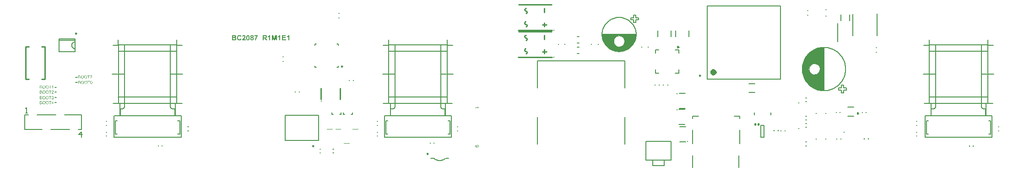
<source format=gto>
G04*
G04 #@! TF.GenerationSoftware,Altium Limited,Altium Designer,23.1.1 (15)*
G04*
G04 Layer_Color=10002730*
%FSLAX44Y44*%
%MOMM*%
G71*
G04*
G04 #@! TF.SameCoordinates,9B01D1D2-6DC0-4E1C-ADDC-18CA85A18B4E*
G04*
G04*
G04 #@! TF.FilePolarity,Positive*
G04*
G01*
G75*
%ADD10C,0.2000*%
%ADD11C,0.2500*%
%ADD12C,0.2540*%
%ADD13C,0.2540*%
%ADD14C,0.1000*%
%ADD15C,0.6000*%
%ADD16C,0.1270*%
%ADD17C,0.1524*%
%ADD18C,0.2032*%
G36*
X987641Y352935D02*
X987102Y348842D01*
X986034Y344853D01*
X984453Y341038D01*
X982389Y337462D01*
X979875Y334186D01*
X976955Y331266D01*
X973679Y328753D01*
X970103Y326688D01*
X966288Y325108D01*
X962300Y324039D01*
X958206Y323500D01*
X954077D01*
X949983Y324039D01*
X945994Y325108D01*
X942179Y326688D01*
X938603Y328753D01*
X935327Y331266D01*
X932408Y334186D01*
X929894Y337462D01*
X927829Y341038D01*
X926249Y344853D01*
X925180Y348842D01*
X924641Y352935D01*
Y355000D01*
X987641D01*
Y352935D01*
D02*
G37*
G36*
X1335000Y331000D02*
Y291000D01*
Y251000D01*
X1332378D01*
X1327180Y251684D01*
X1322115Y253041D01*
X1317271Y255048D01*
X1312729Y257670D01*
X1308570Y260862D01*
X1304862Y264570D01*
X1301670Y268729D01*
X1299048Y273270D01*
X1297041Y278115D01*
X1295684Y283180D01*
X1295000Y288378D01*
Y291000D01*
X1295000D01*
X1295000Y293622D01*
X1295684Y298820D01*
X1297041Y303885D01*
X1299048Y308729D01*
X1301670Y313270D01*
X1304862Y317430D01*
X1308570Y321138D01*
X1312729Y324330D01*
X1317271Y326952D01*
X1322115Y328958D01*
X1327180Y330316D01*
X1332378Y331000D01*
X1335000Y331000D01*
D02*
G37*
G36*
X254114Y353962D02*
X254239Y353952D01*
X254385Y353941D01*
X254562Y353921D01*
X254760Y353889D01*
X254968Y353837D01*
X255187Y353785D01*
X255416Y353712D01*
X255655Y353629D01*
X255895Y353525D01*
X256134Y353410D01*
X256374Y353265D01*
X256593Y353108D01*
X256811Y352921D01*
X256822Y352910D01*
X256843Y352890D01*
X256874Y352858D01*
X256915Y352806D01*
X256978Y352744D01*
X257041Y352671D01*
X257103Y352577D01*
X257186Y352473D01*
X257259Y352348D01*
X257342Y352223D01*
X257426Y352077D01*
X257509Y351921D01*
X257582Y351744D01*
X257665Y351567D01*
X257738Y351369D01*
X257801Y351161D01*
X255884Y350703D01*
Y350713D01*
X255874Y350734D01*
X255864Y350776D01*
X255853Y350828D01*
X255832Y350890D01*
X255801Y350963D01*
X255728Y351130D01*
X255635Y351317D01*
X255510Y351515D01*
X255353Y351702D01*
X255166Y351880D01*
X255156Y351890D01*
X255145Y351900D01*
X255114Y351921D01*
X255072Y351952D01*
X255020Y351984D01*
X254958Y352015D01*
X254801Y352098D01*
X254604Y352182D01*
X254385Y352244D01*
X254135Y352296D01*
X253854Y352317D01*
X253750D01*
X253677Y352306D01*
X253583Y352296D01*
X253479Y352275D01*
X253364Y352254D01*
X253239Y352223D01*
X253104Y352182D01*
X252958Y352129D01*
X252812Y352067D01*
X252667Y351994D01*
X252521Y351900D01*
X252385Y351796D01*
X252240Y351682D01*
X252115Y351546D01*
X252104Y351536D01*
X252083Y351515D01*
X252052Y351463D01*
X252010Y351400D01*
X251958Y351317D01*
X251906Y351213D01*
X251844Y351088D01*
X251792Y350942D01*
X251729Y350786D01*
X251667Y350598D01*
X251615Y350401D01*
X251563Y350172D01*
X251521Y349922D01*
X251490Y349661D01*
X251469Y349370D01*
X251459Y349057D01*
Y349036D01*
Y348974D01*
Y348880D01*
X251469Y348766D01*
X251479Y348610D01*
X251490Y348443D01*
X251511Y348255D01*
X251542Y348047D01*
X251615Y347620D01*
X251667Y347412D01*
X251729Y347193D01*
X251802Y346985D01*
X251896Y346797D01*
X251990Y346620D01*
X252104Y346464D01*
X252115Y346454D01*
X252136Y346433D01*
X252177Y346391D01*
X252219Y346339D01*
X252292Y346287D01*
X252365Y346225D01*
X252458Y346152D01*
X252562Y346079D01*
X252677Y346006D01*
X252812Y345933D01*
X252948Y345871D01*
X253104Y345818D01*
X253260Y345766D01*
X253437Y345725D01*
X253625Y345704D01*
X253812Y345694D01*
X253885D01*
X253937Y345704D01*
X254010D01*
X254083Y345725D01*
X254270Y345756D01*
X254479Y345818D01*
X254697Y345902D01*
X254916Y346027D01*
X255031Y346100D01*
X255135Y346183D01*
X255145Y346193D01*
X255156Y346204D01*
X255187Y346235D01*
X255228Y346277D01*
X255270Y346329D01*
X255322Y346391D01*
X255385Y346475D01*
X255447Y346558D01*
X255510Y346662D01*
X255583Y346777D01*
X255645Y346902D01*
X255718Y347047D01*
X255780Y347193D01*
X255843Y347360D01*
X255895Y347547D01*
X255947Y347735D01*
X257832Y347151D01*
Y347131D01*
X257811Y347079D01*
X257790Y347006D01*
X257749Y346891D01*
X257696Y346766D01*
X257645Y346610D01*
X257572Y346443D01*
X257488Y346266D01*
X257395Y346079D01*
X257290Y345881D01*
X257165Y345683D01*
X257041Y345496D01*
X256895Y345298D01*
X256738Y345121D01*
X256572Y344954D01*
X256384Y344798D01*
X256374Y344787D01*
X256343Y344767D01*
X256280Y344725D01*
X256207Y344683D01*
X256103Y344621D01*
X255989Y344558D01*
X255853Y344486D01*
X255687Y344423D01*
X255520Y344350D01*
X255322Y344277D01*
X255114Y344215D01*
X254885Y344152D01*
X254645Y344111D01*
X254385Y344069D01*
X254114Y344048D01*
X253833Y344038D01*
X253750D01*
X253645Y344048D01*
X253510Y344058D01*
X253354Y344079D01*
X253166Y344111D01*
X252948Y344142D01*
X252719Y344204D01*
X252479Y344267D01*
X252219Y344361D01*
X251958Y344465D01*
X251698Y344590D01*
X251438Y344735D01*
X251177Y344912D01*
X250927Y345110D01*
X250688Y345340D01*
X250678Y345350D01*
X250636Y345402D01*
X250573Y345475D01*
X250501Y345579D01*
X250407Y345714D01*
X250303Y345871D01*
X250188Y346058D01*
X250074Y346277D01*
X249959Y346516D01*
X249844Y346787D01*
X249740Y347079D01*
X249646Y347401D01*
X249574Y347745D01*
X249511Y348110D01*
X249470Y348495D01*
X249459Y348912D01*
Y348922D01*
Y348943D01*
Y348974D01*
Y349016D01*
Y349078D01*
X249470Y349141D01*
X249480Y349307D01*
X249501Y349505D01*
X249522Y349745D01*
X249563Y350005D01*
X249615Y350276D01*
X249678Y350578D01*
X249761Y350880D01*
X249855Y351192D01*
X249980Y351505D01*
X250115Y351807D01*
X250282Y352098D01*
X250469Y352379D01*
X250688Y352640D01*
X250698Y352650D01*
X250750Y352702D01*
X250813Y352765D01*
X250917Y352848D01*
X251042Y352952D01*
X251188Y353067D01*
X251365Y353181D01*
X251563Y353306D01*
X251781Y353431D01*
X252031Y353556D01*
X252292Y353660D01*
X252583Y353764D01*
X252896Y353848D01*
X253229Y353921D01*
X253583Y353962D01*
X253948Y353973D01*
X254031D01*
X254114Y353962D01*
D02*
G37*
G36*
X323221Y344204D02*
X321430D01*
X321420Y351765D01*
X319524Y344204D01*
X317650D01*
X315755Y351765D01*
Y344204D01*
X313963D01*
Y353816D01*
X316869D01*
X318598Y347256D01*
X320305Y353816D01*
X323221D01*
Y344204D01*
D02*
G37*
G36*
X345893D02*
X344049D01*
Y351130D01*
X344039Y351119D01*
X344008Y351088D01*
X343945Y351036D01*
X343872Y350974D01*
X343779Y350901D01*
X343654Y350807D01*
X343529Y350703D01*
X343372Y350599D01*
X343206Y350484D01*
X343029Y350369D01*
X342831Y350255D01*
X342623Y350140D01*
X342404Y350026D01*
X342164Y349922D01*
X341925Y349828D01*
X341675Y349734D01*
Y351411D01*
X341685D01*
X341706Y351421D01*
X341748Y351432D01*
X341800Y351452D01*
X341873Y351484D01*
X341946Y351515D01*
X342039Y351557D01*
X342144Y351609D01*
X342373Y351723D01*
X342633Y351880D01*
X342925Y352067D01*
X343237Y352296D01*
X343247Y352307D01*
X343279Y352327D01*
X343320Y352359D01*
X343372Y352411D01*
X343445Y352473D01*
X343518Y352556D01*
X343602Y352640D01*
X343695Y352744D01*
X343893Y352973D01*
X344081Y353233D01*
X344258Y353525D01*
X344331Y353681D01*
X344393Y353848D01*
X345893D01*
Y344204D01*
D02*
G37*
G36*
X339759Y352192D02*
X334573D01*
Y350067D01*
X339394D01*
Y348443D01*
X334573D01*
Y345829D01*
X339946D01*
Y344204D01*
X332636D01*
Y353816D01*
X339759D01*
Y352192D01*
D02*
G37*
G36*
X329470Y344204D02*
X327626D01*
Y351130D01*
X327616Y351119D01*
X327585Y351088D01*
X327522Y351036D01*
X327449Y350974D01*
X327356Y350901D01*
X327231Y350807D01*
X327106Y350703D01*
X326950Y350599D01*
X326783Y350484D01*
X326606Y350369D01*
X326408Y350255D01*
X326200Y350140D01*
X325981Y350026D01*
X325742Y349922D01*
X325502Y349828D01*
X325252Y349734D01*
Y351411D01*
X325263D01*
X325283Y351421D01*
X325325Y351432D01*
X325377Y351452D01*
X325450Y351484D01*
X325523Y351515D01*
X325617Y351557D01*
X325721Y351609D01*
X325950Y351723D01*
X326210Y351880D01*
X326502Y352067D01*
X326814Y352296D01*
X326825Y352307D01*
X326856Y352327D01*
X326898Y352359D01*
X326950Y352411D01*
X327023Y352473D01*
X327095Y352556D01*
X327179Y352640D01*
X327272Y352744D01*
X327470Y352973D01*
X327658Y353233D01*
X327835Y353525D01*
X327908Y353681D01*
X327970Y353848D01*
X329470D01*
Y344204D01*
D02*
G37*
G36*
X310818Y344204D02*
X308975D01*
Y351130D01*
X308965Y351119D01*
X308933Y351088D01*
X308871Y351036D01*
X308798Y350973D01*
X308704Y350900D01*
X308579Y350807D01*
X308454Y350703D01*
X308298Y350598D01*
X308132Y350484D01*
X307955Y350369D01*
X307757Y350255D01*
X307548Y350140D01*
X307330Y350026D01*
X307090Y349922D01*
X306851Y349828D01*
X306601Y349734D01*
Y351411D01*
X306611D01*
X306632Y351421D01*
X306674Y351432D01*
X306726Y351452D01*
X306798Y351484D01*
X306871Y351515D01*
X306965Y351557D01*
X307069Y351609D01*
X307298Y351723D01*
X307559Y351880D01*
X307850Y352067D01*
X308163Y352296D01*
X308173Y352306D01*
X308204Y352327D01*
X308246Y352359D01*
X308298Y352411D01*
X308371Y352473D01*
X308444Y352556D01*
X308527Y352640D01*
X308621Y352744D01*
X308819Y352973D01*
X309006Y353233D01*
X309183Y353525D01*
X309256Y353681D01*
X309319Y353848D01*
X310818D01*
Y344204D01*
D02*
G37*
G36*
X301279Y353806D02*
X301425D01*
X301591Y353796D01*
X301758Y353785D01*
X302133Y353754D01*
X302498Y353702D01*
X302675Y353681D01*
X302852Y353639D01*
X303008Y353598D01*
X303143Y353556D01*
X303154D01*
X303174Y353546D01*
X303206Y353525D01*
X303258Y353504D01*
X303320Y353473D01*
X303383Y353442D01*
X303549Y353348D01*
X303726Y353213D01*
X303904Y353056D01*
X304091Y352858D01*
X304258Y352629D01*
Y352619D01*
X304278Y352598D01*
X304299Y352567D01*
X304320Y352515D01*
X304362Y352452D01*
X304393Y352379D01*
X304435Y352286D01*
X304476Y352192D01*
X304549Y351973D01*
X304622Y351713D01*
X304664Y351432D01*
X304685Y351119D01*
Y351109D01*
Y351067D01*
Y351015D01*
X304674Y350942D01*
X304664Y350849D01*
X304653Y350744D01*
X304632Y350619D01*
X304601Y350494D01*
X304528Y350203D01*
X304476Y350057D01*
X304414Y349911D01*
X304341Y349755D01*
X304258Y349609D01*
X304164Y349463D01*
X304049Y349328D01*
X304039Y349318D01*
X304018Y349297D01*
X303987Y349266D01*
X303935Y349213D01*
X303862Y349161D01*
X303778Y349099D01*
X303685Y349026D01*
X303570Y348953D01*
X303445Y348870D01*
X303310Y348797D01*
X303154Y348724D01*
X302977Y348651D01*
X302789Y348589D01*
X302591Y348526D01*
X302373Y348474D01*
X302143Y348432D01*
X302154D01*
X302175Y348412D01*
X302206Y348401D01*
X302248Y348370D01*
X302362Y348297D01*
X302508Y348193D01*
X302675Y348078D01*
X302852Y347943D01*
X303029Y347787D01*
X303185Y347631D01*
X303206Y347610D01*
X303227Y347579D01*
X303258Y347547D01*
X303299Y347495D01*
X303351Y347433D01*
X303414Y347360D01*
X303477Y347276D01*
X303549Y347172D01*
X303633Y347058D01*
X303726Y346933D01*
X303820Y346787D01*
X303924Y346631D01*
X304039Y346454D01*
X304164Y346277D01*
X304289Y346068D01*
X305466Y344204D01*
X303143D01*
X301737Y346298D01*
X301727Y346308D01*
X301706Y346350D01*
X301664Y346402D01*
X301612Y346475D01*
X301560Y346568D01*
X301487Y346662D01*
X301331Y346891D01*
X301154Y347131D01*
X300987Y347360D01*
X300904Y347464D01*
X300831Y347558D01*
X300769Y347641D01*
X300706Y347703D01*
X300696Y347714D01*
X300665Y347756D01*
X300602Y347797D01*
X300529Y347860D01*
X300446Y347933D01*
X300342Y347995D01*
X300238Y348058D01*
X300123Y348099D01*
X300113Y348110D01*
X300061Y348120D01*
X299988Y348141D01*
X299884Y348162D01*
X299748Y348182D01*
X299582Y348193D01*
X299384Y348214D01*
X298759D01*
Y344204D01*
X296822D01*
Y353816D01*
X301154D01*
X301279Y353806D01*
D02*
G37*
G36*
X287793Y352359D02*
X287783Y352348D01*
X287762Y352327D01*
X287720Y352275D01*
X287658Y352213D01*
X287585Y352140D01*
X287501Y352036D01*
X287408Y351921D01*
X287304Y351796D01*
X287189Y351650D01*
X287064Y351484D01*
X286929Y351296D01*
X286793Y351098D01*
X286647Y350890D01*
X286502Y350661D01*
X286356Y350411D01*
X286200Y350151D01*
X286189Y350130D01*
X286168Y350088D01*
X286127Y350005D01*
X286064Y349901D01*
X286002Y349765D01*
X285929Y349609D01*
X285835Y349432D01*
X285741Y349234D01*
X285648Y349005D01*
X285544Y348776D01*
X285450Y348516D01*
X285346Y348255D01*
X285242Y347974D01*
X285148Y347683D01*
X284971Y347089D01*
Y347068D01*
X284950Y347016D01*
X284929Y346933D01*
X284908Y346818D01*
X284877Y346673D01*
X284835Y346516D01*
X284804Y346329D01*
X284762Y346120D01*
X284721Y345902D01*
X284690Y345673D01*
X284627Y345194D01*
X284575Y344694D01*
X284565Y344204D01*
X282784D01*
Y344215D01*
Y344225D01*
Y344256D01*
Y344298D01*
X282794Y344402D01*
X282805Y344548D01*
X282815Y344725D01*
X282836Y344944D01*
X282867Y345183D01*
X282898Y345454D01*
X282950Y345756D01*
X283003Y346068D01*
X283065Y346402D01*
X283148Y346756D01*
X283232Y347120D01*
X283336Y347495D01*
X283461Y347881D01*
X283596Y348266D01*
Y348276D01*
X283607Y348287D01*
X283617Y348318D01*
X283627Y348359D01*
X283680Y348474D01*
X283742Y348620D01*
X283815Y348797D01*
X283909Y349016D01*
X284023Y349255D01*
X284148Y349515D01*
X284294Y349797D01*
X284450Y350088D01*
X284617Y350401D01*
X284804Y350713D01*
X285002Y351036D01*
X285221Y351359D01*
X285439Y351671D01*
X285679Y351984D01*
X281493D01*
Y353691D01*
X287793D01*
Y352359D01*
D02*
G37*
G36*
X262497Y353837D02*
X262612Y353827D01*
X262747Y353806D01*
X262903Y353785D01*
X263070Y353754D01*
X263247Y353712D01*
X263424Y353660D01*
X263612Y353598D01*
X263799Y353525D01*
X263976Y353431D01*
X264153Y353327D01*
X264330Y353213D01*
X264487Y353077D01*
X264497Y353067D01*
X264518Y353046D01*
X264559Y352994D01*
X264611Y352942D01*
X264674Y352869D01*
X264747Y352775D01*
X264820Y352671D01*
X264903Y352546D01*
X264976Y352421D01*
X265049Y352275D01*
X265122Y352119D01*
X265184Y351952D01*
X265236Y351765D01*
X265278Y351577D01*
X265299Y351380D01*
X265309Y351171D01*
Y351161D01*
Y351140D01*
Y351109D01*
Y351057D01*
X265299Y351005D01*
Y350932D01*
X265278Y350776D01*
X265247Y350578D01*
X265205Y350369D01*
X265153Y350151D01*
X265070Y349932D01*
Y349922D01*
X265059Y349911D01*
X265049Y349870D01*
X265028Y349828D01*
X264997Y349776D01*
X264965Y349713D01*
X264893Y349557D01*
X264788Y349380D01*
X264664Y349172D01*
X264507Y348943D01*
X264330Y348703D01*
X264309Y348682D01*
X264268Y348620D01*
X264174Y348526D01*
X264060Y348391D01*
X263976Y348307D01*
X263893Y348214D01*
X263789Y348120D01*
X263685Y348005D01*
X263560Y347891D01*
X263424Y347756D01*
X263278Y347620D01*
X263122Y347474D01*
X263112Y347464D01*
X263081Y347443D01*
X263039Y347401D01*
X262987Y347349D01*
X262914Y347287D01*
X262831Y347214D01*
X262654Y347047D01*
X262466Y346870D01*
X262289Y346693D01*
X262206Y346610D01*
X262133Y346537D01*
X262070Y346464D01*
X262018Y346412D01*
X262008Y346402D01*
X261977Y346371D01*
X261935Y346318D01*
X261883Y346256D01*
X261831Y346173D01*
X261768Y346089D01*
X261643Y345912D01*
X265309D01*
Y344204D01*
X258853D01*
Y344215D01*
X258863Y344246D01*
Y344298D01*
X258873Y344371D01*
X258894Y344454D01*
X258915Y344558D01*
X258936Y344673D01*
X258967Y344798D01*
X259050Y345079D01*
X259165Y345392D01*
X259300Y345714D01*
X259477Y346037D01*
X259488Y346048D01*
X259498Y346079D01*
X259540Y346131D01*
X259582Y346193D01*
X259644Y346277D01*
X259727Y346391D01*
X259821Y346506D01*
X259935Y346652D01*
X260061Y346808D01*
X260217Y346974D01*
X260383Y347172D01*
X260571Y347370D01*
X260779Y347589D01*
X261019Y347828D01*
X261269Y348078D01*
X261550Y348339D01*
X261560Y348349D01*
X261602Y348391D01*
X261664Y348453D01*
X261748Y348526D01*
X261852Y348620D01*
X261956Y348724D01*
X262081Y348849D01*
X262206Y348974D01*
X262477Y349234D01*
X262726Y349495D01*
X262831Y349609D01*
X262935Y349724D01*
X263018Y349828D01*
X263081Y349911D01*
Y349922D01*
X263101Y349932D01*
X263112Y349963D01*
X263143Y350005D01*
X263206Y350120D01*
X263278Y350265D01*
X263341Y350432D01*
X263403Y350619D01*
X263445Y350828D01*
X263466Y351036D01*
Y351046D01*
Y351067D01*
Y351098D01*
Y351140D01*
X263445Y351244D01*
X263424Y351390D01*
X263383Y351536D01*
X263330Y351692D01*
X263247Y351848D01*
X263133Y351984D01*
X263122Y351994D01*
X263070Y352036D01*
X262997Y352088D01*
X262893Y352150D01*
X262758Y352213D01*
X262602Y352265D01*
X262425Y352306D01*
X262216Y352317D01*
X262122D01*
X262018Y352296D01*
X261883Y352275D01*
X261737Y352234D01*
X261581Y352171D01*
X261425Y352077D01*
X261289Y351963D01*
X261279Y351942D01*
X261237Y351900D01*
X261185Y351817D01*
X261112Y351692D01*
X261050Y351536D01*
X260987Y351338D01*
X260935Y351098D01*
X260914Y350963D01*
X260904Y350817D01*
X259071Y350994D01*
Y351015D01*
X259082Y351057D01*
X259092Y351140D01*
X259113Y351244D01*
X259134Y351369D01*
X259165Y351515D01*
X259207Y351671D01*
X259259Y351838D01*
X259321Y352015D01*
X259394Y352192D01*
X259477Y352379D01*
X259571Y352556D01*
X259675Y352733D01*
X259800Y352900D01*
X259935Y353046D01*
X260092Y353181D01*
X260102Y353192D01*
X260133Y353213D01*
X260186Y353244D01*
X260248Y353285D01*
X260331Y353337D01*
X260435Y353390D01*
X260550Y353452D01*
X260685Y353515D01*
X260842Y353577D01*
X260998Y353639D01*
X261175Y353691D01*
X261373Y353744D01*
X261570Y353785D01*
X261789Y353816D01*
X262018Y353837D01*
X262258Y353848D01*
X262393D01*
X262497Y353837D01*
D02*
G37*
G36*
X244460Y353806D02*
X244585D01*
X244867Y353796D01*
X245148Y353775D01*
X245418Y353744D01*
X245533Y353733D01*
X245648Y353712D01*
X245668D01*
X245700Y353702D01*
X245741Y353691D01*
X245845Y353671D01*
X245981Y353629D01*
X246137Y353577D01*
X246304Y353504D01*
X246481Y353421D01*
X246647Y353317D01*
X246658D01*
X246668Y353306D01*
X246720Y353265D01*
X246803Y353192D01*
X246908Y353108D01*
X247022Y352983D01*
X247147Y352848D01*
X247272Y352692D01*
X247387Y352515D01*
Y352504D01*
X247397Y352494D01*
X247418Y352463D01*
X247439Y352431D01*
X247480Y352327D01*
X247543Y352192D01*
X247595Y352025D01*
X247647Y351827D01*
X247678Y351619D01*
X247689Y351390D01*
Y351380D01*
Y351359D01*
Y351328D01*
X247678Y351275D01*
Y351213D01*
X247668Y351151D01*
X247647Y350984D01*
X247595Y350786D01*
X247533Y350578D01*
X247449Y350369D01*
X247324Y350151D01*
Y350140D01*
X247303Y350130D01*
X247283Y350099D01*
X247262Y350057D01*
X247178Y349963D01*
X247064Y349838D01*
X246918Y349703D01*
X246751Y349557D01*
X246554Y349422D01*
X246335Y349307D01*
X246345D01*
X246376Y349297D01*
X246418Y349276D01*
X246481Y349255D01*
X246554Y349224D01*
X246637Y349193D01*
X246835Y349099D01*
X247043Y348984D01*
X247272Y348828D01*
X247491Y348651D01*
X247678Y348432D01*
X247689Y348422D01*
X247699Y348401D01*
X247720Y348370D01*
X247751Y348328D01*
X247793Y348266D01*
X247834Y348193D01*
X247876Y348110D01*
X247918Y348026D01*
X248001Y347808D01*
X248084Y347568D01*
X248137Y347287D01*
X248157Y347141D01*
Y346985D01*
Y346974D01*
Y346954D01*
Y346922D01*
Y346870D01*
X248147Y346818D01*
X248137Y346745D01*
X248116Y346579D01*
X248084Y346381D01*
X248022Y346173D01*
X247949Y345943D01*
X247845Y345704D01*
Y345694D01*
X247834Y345673D01*
X247814Y345642D01*
X247793Y345600D01*
X247720Y345485D01*
X247626Y345350D01*
X247512Y345194D01*
X247366Y345027D01*
X247199Y344860D01*
X247012Y344715D01*
X247001D01*
X246991Y344704D01*
X246960Y344683D01*
X246918Y344652D01*
X246866Y344631D01*
X246803Y344600D01*
X246658Y344527D01*
X246470Y344444D01*
X246241Y344371D01*
X245991Y344309D01*
X245710Y344267D01*
X245658D01*
X245606Y344256D01*
X245543D01*
X245460Y344246D01*
X245356D01*
X245241Y344236D01*
X245096D01*
X244929Y344225D01*
X244741D01*
X244523Y344215D01*
X244013D01*
X243710Y344204D01*
X240107D01*
Y353816D01*
X244335D01*
X244460Y353806D01*
D02*
G37*
G36*
X277348Y353837D02*
X277462Y353827D01*
X277587Y353806D01*
X277733Y353785D01*
X277900Y353764D01*
X278233Y353671D01*
X278410Y353619D01*
X278587Y353546D01*
X278764Y353473D01*
X278931Y353369D01*
X279097Y353265D01*
X279243Y353140D01*
X279254Y353129D01*
X279274Y353108D01*
X279316Y353067D01*
X279358Y353015D01*
X279420Y352942D01*
X279483Y352858D01*
X279555Y352765D01*
X279628Y352660D01*
X279691Y352536D01*
X279764Y352400D01*
X279826Y352254D01*
X279889Y352098D01*
X279930Y351931D01*
X279972Y351754D01*
X279993Y351567D01*
X280003Y351369D01*
Y351359D01*
Y351338D01*
Y351307D01*
Y351255D01*
X279993Y351203D01*
X279982Y351130D01*
X279962Y350973D01*
X279920Y350786D01*
X279858Y350588D01*
X279764Y350380D01*
X279649Y350182D01*
Y350172D01*
X279628Y350161D01*
X279587Y350099D01*
X279503Y350005D01*
X279399Y349890D01*
X279264Y349755D01*
X279097Y349620D01*
X278899Y349495D01*
X278681Y349380D01*
X278691D01*
X278712Y349370D01*
X278754Y349349D01*
X278816Y349318D01*
X278879Y349286D01*
X278962Y349245D01*
X279139Y349141D01*
X279326Y349005D01*
X279535Y348849D01*
X279733Y348661D01*
X279899Y348443D01*
Y348432D01*
X279920Y348412D01*
X279941Y348380D01*
X279962Y348339D01*
X279993Y348276D01*
X280035Y348203D01*
X280066Y348130D01*
X280107Y348037D01*
X280180Y347828D01*
X280253Y347579D01*
X280295Y347308D01*
X280316Y347016D01*
Y347006D01*
Y346954D01*
X280305Y346891D01*
Y346797D01*
X280295Y346683D01*
X280274Y346558D01*
X280243Y346412D01*
X280212Y346256D01*
X280159Y346079D01*
X280107Y345912D01*
X280035Y345725D01*
X279951Y345548D01*
X279858Y345371D01*
X279743Y345194D01*
X279608Y345027D01*
X279462Y344860D01*
X279451Y344850D01*
X279420Y344829D01*
X279379Y344787D01*
X279306Y344735D01*
X279222Y344663D01*
X279118Y344600D01*
X278993Y344517D01*
X278858Y344444D01*
X278702Y344371D01*
X278535Y344288D01*
X278347Y344225D01*
X278150Y344163D01*
X277931Y344100D01*
X277702Y344058D01*
X277462Y344038D01*
X277202Y344027D01*
X277077D01*
X276983Y344038D01*
X276869Y344048D01*
X276744Y344069D01*
X276598Y344090D01*
X276442Y344111D01*
X276088Y344194D01*
X275911Y344246D01*
X275723Y344319D01*
X275546Y344392D01*
X275359Y344486D01*
X275182Y344590D01*
X275015Y344715D01*
X275005Y344725D01*
X274973Y344756D01*
X274921Y344798D01*
X274859Y344860D01*
X274776Y344944D01*
X274692Y345048D01*
X274599Y345162D01*
X274505Y345298D01*
X274411Y345454D01*
X274317Y345621D01*
X274234Y345798D01*
X274151Y345995D01*
X274088Y346214D01*
X274036Y346443D01*
X274005Y346683D01*
X273994Y346943D01*
Y346954D01*
Y346974D01*
Y347016D01*
X274005Y347079D01*
Y347141D01*
X274015Y347224D01*
X274046Y347412D01*
X274088Y347631D01*
X274161Y347870D01*
X274255Y348120D01*
X274380Y348370D01*
Y348380D01*
X274401Y348401D01*
X274421Y348432D01*
X274453Y348474D01*
X274546Y348599D01*
X274671Y348745D01*
X274848Y348901D01*
X275057Y349078D01*
X275296Y349234D01*
X275588Y349380D01*
X275577D01*
X275557Y349390D01*
X275525Y349411D01*
X275473Y349432D01*
X275348Y349505D01*
X275192Y349599D01*
X275025Y349713D01*
X274859Y349859D01*
X274692Y350015D01*
X274557Y350203D01*
Y350213D01*
X274546Y350224D01*
X274526Y350255D01*
X274505Y350297D01*
X274453Y350401D01*
X274401Y350546D01*
X274338Y350723D01*
X274286Y350921D01*
X274244Y351140D01*
X274234Y351369D01*
Y351380D01*
Y351421D01*
X274244Y351473D01*
Y351546D01*
X274255Y351640D01*
X274276Y351744D01*
X274296Y351869D01*
X274328Y351994D01*
X274369Y352129D01*
X274421Y352275D01*
X274473Y352421D01*
X274546Y352567D01*
X274640Y352713D01*
X274734Y352858D01*
X274848Y353004D01*
X274984Y353140D01*
X274994Y353150D01*
X275015Y353171D01*
X275067Y353202D01*
X275119Y353254D01*
X275203Y353306D01*
X275296Y353369D01*
X275400Y353431D01*
X275536Y353494D01*
X275671Y353556D01*
X275838Y353629D01*
X276015Y353681D01*
X276202Y353733D01*
X276411Y353785D01*
X276629Y353816D01*
X276869Y353837D01*
X277119Y353848D01*
X277254D01*
X277348Y353837D01*
D02*
G37*
G36*
X269798D02*
X269891D01*
X270006Y353816D01*
X270141Y353796D01*
X270298Y353764D01*
X270464Y353723D01*
X270631Y353671D01*
X270808Y353608D01*
X270995Y353525D01*
X271172Y353431D01*
X271349Y353317D01*
X271526Y353181D01*
X271693Y353025D01*
X271849Y352848D01*
X271860Y352837D01*
X271891Y352796D01*
X271933Y352723D01*
X271995Y352619D01*
X272068Y352494D01*
X272151Y352327D01*
X272234Y352140D01*
X272318Y351911D01*
X272401Y351661D01*
X272495Y351369D01*
X272568Y351046D01*
X272641Y350692D01*
X272703Y350307D01*
X272745Y349880D01*
X272776Y349422D01*
X272786Y348932D01*
Y348922D01*
Y348901D01*
Y348859D01*
Y348818D01*
Y348745D01*
X272776Y348672D01*
Y348589D01*
Y348484D01*
X272755Y348266D01*
X272734Y348005D01*
X272703Y347724D01*
X272672Y347422D01*
X272620Y347099D01*
X272557Y346777D01*
X272474Y346443D01*
X272391Y346120D01*
X272276Y345818D01*
X272151Y345517D01*
X272005Y345246D01*
X271839Y345006D01*
X271828Y344996D01*
X271807Y344965D01*
X271755Y344912D01*
X271693Y344850D01*
X271620Y344777D01*
X271516Y344694D01*
X271401Y344610D01*
X271276Y344517D01*
X271131Y344423D01*
X270964Y344340D01*
X270787Y344256D01*
X270589Y344184D01*
X270381Y344121D01*
X270152Y344069D01*
X269912Y344038D01*
X269662Y344027D01*
X269600D01*
X269527Y344038D01*
X269433Y344048D01*
X269308Y344058D01*
X269173Y344079D01*
X269017Y344121D01*
X268850Y344163D01*
X268673Y344215D01*
X268496Y344288D01*
X268308Y344381D01*
X268121Y344475D01*
X267934Y344600D01*
X267746Y344746D01*
X267569Y344912D01*
X267402Y345100D01*
X267392Y345110D01*
X267371Y345152D01*
X267319Y345215D01*
X267267Y345308D01*
X267204Y345433D01*
X267132Y345589D01*
X267059Y345777D01*
X266975Y345985D01*
X266892Y346235D01*
X266819Y346516D01*
X266746Y346829D01*
X266684Y347183D01*
X266632Y347568D01*
X266590Y347995D01*
X266559Y348453D01*
X266548Y348953D01*
Y348964D01*
Y348984D01*
Y349026D01*
Y349068D01*
Y349141D01*
X266559Y349213D01*
Y349297D01*
Y349390D01*
X266580Y349620D01*
X266600Y349870D01*
X266632Y350151D01*
X266663Y350453D01*
X266715Y350776D01*
X266777Y351098D01*
X266850Y351421D01*
X266944Y351744D01*
X267048Y352057D01*
X267173Y352348D01*
X267319Y352619D01*
X267486Y352858D01*
X267496Y352869D01*
X267527Y352900D01*
X267569Y352952D01*
X267631Y353015D01*
X267715Y353088D01*
X267808Y353171D01*
X267923Y353265D01*
X268048Y353358D01*
X268194Y353442D01*
X268361Y353535D01*
X268538Y353619D01*
X268735Y353691D01*
X268944Y353754D01*
X269173Y353806D01*
X269412Y353837D01*
X269662Y353848D01*
X269725D01*
X269798Y353837D01*
D02*
G37*
G36*
X-22396Y268515D02*
X-24272D01*
Y263491D01*
X-25025D01*
Y268515D01*
X-26902D01*
Y269188D01*
X-22396D01*
Y268515D01*
D02*
G37*
G36*
X-41900Y269181D02*
X-41832D01*
X-41764Y269175D01*
X-41684Y269163D01*
X-41523Y269144D01*
X-41344Y269114D01*
X-41178Y269070D01*
X-41017Y269009D01*
X-41011D01*
X-40999Y269002D01*
X-40980Y268990D01*
X-40949Y268978D01*
X-40882Y268934D01*
X-40789Y268879D01*
X-40690Y268805D01*
X-40591Y268712D01*
X-40493Y268601D01*
X-40400Y268478D01*
Y268472D01*
X-40388Y268459D01*
X-40382Y268441D01*
X-40363Y268416D01*
X-40345Y268385D01*
X-40326Y268342D01*
X-40283Y268249D01*
X-40246Y268138D01*
X-40209Y268009D01*
X-40184Y267873D01*
X-40172Y267725D01*
Y267719D01*
Y267706D01*
Y267688D01*
Y267663D01*
X-40184Y267595D01*
X-40196Y267502D01*
X-40221Y267398D01*
X-40258Y267280D01*
X-40307Y267163D01*
X-40375Y267040D01*
Y267033D01*
X-40382Y267027D01*
X-40394Y267009D01*
X-40412Y266984D01*
X-40456Y266929D01*
X-40524Y266854D01*
X-40604Y266774D01*
X-40709Y266688D01*
X-40826Y266601D01*
X-40968Y266521D01*
X-40962D01*
X-40943Y266515D01*
X-40919Y266503D01*
X-40882Y266490D01*
X-40838Y266472D01*
X-40789Y266453D01*
X-40678Y266398D01*
X-40548Y266330D01*
X-40419Y266237D01*
X-40289Y266132D01*
X-40178Y266003D01*
X-40172Y265996D01*
X-40166Y265984D01*
X-40153Y265966D01*
X-40135Y265941D01*
X-40110Y265904D01*
X-40085Y265861D01*
X-40061Y265811D01*
X-40036Y265756D01*
X-39987Y265632D01*
X-39937Y265484D01*
X-39906Y265318D01*
X-39894Y265231D01*
Y265139D01*
Y265132D01*
Y265120D01*
Y265102D01*
Y265071D01*
X-39900Y265034D01*
Y264997D01*
X-39913Y264898D01*
X-39937Y264781D01*
X-39968Y264657D01*
X-40011Y264521D01*
X-40067Y264392D01*
Y264386D01*
X-40073Y264379D01*
X-40085Y264361D01*
X-40098Y264336D01*
X-40135Y264275D01*
X-40184Y264200D01*
X-40240Y264114D01*
X-40314Y264028D01*
X-40394Y263941D01*
X-40486Y263861D01*
X-40499Y263855D01*
X-40530Y263830D01*
X-40585Y263799D01*
X-40659Y263756D01*
X-40746Y263713D01*
X-40851Y263663D01*
X-40974Y263620D01*
X-41110Y263583D01*
X-41116D01*
X-41128Y263577D01*
X-41147D01*
X-41178Y263571D01*
X-41215Y263565D01*
X-41258Y263552D01*
X-41307Y263546D01*
X-41363Y263540D01*
X-41425Y263528D01*
X-41499Y263521D01*
X-41653Y263503D01*
X-41832Y263497D01*
X-42030Y263491D01*
X-44196D01*
Y269188D01*
X-41955D01*
X-41900Y269181D01*
D02*
G37*
G36*
X-19927Y269200D02*
X-19884Y269194D01*
X-19773Y269181D01*
X-19649Y269163D01*
X-19513Y269126D01*
X-19378Y269083D01*
X-19242Y269021D01*
X-19236D01*
X-19223Y269015D01*
X-19205Y269002D01*
X-19180Y268984D01*
X-19118Y268947D01*
X-19038Y268885D01*
X-18945Y268811D01*
X-18853Y268718D01*
X-18754Y268607D01*
X-18668Y268484D01*
Y268478D01*
X-18655Y268465D01*
X-18649Y268447D01*
X-18631Y268422D01*
X-18612Y268391D01*
X-18587Y268348D01*
X-18569Y268299D01*
X-18538Y268249D01*
X-18483Y268126D01*
X-18427Y267984D01*
X-18365Y267817D01*
X-18316Y267638D01*
Y267632D01*
X-18310Y267614D01*
X-18304Y267589D01*
X-18297Y267546D01*
X-18285Y267496D01*
X-18273Y267435D01*
X-18260Y267367D01*
X-18248Y267286D01*
X-18242Y267194D01*
X-18230Y267095D01*
X-18217Y266984D01*
X-18205Y266867D01*
X-18199Y266737D01*
X-18192Y266601D01*
X-18186Y266453D01*
Y266299D01*
Y266287D01*
Y266256D01*
Y266200D01*
Y266132D01*
X-18192Y266046D01*
X-18199Y265953D01*
X-18205Y265842D01*
X-18211Y265725D01*
X-18223Y265595D01*
X-18236Y265466D01*
X-18273Y265194D01*
X-18328Y264929D01*
X-18359Y264799D01*
X-18396Y264682D01*
Y264676D01*
X-18408Y264657D01*
X-18415Y264620D01*
X-18433Y264583D01*
X-18458Y264527D01*
X-18483Y264472D01*
X-18513Y264404D01*
X-18550Y264330D01*
X-18637Y264176D01*
X-18742Y264021D01*
X-18865Y263867D01*
X-18939Y263799D01*
X-19013Y263731D01*
X-19020Y263725D01*
X-19032Y263719D01*
X-19057Y263700D01*
X-19088Y263682D01*
X-19124Y263657D01*
X-19174Y263626D01*
X-19230Y263596D01*
X-19297Y263565D01*
X-19365Y263534D01*
X-19446Y263503D01*
X-19526Y263478D01*
X-19618Y263447D01*
X-19717Y263429D01*
X-19822Y263410D01*
X-19927Y263404D01*
X-20044Y263398D01*
X-20081D01*
X-20124Y263404D01*
X-20180Y263410D01*
X-20248Y263417D01*
X-20328Y263429D01*
X-20415Y263447D01*
X-20513Y263472D01*
X-20612Y263503D01*
X-20717Y263540D01*
X-20828Y263589D01*
X-20933Y263645D01*
X-21038Y263713D01*
X-21143Y263793D01*
X-21242Y263879D01*
X-21334Y263984D01*
X-21340Y263990D01*
X-21359Y264015D01*
X-21384Y264058D01*
X-21421Y264120D01*
X-21464Y264200D01*
X-21513Y264293D01*
X-21562Y264410D01*
X-21612Y264540D01*
X-21667Y264694D01*
X-21717Y264861D01*
X-21766Y265052D01*
X-21809Y265262D01*
X-21846Y265490D01*
X-21871Y265737D01*
X-21890Y266009D01*
X-21896Y266299D01*
Y266311D01*
Y266342D01*
Y266398D01*
X-21890Y266466D01*
Y266552D01*
X-21883Y266651D01*
X-21877Y266762D01*
X-21871Y266879D01*
X-21859Y267009D01*
X-21846Y267138D01*
X-21809Y267410D01*
X-21760Y267675D01*
X-21729Y267805D01*
X-21692Y267922D01*
Y267928D01*
X-21680Y267947D01*
X-21667Y267984D01*
X-21655Y268027D01*
X-21630Y268076D01*
X-21606Y268138D01*
X-21575Y268200D01*
X-21538Y268274D01*
X-21451Y268428D01*
X-21340Y268583D01*
X-21217Y268737D01*
X-21149Y268805D01*
X-21075Y268873D01*
X-21069Y268879D01*
X-21056Y268885D01*
X-21032Y268904D01*
X-21001Y268922D01*
X-20964Y268953D01*
X-20914Y268978D01*
X-20859Y269009D01*
X-20791Y269039D01*
X-20723Y269070D01*
X-20643Y269101D01*
X-20556Y269132D01*
X-20470Y269157D01*
X-20371Y269175D01*
X-20266Y269194D01*
X-20155Y269200D01*
X-20044Y269206D01*
X-19970D01*
X-19927Y269200D01*
D02*
G37*
G36*
X-30037Y269280D02*
X-29963Y269274D01*
X-29883Y269268D01*
X-29796Y269255D01*
X-29697Y269237D01*
X-29586Y269218D01*
X-29475Y269194D01*
X-29358Y269163D01*
X-29235Y269126D01*
X-29111Y269083D01*
X-28988Y269033D01*
X-28870Y268978D01*
X-28747Y268910D01*
X-28741Y268904D01*
X-28716Y268891D01*
X-28685Y268873D01*
X-28642Y268842D01*
X-28586Y268805D01*
X-28531Y268755D01*
X-28463Y268700D01*
X-28389Y268638D01*
X-28309Y268564D01*
X-28228Y268484D01*
X-28148Y268398D01*
X-28068Y268305D01*
X-27994Y268206D01*
X-27914Y268095D01*
X-27846Y267978D01*
X-27778Y267854D01*
X-27772Y267848D01*
X-27766Y267824D01*
X-27747Y267786D01*
X-27729Y267737D01*
X-27698Y267675D01*
X-27673Y267595D01*
X-27642Y267509D01*
X-27611Y267410D01*
X-27580Y267305D01*
X-27550Y267188D01*
X-27519Y267058D01*
X-27494Y266929D01*
X-27476Y266786D01*
X-27457Y266638D01*
X-27451Y266490D01*
X-27445Y266330D01*
Y266318D01*
Y266293D01*
Y266243D01*
X-27451Y266182D01*
X-27457Y266108D01*
X-27463Y266021D01*
X-27476Y265922D01*
X-27488Y265811D01*
X-27506Y265694D01*
X-27531Y265571D01*
X-27556Y265441D01*
X-27593Y265311D01*
X-27636Y265176D01*
X-27679Y265046D01*
X-27735Y264910D01*
X-27796Y264781D01*
X-27803Y264774D01*
X-27815Y264750D01*
X-27833Y264713D01*
X-27858Y264669D01*
X-27895Y264614D01*
X-27938Y264546D01*
X-27994Y264472D01*
X-28049Y264392D01*
X-28117Y264312D01*
X-28191Y264225D01*
X-28278Y264139D01*
X-28364Y264052D01*
X-28457Y263972D01*
X-28562Y263892D01*
X-28673Y263811D01*
X-28790Y263744D01*
X-28796Y263738D01*
X-28821Y263731D01*
X-28852Y263713D01*
X-28901Y263688D01*
X-28963Y263663D01*
X-29031Y263633D01*
X-29111Y263602D01*
X-29204Y263571D01*
X-29302Y263540D01*
X-29407Y263509D01*
X-29525Y263478D01*
X-29642Y263454D01*
X-29901Y263410D01*
X-30037Y263404D01*
X-30173Y263398D01*
X-30253D01*
X-30308Y263404D01*
X-30376Y263410D01*
X-30463Y263417D01*
X-30549Y263429D01*
X-30654Y263447D01*
X-30759Y263466D01*
X-30876Y263491D01*
X-30994Y263521D01*
X-31117Y263559D01*
X-31241Y263602D01*
X-31364Y263657D01*
X-31487Y263713D01*
X-31611Y263781D01*
X-31617Y263787D01*
X-31636Y263799D01*
X-31673Y263824D01*
X-31716Y263855D01*
X-31765Y263892D01*
X-31827Y263941D01*
X-31895Y263997D01*
X-31969Y264058D01*
X-32049Y264132D01*
X-32123Y264213D01*
X-32203Y264299D01*
X-32284Y264392D01*
X-32364Y264497D01*
X-32438Y264602D01*
X-32506Y264719D01*
X-32574Y264842D01*
X-32580Y264848D01*
X-32586Y264873D01*
X-32605Y264910D01*
X-32623Y264960D01*
X-32648Y265021D01*
X-32673Y265095D01*
X-32703Y265176D01*
X-32734Y265274D01*
X-32765Y265373D01*
X-32796Y265484D01*
X-32821Y265602D01*
X-32845Y265725D01*
X-32882Y265984D01*
X-32889Y266126D01*
X-32895Y266262D01*
Y266268D01*
Y266280D01*
Y266299D01*
Y266324D01*
X-32889Y266361D01*
Y266398D01*
X-32882Y266496D01*
X-32870Y266614D01*
X-32852Y266756D01*
X-32833Y266904D01*
X-32802Y267071D01*
X-32759Y267250D01*
X-32710Y267428D01*
X-32648Y267614D01*
X-32574Y267799D01*
X-32487Y267984D01*
X-32389Y268157D01*
X-32271Y268330D01*
X-32136Y268484D01*
X-32129Y268490D01*
X-32099Y268521D01*
X-32055Y268558D01*
X-32000Y268607D01*
X-31920Y268669D01*
X-31833Y268737D01*
X-31728Y268811D01*
X-31605Y268885D01*
X-31469Y268959D01*
X-31321Y269033D01*
X-31160Y269101D01*
X-30981Y269163D01*
X-30796Y269212D01*
X-30599Y269249D01*
X-30389Y269280D01*
X-30167Y269286D01*
X-30092D01*
X-30037Y269280D01*
D02*
G37*
G36*
X-36228D02*
X-36154Y269274D01*
X-36073Y269268D01*
X-35987Y269255D01*
X-35888Y269237D01*
X-35777Y269218D01*
X-35666Y269194D01*
X-35549Y269163D01*
X-35425Y269126D01*
X-35302Y269083D01*
X-35178Y269033D01*
X-35061Y268978D01*
X-34938Y268910D01*
X-34931Y268904D01*
X-34907Y268891D01*
X-34876Y268873D01*
X-34833Y268842D01*
X-34777Y268805D01*
X-34722Y268755D01*
X-34654Y268700D01*
X-34580Y268638D01*
X-34499Y268564D01*
X-34419Y268484D01*
X-34339Y268398D01*
X-34259Y268305D01*
X-34185Y268206D01*
X-34104Y268095D01*
X-34037Y267978D01*
X-33969Y267854D01*
X-33963Y267848D01*
X-33956Y267824D01*
X-33938Y267786D01*
X-33919Y267737D01*
X-33888Y267675D01*
X-33864Y267595D01*
X-33833Y267509D01*
X-33802Y267410D01*
X-33771Y267305D01*
X-33740Y267188D01*
X-33709Y267058D01*
X-33685Y266929D01*
X-33666Y266786D01*
X-33648Y266638D01*
X-33642Y266490D01*
X-33635Y266330D01*
Y266318D01*
Y266293D01*
Y266243D01*
X-33642Y266182D01*
X-33648Y266108D01*
X-33654Y266021D01*
X-33666Y265922D01*
X-33679Y265811D01*
X-33697Y265694D01*
X-33722Y265571D01*
X-33747Y265441D01*
X-33784Y265311D01*
X-33827Y265176D01*
X-33870Y265046D01*
X-33925Y264910D01*
X-33987Y264781D01*
X-33993Y264774D01*
X-34006Y264750D01*
X-34024Y264713D01*
X-34049Y264669D01*
X-34086Y264614D01*
X-34129Y264546D01*
X-34185Y264472D01*
X-34240Y264392D01*
X-34308Y264312D01*
X-34382Y264225D01*
X-34469Y264139D01*
X-34555Y264052D01*
X-34648Y263972D01*
X-34753Y263892D01*
X-34864Y263811D01*
X-34981Y263744D01*
X-34987Y263738D01*
X-35012Y263731D01*
X-35043Y263713D01*
X-35092Y263688D01*
X-35154Y263663D01*
X-35222Y263633D01*
X-35302Y263602D01*
X-35394Y263571D01*
X-35493Y263540D01*
X-35598Y263509D01*
X-35715Y263478D01*
X-35833Y263454D01*
X-36092Y263410D01*
X-36228Y263404D01*
X-36363Y263398D01*
X-36444D01*
X-36499Y263404D01*
X-36567Y263410D01*
X-36654Y263417D01*
X-36740Y263429D01*
X-36845Y263447D01*
X-36950Y263466D01*
X-37067Y263491D01*
X-37184Y263521D01*
X-37308Y263559D01*
X-37431Y263602D01*
X-37555Y263657D01*
X-37678Y263713D01*
X-37802Y263781D01*
X-37808Y263787D01*
X-37826Y263799D01*
X-37863Y263824D01*
X-37906Y263855D01*
X-37956Y263892D01*
X-38018Y263941D01*
X-38085Y263997D01*
X-38160Y264058D01*
X-38240Y264132D01*
X-38314Y264213D01*
X-38394Y264299D01*
X-38474Y264392D01*
X-38555Y264497D01*
X-38629Y264602D01*
X-38697Y264719D01*
X-38765Y264842D01*
X-38771Y264848D01*
X-38777Y264873D01*
X-38795Y264910D01*
X-38814Y264960D01*
X-38839Y265021D01*
X-38863Y265095D01*
X-38894Y265176D01*
X-38925Y265274D01*
X-38956Y265373D01*
X-38987Y265484D01*
X-39011Y265602D01*
X-39036Y265725D01*
X-39073Y265984D01*
X-39079Y266126D01*
X-39085Y266262D01*
Y266268D01*
Y266280D01*
Y266299D01*
Y266324D01*
X-39079Y266361D01*
Y266398D01*
X-39073Y266496D01*
X-39061Y266614D01*
X-39042Y266756D01*
X-39024Y266904D01*
X-38993Y267071D01*
X-38950Y267250D01*
X-38900Y267428D01*
X-38839Y267614D01*
X-38765Y267799D01*
X-38678Y267984D01*
X-38579Y268157D01*
X-38462Y268330D01*
X-38326Y268484D01*
X-38320Y268490D01*
X-38289Y268521D01*
X-38246Y268558D01*
X-38190Y268607D01*
X-38110Y268669D01*
X-38024Y268737D01*
X-37919Y268811D01*
X-37795Y268885D01*
X-37660Y268959D01*
X-37511Y269033D01*
X-37351Y269101D01*
X-37172Y269163D01*
X-36987Y269212D01*
X-36789Y269249D01*
X-36579Y269280D01*
X-36357Y269286D01*
X-36283D01*
X-36228Y269280D01*
D02*
G37*
G36*
X-18422Y278726D02*
X-18428Y278720D01*
X-18447Y278701D01*
X-18477Y278664D01*
X-18514Y278621D01*
X-18564Y278559D01*
X-18626Y278492D01*
X-18687Y278411D01*
X-18761Y278319D01*
X-18842Y278214D01*
X-18928Y278097D01*
X-19021Y277967D01*
X-19113Y277831D01*
X-19206Y277689D01*
X-19304Y277529D01*
X-19409Y277362D01*
X-19508Y277189D01*
X-19514Y277177D01*
X-19533Y277146D01*
X-19557Y277097D01*
X-19595Y277023D01*
X-19638Y276936D01*
X-19693Y276831D01*
X-19749Y276714D01*
X-19811Y276584D01*
X-19872Y276442D01*
X-19940Y276288D01*
X-20008Y276122D01*
X-20076Y275955D01*
X-20144Y275776D01*
X-20212Y275591D01*
X-20329Y275214D01*
Y275208D01*
X-20335Y275183D01*
X-20348Y275140D01*
X-20360Y275091D01*
X-20378Y275023D01*
X-20397Y274943D01*
X-20422Y274850D01*
X-20440Y274751D01*
X-20465Y274640D01*
X-20483Y274517D01*
X-20508Y274387D01*
X-20527Y274251D01*
X-20551Y274109D01*
X-20570Y273961D01*
X-20594Y273653D01*
X-21310D01*
Y273659D01*
Y273683D01*
Y273720D01*
X-21304Y273770D01*
X-21298Y273838D01*
X-21292Y273912D01*
X-21286Y274004D01*
X-21273Y274103D01*
X-21261Y274220D01*
X-21242Y274338D01*
X-21224Y274473D01*
X-21199Y274615D01*
X-21168Y274770D01*
X-21138Y274930D01*
X-21094Y275097D01*
X-21051Y275270D01*
X-21045Y275282D01*
X-21039Y275313D01*
X-21026Y275362D01*
X-21002Y275430D01*
X-20977Y275517D01*
X-20946Y275621D01*
X-20909Y275733D01*
X-20866Y275856D01*
X-20817Y275992D01*
X-20761Y276140D01*
X-20705Y276294D01*
X-20638Y276449D01*
X-20496Y276776D01*
X-20329Y277109D01*
X-20323Y277121D01*
X-20304Y277146D01*
X-20280Y277195D01*
X-20249Y277257D01*
X-20199Y277331D01*
X-20150Y277418D01*
X-20088Y277516D01*
X-20027Y277628D01*
X-19952Y277739D01*
X-19872Y277862D01*
X-19699Y278109D01*
X-19514Y278362D01*
X-19416Y278485D01*
X-19317Y278603D01*
X-22107D01*
Y279275D01*
X-18422D01*
Y278726D01*
D02*
G37*
G36*
X-22650Y278677D02*
X-24526D01*
Y273653D01*
X-25279D01*
Y278677D01*
X-27155D01*
Y279349D01*
X-22650D01*
Y278677D01*
D02*
G37*
G36*
X-42154Y279343D02*
X-42086D01*
X-42018Y279337D01*
X-41938Y279325D01*
X-41777Y279306D01*
X-41598Y279275D01*
X-41432Y279232D01*
X-41271Y279170D01*
X-41265D01*
X-41253Y279164D01*
X-41234Y279152D01*
X-41203Y279140D01*
X-41136Y279097D01*
X-41043Y279041D01*
X-40944Y278967D01*
X-40845Y278874D01*
X-40747Y278763D01*
X-40654Y278640D01*
Y278634D01*
X-40642Y278621D01*
X-40636Y278603D01*
X-40617Y278578D01*
X-40599Y278547D01*
X-40580Y278504D01*
X-40537Y278411D01*
X-40500Y278300D01*
X-40463Y278171D01*
X-40438Y278035D01*
X-40426Y277887D01*
Y277880D01*
Y277868D01*
Y277850D01*
Y277825D01*
X-40438Y277757D01*
X-40450Y277665D01*
X-40475Y277560D01*
X-40512Y277442D01*
X-40561Y277325D01*
X-40629Y277202D01*
Y277195D01*
X-40636Y277189D01*
X-40648Y277171D01*
X-40666Y277146D01*
X-40710Y277090D01*
X-40778Y277016D01*
X-40858Y276936D01*
X-40963Y276850D01*
X-41080Y276763D01*
X-41222Y276683D01*
X-41216D01*
X-41197Y276677D01*
X-41173Y276665D01*
X-41136Y276652D01*
X-41092Y276634D01*
X-41043Y276615D01*
X-40932Y276560D01*
X-40802Y276492D01*
X-40673Y276399D01*
X-40543Y276294D01*
X-40432Y276165D01*
X-40426Y276159D01*
X-40420Y276146D01*
X-40407Y276128D01*
X-40389Y276103D01*
X-40364Y276066D01*
X-40339Y276023D01*
X-40315Y275973D01*
X-40290Y275918D01*
X-40241Y275794D01*
X-40191Y275646D01*
X-40160Y275480D01*
X-40148Y275393D01*
Y275301D01*
Y275294D01*
Y275282D01*
Y275264D01*
Y275233D01*
X-40154Y275196D01*
Y275159D01*
X-40167Y275060D01*
X-40191Y274943D01*
X-40222Y274819D01*
X-40265Y274683D01*
X-40321Y274554D01*
Y274548D01*
X-40327Y274541D01*
X-40339Y274523D01*
X-40352Y274498D01*
X-40389Y274436D01*
X-40438Y274362D01*
X-40494Y274276D01*
X-40568Y274190D01*
X-40648Y274103D01*
X-40740Y274023D01*
X-40753Y274017D01*
X-40784Y273992D01*
X-40839Y273961D01*
X-40913Y273918D01*
X-41000Y273875D01*
X-41105Y273825D01*
X-41228Y273782D01*
X-41364Y273745D01*
X-41370D01*
X-41382Y273739D01*
X-41401D01*
X-41432Y273733D01*
X-41469Y273727D01*
X-41512Y273714D01*
X-41561Y273708D01*
X-41617Y273702D01*
X-41679Y273690D01*
X-41753Y273683D01*
X-41907Y273665D01*
X-42086Y273659D01*
X-42284Y273653D01*
X-44450D01*
Y279349D01*
X-42210D01*
X-42154Y279343D01*
D02*
G37*
G36*
X-30291Y279442D02*
X-30217Y279436D01*
X-30137Y279430D01*
X-30050Y279417D01*
X-29952Y279399D01*
X-29840Y279380D01*
X-29729Y279356D01*
X-29612Y279325D01*
X-29489Y279288D01*
X-29365Y279245D01*
X-29242Y279195D01*
X-29124Y279140D01*
X-29001Y279072D01*
X-28995Y279066D01*
X-28970Y279053D01*
X-28939Y279035D01*
X-28896Y279004D01*
X-28840Y278967D01*
X-28785Y278918D01*
X-28717Y278862D01*
X-28643Y278800D01*
X-28563Y278726D01*
X-28482Y278646D01*
X-28402Y278559D01*
X-28322Y278467D01*
X-28248Y278368D01*
X-28168Y278257D01*
X-28100Y278140D01*
X-28032Y278016D01*
X-28026Y278010D01*
X-28020Y277985D01*
X-28001Y277948D01*
X-27983Y277899D01*
X-27952Y277837D01*
X-27927Y277757D01*
X-27896Y277671D01*
X-27865Y277572D01*
X-27834Y277467D01*
X-27804Y277350D01*
X-27773Y277220D01*
X-27748Y277090D01*
X-27729Y276949D01*
X-27711Y276800D01*
X-27705Y276652D01*
X-27699Y276492D01*
Y276479D01*
Y276455D01*
Y276405D01*
X-27705Y276344D01*
X-27711Y276270D01*
X-27717Y276183D01*
X-27729Y276084D01*
X-27742Y275973D01*
X-27760Y275856D01*
X-27785Y275733D01*
X-27810Y275603D01*
X-27847Y275473D01*
X-27890Y275338D01*
X-27933Y275208D01*
X-27989Y275072D01*
X-28050Y274943D01*
X-28057Y274936D01*
X-28069Y274912D01*
X-28087Y274875D01*
X-28112Y274832D01*
X-28149Y274776D01*
X-28192Y274708D01*
X-28248Y274634D01*
X-28303Y274554D01*
X-28371Y274473D01*
X-28445Y274387D01*
X-28532Y274301D01*
X-28618Y274214D01*
X-28711Y274134D01*
X-28816Y274054D01*
X-28927Y273974D01*
X-29044Y273906D01*
X-29050Y273899D01*
X-29075Y273893D01*
X-29106Y273875D01*
X-29155Y273850D01*
X-29217Y273825D01*
X-29285Y273795D01*
X-29365Y273764D01*
X-29458Y273733D01*
X-29557Y273702D01*
X-29661Y273671D01*
X-29779Y273640D01*
X-29896Y273616D01*
X-30155Y273572D01*
X-30291Y273566D01*
X-30427Y273560D01*
X-30507D01*
X-30563Y273566D01*
X-30630Y273572D01*
X-30717Y273578D01*
X-30803Y273591D01*
X-30908Y273609D01*
X-31013Y273628D01*
X-31130Y273653D01*
X-31248Y273683D01*
X-31371Y273720D01*
X-31495Y273764D01*
X-31618Y273819D01*
X-31741Y273875D01*
X-31865Y273943D01*
X-31871Y273949D01*
X-31890Y273961D01*
X-31927Y273986D01*
X-31970Y274017D01*
X-32019Y274054D01*
X-32081Y274103D01*
X-32149Y274159D01*
X-32223Y274220D01*
X-32303Y274294D01*
X-32377Y274375D01*
X-32457Y274461D01*
X-32538Y274554D01*
X-32618Y274659D01*
X-32692Y274764D01*
X-32760Y274881D01*
X-32828Y275004D01*
X-32834Y275011D01*
X-32840Y275035D01*
X-32859Y275072D01*
X-32877Y275122D01*
X-32902Y275183D01*
X-32926Y275257D01*
X-32957Y275338D01*
X-32988Y275436D01*
X-33019Y275535D01*
X-33050Y275646D01*
X-33075Y275763D01*
X-33099Y275887D01*
X-33136Y276146D01*
X-33142Y276288D01*
X-33149Y276424D01*
Y276430D01*
Y276442D01*
Y276461D01*
Y276486D01*
X-33142Y276523D01*
Y276560D01*
X-33136Y276658D01*
X-33124Y276776D01*
X-33105Y276918D01*
X-33087Y277066D01*
X-33056Y277232D01*
X-33013Y277411D01*
X-32964Y277591D01*
X-32902Y277776D01*
X-32828Y277961D01*
X-32741Y278146D01*
X-32643Y278319D01*
X-32525Y278492D01*
X-32390Y278646D01*
X-32383Y278652D01*
X-32352Y278683D01*
X-32309Y278720D01*
X-32254Y278769D01*
X-32174Y278831D01*
X-32087Y278899D01*
X-31982Y278973D01*
X-31859Y279047D01*
X-31723Y279121D01*
X-31575Y279195D01*
X-31414Y279263D01*
X-31235Y279325D01*
X-31050Y279374D01*
X-30853Y279411D01*
X-30643Y279442D01*
X-30421Y279448D01*
X-30347D01*
X-30291Y279442D01*
D02*
G37*
G36*
X-36482D02*
X-36408Y279436D01*
X-36327Y279430D01*
X-36241Y279417D01*
X-36142Y279399D01*
X-36031Y279380D01*
X-35920Y279356D01*
X-35803Y279325D01*
X-35679Y279288D01*
X-35556Y279245D01*
X-35432Y279195D01*
X-35315Y279140D01*
X-35192Y279072D01*
X-35185Y279066D01*
X-35161Y279053D01*
X-35130Y279035D01*
X-35087Y279004D01*
X-35031Y278967D01*
X-34976Y278918D01*
X-34908Y278862D01*
X-34834Y278800D01*
X-34753Y278726D01*
X-34673Y278646D01*
X-34593Y278559D01*
X-34513Y278467D01*
X-34439Y278368D01*
X-34358Y278257D01*
X-34291Y278140D01*
X-34223Y278016D01*
X-34216Y278010D01*
X-34210Y277985D01*
X-34192Y277948D01*
X-34173Y277899D01*
X-34142Y277837D01*
X-34118Y277757D01*
X-34087Y277671D01*
X-34056Y277572D01*
X-34025Y277467D01*
X-33994Y277350D01*
X-33963Y277220D01*
X-33939Y277090D01*
X-33920Y276949D01*
X-33902Y276800D01*
X-33895Y276652D01*
X-33889Y276492D01*
Y276479D01*
Y276455D01*
Y276405D01*
X-33895Y276344D01*
X-33902Y276270D01*
X-33908Y276183D01*
X-33920Y276084D01*
X-33933Y275973D01*
X-33951Y275856D01*
X-33976Y275733D01*
X-34000Y275603D01*
X-34037Y275473D01*
X-34081Y275338D01*
X-34124Y275208D01*
X-34179Y275072D01*
X-34241Y274943D01*
X-34247Y274936D01*
X-34260Y274912D01*
X-34278Y274875D01*
X-34303Y274832D01*
X-34340Y274776D01*
X-34383Y274708D01*
X-34439Y274634D01*
X-34494Y274554D01*
X-34562Y274473D01*
X-34636Y274387D01*
X-34723Y274301D01*
X-34809Y274214D01*
X-34902Y274134D01*
X-35006Y274054D01*
X-35118Y273974D01*
X-35235Y273906D01*
X-35241Y273899D01*
X-35266Y273893D01*
X-35297Y273875D01*
X-35346Y273850D01*
X-35408Y273825D01*
X-35476Y273795D01*
X-35556Y273764D01*
X-35648Y273733D01*
X-35747Y273702D01*
X-35852Y273671D01*
X-35969Y273640D01*
X-36087Y273616D01*
X-36346Y273572D01*
X-36482Y273566D01*
X-36618Y273560D01*
X-36698D01*
X-36753Y273566D01*
X-36821Y273572D01*
X-36908Y273578D01*
X-36994Y273591D01*
X-37099Y273609D01*
X-37204Y273628D01*
X-37321Y273653D01*
X-37438Y273683D01*
X-37562Y273720D01*
X-37685Y273764D01*
X-37809Y273819D01*
X-37932Y273875D01*
X-38056Y273943D01*
X-38062Y273949D01*
X-38080Y273961D01*
X-38117Y273986D01*
X-38161Y274017D01*
X-38210Y274054D01*
X-38272Y274103D01*
X-38340Y274159D01*
X-38414Y274220D01*
X-38494Y274294D01*
X-38568Y274375D01*
X-38648Y274461D01*
X-38728Y274554D01*
X-38809Y274659D01*
X-38883Y274764D01*
X-38951Y274881D01*
X-39018Y275004D01*
X-39025Y275011D01*
X-39031Y275035D01*
X-39049Y275072D01*
X-39068Y275122D01*
X-39093Y275183D01*
X-39117Y275257D01*
X-39148Y275338D01*
X-39179Y275436D01*
X-39210Y275535D01*
X-39241Y275646D01*
X-39265Y275763D01*
X-39290Y275887D01*
X-39327Y276146D01*
X-39333Y276288D01*
X-39339Y276424D01*
Y276430D01*
Y276442D01*
Y276461D01*
Y276486D01*
X-39333Y276523D01*
Y276560D01*
X-39327Y276658D01*
X-39315Y276776D01*
X-39296Y276918D01*
X-39278Y277066D01*
X-39247Y277232D01*
X-39204Y277411D01*
X-39154Y277591D01*
X-39093Y277776D01*
X-39018Y277961D01*
X-38932Y278146D01*
X-38833Y278319D01*
X-38716Y278492D01*
X-38580Y278646D01*
X-38574Y278652D01*
X-38543Y278683D01*
X-38500Y278720D01*
X-38444Y278769D01*
X-38364Y278831D01*
X-38278Y278899D01*
X-38173Y278973D01*
X-38049Y279047D01*
X-37914Y279121D01*
X-37766Y279195D01*
X-37605Y279263D01*
X-37426Y279325D01*
X-37241Y279374D01*
X-37043Y279411D01*
X-36834Y279442D01*
X-36611Y279448D01*
X-36537D01*
X-36482Y279442D01*
D02*
G37*
G36*
X-90640Y255053D02*
X-91338D01*
Y259503D01*
X-91350Y259490D01*
X-91381Y259459D01*
X-91437Y259416D01*
X-91517Y259355D01*
X-91609Y259280D01*
X-91727Y259200D01*
X-91856Y259114D01*
X-92004Y259021D01*
X-92011D01*
X-92023Y259009D01*
X-92042Y258997D01*
X-92072Y258984D01*
X-92109Y258960D01*
X-92153Y258941D01*
X-92251Y258885D01*
X-92362Y258830D01*
X-92486Y258768D01*
X-92616Y258713D01*
X-92739Y258663D01*
Y259336D01*
X-92733Y259342D01*
X-92714Y259348D01*
X-92683Y259367D01*
X-92640Y259385D01*
X-92591Y259410D01*
X-92529Y259447D01*
X-92461Y259484D01*
X-92393Y259521D01*
X-92233Y259620D01*
X-92060Y259737D01*
X-91881Y259861D01*
X-91714Y260003D01*
X-91708Y260009D01*
X-91696Y260021D01*
X-91671Y260040D01*
X-91640Y260070D01*
X-91609Y260108D01*
X-91566Y260145D01*
X-91474Y260250D01*
X-91369Y260361D01*
X-91264Y260490D01*
X-91171Y260626D01*
X-91091Y260768D01*
X-90640D01*
Y255053D01*
D02*
G37*
G36*
X-93770Y260077D02*
X-95646D01*
Y255053D01*
X-96399D01*
Y260077D01*
X-98275D01*
Y260749D01*
X-93770D01*
Y260077D01*
D02*
G37*
G36*
X-113274Y260743D02*
X-113206D01*
X-113138Y260737D01*
X-113058Y260725D01*
X-112897Y260706D01*
X-112718Y260675D01*
X-112552Y260632D01*
X-112391Y260571D01*
X-112385D01*
X-112373Y260564D01*
X-112354Y260552D01*
X-112323Y260540D01*
X-112255Y260496D01*
X-112163Y260441D01*
X-112064Y260367D01*
X-111965Y260274D01*
X-111867Y260163D01*
X-111774Y260040D01*
Y260033D01*
X-111762Y260021D01*
X-111756Y260003D01*
X-111737Y259978D01*
X-111719Y259947D01*
X-111700Y259904D01*
X-111657Y259811D01*
X-111620Y259700D01*
X-111583Y259571D01*
X-111558Y259435D01*
X-111546Y259287D01*
Y259280D01*
Y259268D01*
Y259250D01*
Y259225D01*
X-111558Y259157D01*
X-111570Y259065D01*
X-111595Y258960D01*
X-111632Y258842D01*
X-111681Y258725D01*
X-111749Y258602D01*
Y258595D01*
X-111756Y258589D01*
X-111768Y258571D01*
X-111786Y258546D01*
X-111830Y258491D01*
X-111897Y258416D01*
X-111978Y258336D01*
X-112083Y258250D01*
X-112200Y258163D01*
X-112342Y258083D01*
X-112336D01*
X-112317Y258077D01*
X-112293Y258065D01*
X-112255Y258052D01*
X-112212Y258034D01*
X-112163Y258015D01*
X-112052Y257960D01*
X-111922Y257892D01*
X-111793Y257799D01*
X-111663Y257694D01*
X-111552Y257565D01*
X-111546Y257558D01*
X-111540Y257546D01*
X-111527Y257528D01*
X-111509Y257503D01*
X-111484Y257466D01*
X-111459Y257423D01*
X-111435Y257373D01*
X-111410Y257318D01*
X-111361Y257194D01*
X-111311Y257046D01*
X-111280Y256880D01*
X-111268Y256793D01*
Y256700D01*
Y256694D01*
Y256682D01*
Y256663D01*
Y256633D01*
X-111274Y256596D01*
Y256559D01*
X-111286Y256460D01*
X-111311Y256343D01*
X-111342Y256219D01*
X-111385Y256083D01*
X-111441Y255954D01*
Y255947D01*
X-111447Y255941D01*
X-111459Y255923D01*
X-111472Y255898D01*
X-111509Y255836D01*
X-111558Y255762D01*
X-111614Y255676D01*
X-111688Y255590D01*
X-111768Y255503D01*
X-111861Y255423D01*
X-111873Y255417D01*
X-111904Y255392D01*
X-111959Y255361D01*
X-112033Y255318D01*
X-112120Y255275D01*
X-112225Y255225D01*
X-112348Y255182D01*
X-112484Y255145D01*
X-112490D01*
X-112502Y255139D01*
X-112521D01*
X-112552Y255133D01*
X-112589Y255127D01*
X-112632Y255114D01*
X-112681Y255108D01*
X-112737Y255102D01*
X-112799Y255090D01*
X-112873Y255083D01*
X-113027Y255065D01*
X-113206Y255059D01*
X-113404Y255053D01*
X-115570D01*
Y260749D01*
X-113329D01*
X-113274Y260743D01*
D02*
G37*
G36*
X-101411Y260842D02*
X-101337Y260836D01*
X-101257Y260830D01*
X-101170Y260817D01*
X-101072Y260799D01*
X-100960Y260780D01*
X-100849Y260756D01*
X-100732Y260725D01*
X-100609Y260688D01*
X-100485Y260645D01*
X-100362Y260595D01*
X-100244Y260540D01*
X-100121Y260472D01*
X-100115Y260466D01*
X-100090Y260453D01*
X-100059Y260435D01*
X-100016Y260404D01*
X-99960Y260367D01*
X-99905Y260317D01*
X-99837Y260262D01*
X-99763Y260200D01*
X-99683Y260126D01*
X-99602Y260046D01*
X-99522Y259959D01*
X-99442Y259867D01*
X-99368Y259768D01*
X-99288Y259657D01*
X-99220Y259540D01*
X-99152Y259416D01*
X-99146Y259410D01*
X-99140Y259385D01*
X-99121Y259348D01*
X-99103Y259299D01*
X-99072Y259237D01*
X-99047Y259157D01*
X-99016Y259071D01*
X-98985Y258972D01*
X-98954Y258867D01*
X-98924Y258750D01*
X-98893Y258620D01*
X-98868Y258491D01*
X-98849Y258349D01*
X-98831Y258200D01*
X-98825Y258052D01*
X-98819Y257892D01*
Y257879D01*
Y257855D01*
Y257805D01*
X-98825Y257744D01*
X-98831Y257670D01*
X-98837Y257583D01*
X-98849Y257484D01*
X-98862Y257373D01*
X-98880Y257256D01*
X-98905Y257133D01*
X-98930Y257003D01*
X-98967Y256873D01*
X-99010Y256738D01*
X-99053Y256608D01*
X-99109Y256472D01*
X-99171Y256343D01*
X-99177Y256336D01*
X-99189Y256312D01*
X-99207Y256275D01*
X-99232Y256231D01*
X-99269Y256176D01*
X-99312Y256108D01*
X-99368Y256034D01*
X-99424Y255954D01*
X-99491Y255874D01*
X-99565Y255787D01*
X-99652Y255701D01*
X-99738Y255614D01*
X-99831Y255534D01*
X-99936Y255454D01*
X-100047Y255373D01*
X-100164Y255306D01*
X-100170Y255299D01*
X-100195Y255293D01*
X-100226Y255275D01*
X-100275Y255250D01*
X-100337Y255225D01*
X-100405Y255194D01*
X-100485Y255164D01*
X-100578Y255133D01*
X-100676Y255102D01*
X-100781Y255071D01*
X-100899Y255040D01*
X-101016Y255016D01*
X-101275Y254972D01*
X-101411Y254966D01*
X-101547Y254960D01*
X-101627D01*
X-101683Y254966D01*
X-101750Y254972D01*
X-101837Y254979D01*
X-101923Y254991D01*
X-102028Y255009D01*
X-102133Y255028D01*
X-102250Y255053D01*
X-102368Y255083D01*
X-102491Y255120D01*
X-102615Y255164D01*
X-102738Y255219D01*
X-102861Y255275D01*
X-102985Y255343D01*
X-102991Y255349D01*
X-103010Y255361D01*
X-103047Y255386D01*
X-103090Y255417D01*
X-103139Y255454D01*
X-103201Y255503D01*
X-103269Y255559D01*
X-103343Y255620D01*
X-103423Y255695D01*
X-103497Y255775D01*
X-103577Y255861D01*
X-103658Y255954D01*
X-103738Y256059D01*
X-103812Y256164D01*
X-103880Y256281D01*
X-103948Y256404D01*
X-103954Y256410D01*
X-103960Y256435D01*
X-103979Y256472D01*
X-103997Y256521D01*
X-104022Y256583D01*
X-104046Y256657D01*
X-104077Y256738D01*
X-104108Y256836D01*
X-104139Y256935D01*
X-104170Y257046D01*
X-104195Y257163D01*
X-104219Y257287D01*
X-104256Y257546D01*
X-104263Y257688D01*
X-104269Y257824D01*
Y257830D01*
Y257842D01*
Y257861D01*
Y257886D01*
X-104263Y257923D01*
Y257960D01*
X-104256Y258058D01*
X-104244Y258176D01*
X-104226Y258318D01*
X-104207Y258466D01*
X-104176Y258632D01*
X-104133Y258811D01*
X-104083Y258990D01*
X-104022Y259176D01*
X-103948Y259361D01*
X-103861Y259546D01*
X-103763Y259719D01*
X-103645Y259892D01*
X-103510Y260046D01*
X-103503Y260052D01*
X-103472Y260083D01*
X-103429Y260120D01*
X-103374Y260169D01*
X-103294Y260231D01*
X-103207Y260299D01*
X-103102Y260373D01*
X-102979Y260447D01*
X-102843Y260521D01*
X-102695Y260595D01*
X-102534Y260663D01*
X-102355Y260725D01*
X-102170Y260774D01*
X-101973Y260811D01*
X-101763Y260842D01*
X-101541Y260848D01*
X-101467D01*
X-101411Y260842D01*
D02*
G37*
G36*
X-107602D02*
X-107528Y260836D01*
X-107447Y260830D01*
X-107361Y260817D01*
X-107262Y260799D01*
X-107151Y260780D01*
X-107040Y260756D01*
X-106923Y260725D01*
X-106799Y260688D01*
X-106676Y260645D01*
X-106552Y260595D01*
X-106435Y260540D01*
X-106312Y260472D01*
X-106306Y260466D01*
X-106281Y260453D01*
X-106250Y260435D01*
X-106207Y260404D01*
X-106151Y260367D01*
X-106096Y260317D01*
X-106028Y260262D01*
X-105954Y260200D01*
X-105873Y260126D01*
X-105793Y260046D01*
X-105713Y259959D01*
X-105633Y259867D01*
X-105559Y259768D01*
X-105478Y259657D01*
X-105411Y259540D01*
X-105343Y259416D01*
X-105337Y259410D01*
X-105330Y259385D01*
X-105312Y259348D01*
X-105293Y259299D01*
X-105262Y259237D01*
X-105238Y259157D01*
X-105207Y259071D01*
X-105176Y258972D01*
X-105145Y258867D01*
X-105114Y258750D01*
X-105083Y258620D01*
X-105059Y258491D01*
X-105040Y258349D01*
X-105022Y258200D01*
X-105015Y258052D01*
X-105009Y257892D01*
Y257879D01*
Y257855D01*
Y257805D01*
X-105015Y257744D01*
X-105022Y257670D01*
X-105028Y257583D01*
X-105040Y257484D01*
X-105053Y257373D01*
X-105071Y257256D01*
X-105096Y257133D01*
X-105120Y257003D01*
X-105157Y256873D01*
X-105201Y256738D01*
X-105244Y256608D01*
X-105300Y256472D01*
X-105361Y256343D01*
X-105367Y256336D01*
X-105380Y256312D01*
X-105398Y256275D01*
X-105423Y256231D01*
X-105460Y256176D01*
X-105503Y256108D01*
X-105559Y256034D01*
X-105614Y255954D01*
X-105682Y255874D01*
X-105756Y255787D01*
X-105843Y255701D01*
X-105929Y255614D01*
X-106022Y255534D01*
X-106126Y255454D01*
X-106238Y255373D01*
X-106355Y255306D01*
X-106361Y255299D01*
X-106386Y255293D01*
X-106417Y255275D01*
X-106466Y255250D01*
X-106528Y255225D01*
X-106596Y255194D01*
X-106676Y255164D01*
X-106768Y255133D01*
X-106867Y255102D01*
X-106972Y255071D01*
X-107089Y255040D01*
X-107207Y255016D01*
X-107466Y254972D01*
X-107602Y254966D01*
X-107738Y254960D01*
X-107818D01*
X-107873Y254966D01*
X-107941Y254972D01*
X-108028Y254979D01*
X-108114Y254991D01*
X-108219Y255009D01*
X-108324Y255028D01*
X-108441Y255053D01*
X-108558Y255083D01*
X-108682Y255120D01*
X-108805Y255164D01*
X-108929Y255219D01*
X-109052Y255275D01*
X-109176Y255343D01*
X-109182Y255349D01*
X-109200Y255361D01*
X-109237Y255386D01*
X-109281Y255417D01*
X-109330Y255454D01*
X-109392Y255503D01*
X-109459Y255559D01*
X-109534Y255620D01*
X-109614Y255695D01*
X-109688Y255775D01*
X-109768Y255861D01*
X-109848Y255954D01*
X-109929Y256059D01*
X-110003Y256164D01*
X-110071Y256281D01*
X-110139Y256404D01*
X-110145Y256410D01*
X-110151Y256435D01*
X-110169Y256472D01*
X-110188Y256521D01*
X-110212Y256583D01*
X-110237Y256657D01*
X-110268Y256738D01*
X-110299Y256836D01*
X-110330Y256935D01*
X-110361Y257046D01*
X-110385Y257163D01*
X-110410Y257287D01*
X-110447Y257546D01*
X-110453Y257688D01*
X-110459Y257824D01*
Y257830D01*
Y257842D01*
Y257861D01*
Y257886D01*
X-110453Y257923D01*
Y257960D01*
X-110447Y258058D01*
X-110435Y258176D01*
X-110416Y258318D01*
X-110398Y258466D01*
X-110367Y258632D01*
X-110324Y258811D01*
X-110274Y258990D01*
X-110212Y259176D01*
X-110139Y259361D01*
X-110052Y259546D01*
X-109953Y259719D01*
X-109836Y259892D01*
X-109700Y260046D01*
X-109694Y260052D01*
X-109663Y260083D01*
X-109620Y260120D01*
X-109564Y260169D01*
X-109484Y260231D01*
X-109398Y260299D01*
X-109293Y260373D01*
X-109169Y260447D01*
X-109034Y260521D01*
X-108885Y260595D01*
X-108725Y260663D01*
X-108546Y260725D01*
X-108361Y260774D01*
X-108163Y260811D01*
X-107954Y260842D01*
X-107731Y260848D01*
X-107657D01*
X-107602Y260842D01*
D02*
G37*
G36*
X-91251Y251302D02*
X-91184Y251296D01*
X-91103Y251283D01*
X-91011Y251271D01*
X-90918Y251252D01*
X-90813Y251228D01*
X-90708Y251197D01*
X-90597Y251160D01*
X-90492Y251117D01*
X-90381Y251061D01*
X-90276Y250999D01*
X-90178Y250931D01*
X-90085Y250851D01*
X-90079Y250845D01*
X-90066Y250833D01*
X-90042Y250802D01*
X-90011Y250771D01*
X-89974Y250728D01*
X-89931Y250672D01*
X-89888Y250611D01*
X-89844Y250536D01*
X-89801Y250462D01*
X-89758Y250376D01*
X-89715Y250283D01*
X-89678Y250185D01*
X-89647Y250074D01*
X-89622Y249963D01*
X-89610Y249845D01*
X-89604Y249722D01*
Y249716D01*
Y249709D01*
Y249691D01*
Y249666D01*
X-89610Y249598D01*
X-89622Y249512D01*
X-89641Y249407D01*
X-89665Y249296D01*
X-89696Y249172D01*
X-89746Y249049D01*
Y249043D01*
X-89752Y249037D01*
X-89758Y249018D01*
X-89770Y248993D01*
X-89807Y248925D01*
X-89857Y248839D01*
X-89924Y248734D01*
X-90005Y248617D01*
X-90097Y248493D01*
X-90215Y248358D01*
X-90221Y248351D01*
X-90227Y248339D01*
X-90252Y248321D01*
X-90276Y248290D01*
X-90313Y248253D01*
X-90357Y248210D01*
X-90406Y248154D01*
X-90468Y248099D01*
X-90542Y248031D01*
X-90622Y247957D01*
X-90708Y247870D01*
X-90807Y247784D01*
X-90912Y247685D01*
X-91029Y247586D01*
X-91159Y247475D01*
X-91295Y247358D01*
X-91301Y247352D01*
X-91319Y247333D01*
X-91356Y247308D01*
X-91393Y247271D01*
X-91449Y247228D01*
X-91505Y247179D01*
X-91634Y247068D01*
X-91770Y246950D01*
X-91900Y246827D01*
X-91961Y246771D01*
X-92017Y246722D01*
X-92066Y246673D01*
X-92103Y246636D01*
X-92109Y246630D01*
X-92134Y246605D01*
X-92165Y246568D01*
X-92208Y246518D01*
X-92258Y246463D01*
X-92307Y246401D01*
X-92406Y246265D01*
X-89597D01*
Y245592D01*
X-93369D01*
Y245605D01*
Y245636D01*
Y245685D01*
X-93362Y245747D01*
X-93356Y245821D01*
X-93338Y245901D01*
X-93319Y245988D01*
X-93288Y246074D01*
Y246080D01*
X-93282Y246092D01*
X-93276Y246111D01*
X-93264Y246142D01*
X-93245Y246173D01*
X-93227Y246216D01*
X-93177Y246315D01*
X-93116Y246432D01*
X-93035Y246562D01*
X-92943Y246697D01*
X-92832Y246833D01*
X-92825Y246839D01*
X-92819Y246852D01*
X-92801Y246870D01*
X-92770Y246901D01*
X-92739Y246932D01*
X-92696Y246975D01*
X-92653Y247024D01*
X-92597Y247080D01*
X-92535Y247142D01*
X-92467Y247204D01*
X-92393Y247278D01*
X-92307Y247352D01*
X-92221Y247432D01*
X-92122Y247512D01*
X-92023Y247598D01*
X-91912Y247691D01*
X-91900Y247697D01*
X-91869Y247728D01*
X-91826Y247765D01*
X-91764Y247821D01*
X-91690Y247882D01*
X-91603Y247957D01*
X-91505Y248037D01*
X-91406Y248129D01*
X-91196Y248321D01*
X-90992Y248524D01*
X-90893Y248623D01*
X-90801Y248722D01*
X-90721Y248814D01*
X-90653Y248901D01*
X-90647Y248907D01*
X-90640Y248919D01*
X-90622Y248944D01*
X-90604Y248975D01*
X-90573Y249018D01*
X-90548Y249061D01*
X-90486Y249172D01*
X-90424Y249302D01*
X-90369Y249444D01*
X-90332Y249592D01*
X-90326Y249666D01*
X-90319Y249740D01*
Y249746D01*
Y249759D01*
Y249783D01*
X-90326Y249808D01*
Y249845D01*
X-90338Y249888D01*
X-90357Y249981D01*
X-90394Y250092D01*
X-90449Y250209D01*
X-90480Y250271D01*
X-90523Y250327D01*
X-90566Y250382D01*
X-90622Y250438D01*
X-90628Y250444D01*
X-90634Y250450D01*
X-90653Y250462D01*
X-90677Y250481D01*
X-90708Y250506D01*
X-90745Y250530D01*
X-90832Y250586D01*
X-90949Y250635D01*
X-91079Y250685D01*
X-91233Y250716D01*
X-91319Y250728D01*
X-91455D01*
X-91492Y250722D01*
X-91536D01*
X-91585Y250709D01*
X-91696Y250691D01*
X-91826Y250654D01*
X-91961Y250598D01*
X-92029Y250561D01*
X-92097Y250524D01*
X-92159Y250475D01*
X-92221Y250419D01*
X-92227Y250413D01*
X-92233Y250407D01*
X-92245Y250388D01*
X-92270Y250364D01*
X-92289Y250333D01*
X-92313Y250296D01*
X-92344Y250253D01*
X-92369Y250203D01*
X-92400Y250148D01*
X-92424Y250086D01*
X-92474Y249938D01*
X-92511Y249777D01*
X-92517Y249685D01*
X-92523Y249586D01*
X-93239Y249660D01*
Y249672D01*
X-93233Y249697D01*
X-93227Y249734D01*
X-93221Y249790D01*
X-93208Y249858D01*
X-93190Y249938D01*
X-93171Y250024D01*
X-93140Y250117D01*
X-93109Y250209D01*
X-93072Y250314D01*
X-93023Y250413D01*
X-92974Y250512D01*
X-92912Y250617D01*
X-92844Y250709D01*
X-92770Y250802D01*
X-92683Y250882D01*
X-92677Y250888D01*
X-92659Y250901D01*
X-92634Y250919D01*
X-92597Y250950D01*
X-92548Y250981D01*
X-92486Y251018D01*
X-92418Y251055D01*
X-92338Y251098D01*
X-92251Y251135D01*
X-92153Y251172D01*
X-92048Y251209D01*
X-91931Y251240D01*
X-91807Y251271D01*
X-91677Y251290D01*
X-91536Y251302D01*
X-91387Y251308D01*
X-91307D01*
X-91251Y251302D01*
D02*
G37*
G36*
X-93770Y250617D02*
X-95646D01*
Y245592D01*
X-96399D01*
Y250617D01*
X-98275D01*
Y251290D01*
X-93770D01*
Y250617D01*
D02*
G37*
G36*
X-113274Y251283D02*
X-113206D01*
X-113138Y251277D01*
X-113058Y251265D01*
X-112897Y251246D01*
X-112718Y251215D01*
X-112552Y251172D01*
X-112391Y251110D01*
X-112385D01*
X-112373Y251104D01*
X-112354Y251092D01*
X-112323Y251080D01*
X-112255Y251036D01*
X-112163Y250981D01*
X-112064Y250907D01*
X-111965Y250814D01*
X-111867Y250703D01*
X-111774Y250580D01*
Y250574D01*
X-111762Y250561D01*
X-111756Y250543D01*
X-111737Y250518D01*
X-111719Y250487D01*
X-111700Y250444D01*
X-111657Y250351D01*
X-111620Y250240D01*
X-111583Y250111D01*
X-111558Y249975D01*
X-111546Y249827D01*
Y249820D01*
Y249808D01*
Y249790D01*
Y249765D01*
X-111558Y249697D01*
X-111570Y249604D01*
X-111595Y249500D01*
X-111632Y249382D01*
X-111681Y249265D01*
X-111749Y249142D01*
Y249135D01*
X-111756Y249129D01*
X-111768Y249111D01*
X-111786Y249086D01*
X-111830Y249030D01*
X-111897Y248956D01*
X-111978Y248876D01*
X-112083Y248790D01*
X-112200Y248703D01*
X-112342Y248623D01*
X-112336D01*
X-112317Y248617D01*
X-112293Y248605D01*
X-112255Y248592D01*
X-112212Y248574D01*
X-112163Y248555D01*
X-112052Y248500D01*
X-111922Y248432D01*
X-111793Y248339D01*
X-111663Y248234D01*
X-111552Y248105D01*
X-111546Y248099D01*
X-111540Y248086D01*
X-111527Y248068D01*
X-111509Y248043D01*
X-111484Y248006D01*
X-111459Y247963D01*
X-111435Y247913D01*
X-111410Y247858D01*
X-111361Y247734D01*
X-111311Y247586D01*
X-111280Y247419D01*
X-111268Y247333D01*
Y247241D01*
Y247234D01*
Y247222D01*
Y247204D01*
Y247173D01*
X-111274Y247136D01*
Y247099D01*
X-111286Y247000D01*
X-111311Y246882D01*
X-111342Y246759D01*
X-111385Y246623D01*
X-111441Y246494D01*
Y246488D01*
X-111447Y246481D01*
X-111459Y246463D01*
X-111472Y246438D01*
X-111509Y246376D01*
X-111558Y246302D01*
X-111614Y246216D01*
X-111688Y246129D01*
X-111768Y246043D01*
X-111861Y245963D01*
X-111873Y245957D01*
X-111904Y245932D01*
X-111959Y245901D01*
X-112033Y245858D01*
X-112120Y245815D01*
X-112225Y245765D01*
X-112348Y245722D01*
X-112484Y245685D01*
X-112490D01*
X-112502Y245679D01*
X-112521D01*
X-112552Y245673D01*
X-112589Y245667D01*
X-112632Y245654D01*
X-112681Y245648D01*
X-112737Y245642D01*
X-112799Y245630D01*
X-112873Y245623D01*
X-113027Y245605D01*
X-113206Y245599D01*
X-113404Y245592D01*
X-115570D01*
Y251290D01*
X-113329D01*
X-113274Y251283D01*
D02*
G37*
G36*
X-101411Y251382D02*
X-101337Y251376D01*
X-101257Y251370D01*
X-101170Y251357D01*
X-101072Y251339D01*
X-100960Y251320D01*
X-100849Y251296D01*
X-100732Y251265D01*
X-100609Y251228D01*
X-100485Y251185D01*
X-100362Y251135D01*
X-100244Y251080D01*
X-100121Y251012D01*
X-100115Y251006D01*
X-100090Y250993D01*
X-100059Y250975D01*
X-100016Y250944D01*
X-99960Y250907D01*
X-99905Y250857D01*
X-99837Y250802D01*
X-99763Y250740D01*
X-99683Y250666D01*
X-99602Y250586D01*
X-99522Y250499D01*
X-99442Y250407D01*
X-99368Y250308D01*
X-99288Y250197D01*
X-99220Y250080D01*
X-99152Y249956D01*
X-99146Y249950D01*
X-99140Y249925D01*
X-99121Y249888D01*
X-99103Y249839D01*
X-99072Y249777D01*
X-99047Y249697D01*
X-99016Y249611D01*
X-98985Y249512D01*
X-98954Y249407D01*
X-98924Y249290D01*
X-98893Y249160D01*
X-98868Y249030D01*
X-98849Y248888D01*
X-98831Y248740D01*
X-98825Y248592D01*
X-98819Y248432D01*
Y248419D01*
Y248395D01*
Y248345D01*
X-98825Y248284D01*
X-98831Y248210D01*
X-98837Y248123D01*
X-98849Y248024D01*
X-98862Y247913D01*
X-98880Y247796D01*
X-98905Y247673D01*
X-98930Y247543D01*
X-98967Y247413D01*
X-99010Y247278D01*
X-99053Y247148D01*
X-99109Y247012D01*
X-99171Y246882D01*
X-99177Y246876D01*
X-99189Y246852D01*
X-99207Y246815D01*
X-99232Y246771D01*
X-99269Y246716D01*
X-99312Y246648D01*
X-99368Y246574D01*
X-99424Y246494D01*
X-99491Y246413D01*
X-99565Y246327D01*
X-99652Y246241D01*
X-99738Y246154D01*
X-99831Y246074D01*
X-99936Y245994D01*
X-100047Y245914D01*
X-100164Y245846D01*
X-100170Y245839D01*
X-100195Y245833D01*
X-100226Y245815D01*
X-100275Y245790D01*
X-100337Y245765D01*
X-100405Y245735D01*
X-100485Y245704D01*
X-100578Y245673D01*
X-100676Y245642D01*
X-100781Y245611D01*
X-100899Y245580D01*
X-101016Y245555D01*
X-101275Y245512D01*
X-101411Y245506D01*
X-101547Y245500D01*
X-101627D01*
X-101683Y245506D01*
X-101750Y245512D01*
X-101837Y245518D01*
X-101923Y245531D01*
X-102028Y245549D01*
X-102133Y245568D01*
X-102250Y245592D01*
X-102368Y245623D01*
X-102491Y245660D01*
X-102615Y245704D01*
X-102738Y245759D01*
X-102861Y245815D01*
X-102985Y245883D01*
X-102991Y245889D01*
X-103010Y245901D01*
X-103047Y245926D01*
X-103090Y245957D01*
X-103139Y245994D01*
X-103201Y246043D01*
X-103269Y246099D01*
X-103343Y246160D01*
X-103423Y246234D01*
X-103497Y246315D01*
X-103577Y246401D01*
X-103658Y246494D01*
X-103738Y246599D01*
X-103812Y246703D01*
X-103880Y246821D01*
X-103948Y246944D01*
X-103954Y246950D01*
X-103960Y246975D01*
X-103979Y247012D01*
X-103997Y247062D01*
X-104022Y247123D01*
X-104046Y247197D01*
X-104077Y247278D01*
X-104108Y247376D01*
X-104139Y247475D01*
X-104170Y247586D01*
X-104195Y247703D01*
X-104219Y247827D01*
X-104256Y248086D01*
X-104263Y248228D01*
X-104269Y248364D01*
Y248370D01*
Y248382D01*
Y248401D01*
Y248426D01*
X-104263Y248463D01*
Y248500D01*
X-104256Y248598D01*
X-104244Y248716D01*
X-104226Y248858D01*
X-104207Y249006D01*
X-104176Y249172D01*
X-104133Y249351D01*
X-104083Y249530D01*
X-104022Y249716D01*
X-103948Y249901D01*
X-103861Y250086D01*
X-103763Y250259D01*
X-103645Y250432D01*
X-103510Y250586D01*
X-103503Y250592D01*
X-103472Y250623D01*
X-103429Y250660D01*
X-103374Y250709D01*
X-103294Y250771D01*
X-103207Y250839D01*
X-103102Y250913D01*
X-102979Y250987D01*
X-102843Y251061D01*
X-102695Y251135D01*
X-102534Y251203D01*
X-102355Y251265D01*
X-102170Y251314D01*
X-101973Y251351D01*
X-101763Y251382D01*
X-101541Y251388D01*
X-101467D01*
X-101411Y251382D01*
D02*
G37*
G36*
X-107602D02*
X-107528Y251376D01*
X-107447Y251370D01*
X-107361Y251357D01*
X-107262Y251339D01*
X-107151Y251320D01*
X-107040Y251296D01*
X-106923Y251265D01*
X-106799Y251228D01*
X-106676Y251185D01*
X-106552Y251135D01*
X-106435Y251080D01*
X-106312Y251012D01*
X-106306Y251006D01*
X-106281Y250993D01*
X-106250Y250975D01*
X-106207Y250944D01*
X-106151Y250907D01*
X-106096Y250857D01*
X-106028Y250802D01*
X-105954Y250740D01*
X-105873Y250666D01*
X-105793Y250586D01*
X-105713Y250499D01*
X-105633Y250407D01*
X-105559Y250308D01*
X-105478Y250197D01*
X-105411Y250080D01*
X-105343Y249956D01*
X-105337Y249950D01*
X-105330Y249925D01*
X-105312Y249888D01*
X-105293Y249839D01*
X-105262Y249777D01*
X-105238Y249697D01*
X-105207Y249611D01*
X-105176Y249512D01*
X-105145Y249407D01*
X-105114Y249290D01*
X-105083Y249160D01*
X-105059Y249030D01*
X-105040Y248888D01*
X-105022Y248740D01*
X-105015Y248592D01*
X-105009Y248432D01*
Y248419D01*
Y248395D01*
Y248345D01*
X-105015Y248284D01*
X-105022Y248210D01*
X-105028Y248123D01*
X-105040Y248024D01*
X-105053Y247913D01*
X-105071Y247796D01*
X-105096Y247673D01*
X-105120Y247543D01*
X-105157Y247413D01*
X-105201Y247278D01*
X-105244Y247148D01*
X-105300Y247012D01*
X-105361Y246882D01*
X-105367Y246876D01*
X-105380Y246852D01*
X-105398Y246815D01*
X-105423Y246771D01*
X-105460Y246716D01*
X-105503Y246648D01*
X-105559Y246574D01*
X-105614Y246494D01*
X-105682Y246413D01*
X-105756Y246327D01*
X-105843Y246241D01*
X-105929Y246154D01*
X-106022Y246074D01*
X-106126Y245994D01*
X-106238Y245914D01*
X-106355Y245846D01*
X-106361Y245839D01*
X-106386Y245833D01*
X-106417Y245815D01*
X-106466Y245790D01*
X-106528Y245765D01*
X-106596Y245735D01*
X-106676Y245704D01*
X-106768Y245673D01*
X-106867Y245642D01*
X-106972Y245611D01*
X-107089Y245580D01*
X-107207Y245555D01*
X-107466Y245512D01*
X-107602Y245506D01*
X-107738Y245500D01*
X-107818D01*
X-107873Y245506D01*
X-107941Y245512D01*
X-108028Y245518D01*
X-108114Y245531D01*
X-108219Y245549D01*
X-108324Y245568D01*
X-108441Y245592D01*
X-108558Y245623D01*
X-108682Y245660D01*
X-108805Y245704D01*
X-108929Y245759D01*
X-109052Y245815D01*
X-109176Y245883D01*
X-109182Y245889D01*
X-109200Y245901D01*
X-109237Y245926D01*
X-109281Y245957D01*
X-109330Y245994D01*
X-109392Y246043D01*
X-109459Y246099D01*
X-109534Y246160D01*
X-109614Y246234D01*
X-109688Y246315D01*
X-109768Y246401D01*
X-109848Y246494D01*
X-109929Y246599D01*
X-110003Y246703D01*
X-110071Y246821D01*
X-110139Y246944D01*
X-110145Y246950D01*
X-110151Y246975D01*
X-110169Y247012D01*
X-110188Y247062D01*
X-110212Y247123D01*
X-110237Y247197D01*
X-110268Y247278D01*
X-110299Y247376D01*
X-110330Y247475D01*
X-110361Y247586D01*
X-110385Y247703D01*
X-110410Y247827D01*
X-110447Y248086D01*
X-110453Y248228D01*
X-110459Y248364D01*
Y248370D01*
Y248382D01*
Y248401D01*
Y248426D01*
X-110453Y248463D01*
Y248500D01*
X-110447Y248598D01*
X-110435Y248716D01*
X-110416Y248858D01*
X-110398Y249006D01*
X-110367Y249172D01*
X-110324Y249351D01*
X-110274Y249530D01*
X-110212Y249716D01*
X-110139Y249901D01*
X-110052Y250086D01*
X-109953Y250259D01*
X-109836Y250432D01*
X-109700Y250586D01*
X-109694Y250592D01*
X-109663Y250623D01*
X-109620Y250660D01*
X-109564Y250709D01*
X-109484Y250771D01*
X-109398Y250839D01*
X-109293Y250913D01*
X-109169Y250987D01*
X-109034Y251061D01*
X-108885Y251135D01*
X-108725Y251203D01*
X-108546Y251265D01*
X-108361Y251314D01*
X-108163Y251351D01*
X-107954Y251382D01*
X-107731Y251388D01*
X-107657D01*
X-107602Y251382D01*
D02*
G37*
G36*
X-91369Y240758D02*
X-91326Y240752D01*
X-91208Y240739D01*
X-91079Y240715D01*
X-90931Y240678D01*
X-90782Y240628D01*
X-90634Y240560D01*
X-90628D01*
X-90616Y240554D01*
X-90597Y240542D01*
X-90566Y240523D01*
X-90499Y240480D01*
X-90412Y240419D01*
X-90313Y240338D01*
X-90215Y240246D01*
X-90116Y240141D01*
X-90029Y240017D01*
Y240011D01*
X-90023Y240005D01*
X-90011Y239980D01*
X-89999Y239956D01*
X-89980Y239925D01*
X-89962Y239888D01*
X-89924Y239795D01*
X-89888Y239684D01*
X-89850Y239561D01*
X-89826Y239425D01*
X-89820Y239283D01*
Y239277D01*
Y239264D01*
Y239246D01*
Y239221D01*
X-89832Y239147D01*
X-89844Y239061D01*
X-89869Y238956D01*
X-89906Y238845D01*
X-89955Y238727D01*
X-90023Y238610D01*
Y238604D01*
X-90029Y238598D01*
X-90060Y238561D01*
X-90104Y238505D01*
X-90171Y238437D01*
X-90252Y238357D01*
X-90357Y238277D01*
X-90474Y238203D01*
X-90610Y238129D01*
X-90604D01*
X-90585Y238123D01*
X-90560Y238116D01*
X-90523Y238104D01*
X-90486Y238092D01*
X-90437Y238073D01*
X-90319Y238024D01*
X-90196Y237956D01*
X-90066Y237876D01*
X-89937Y237771D01*
X-89826Y237641D01*
X-89820Y237635D01*
X-89813Y237623D01*
X-89801Y237604D01*
X-89782Y237573D01*
X-89758Y237542D01*
X-89733Y237499D01*
X-89708Y237450D01*
X-89684Y237388D01*
X-89659Y237326D01*
X-89634Y237258D01*
X-89585Y237104D01*
X-89554Y236925D01*
X-89542Y236826D01*
Y236728D01*
Y236721D01*
Y236697D01*
X-89548Y236653D01*
Y236604D01*
X-89560Y236536D01*
X-89573Y236462D01*
X-89585Y236382D01*
X-89610Y236289D01*
X-89641Y236191D01*
X-89678Y236092D01*
X-89721Y235987D01*
X-89776Y235882D01*
X-89838Y235771D01*
X-89912Y235666D01*
X-89992Y235561D01*
X-90091Y235462D01*
X-90097Y235456D01*
X-90116Y235438D01*
X-90147Y235413D01*
X-90190Y235382D01*
X-90239Y235345D01*
X-90307Y235302D01*
X-90381Y235252D01*
X-90468Y235209D01*
X-90560Y235160D01*
X-90665Y235110D01*
X-90776Y235067D01*
X-90900Y235030D01*
X-91029Y234999D01*
X-91165Y234975D01*
X-91307Y234956D01*
X-91461Y234950D01*
X-91492D01*
X-91536Y234956D01*
X-91585D01*
X-91653Y234962D01*
X-91727Y234975D01*
X-91807Y234987D01*
X-91900Y235005D01*
X-91998Y235030D01*
X-92097Y235061D01*
X-92202Y235092D01*
X-92307Y235135D01*
X-92412Y235191D01*
X-92511Y235246D01*
X-92616Y235314D01*
X-92708Y235394D01*
X-92714Y235401D01*
X-92727Y235413D01*
X-92751Y235438D01*
X-92788Y235475D01*
X-92825Y235518D01*
X-92869Y235573D01*
X-92912Y235635D01*
X-92961Y235709D01*
X-93011Y235783D01*
X-93060Y235876D01*
X-93109Y235968D01*
X-93153Y236073D01*
X-93190Y236184D01*
X-93227Y236302D01*
X-93251Y236425D01*
X-93270Y236555D01*
X-92572Y236647D01*
Y236641D01*
X-92566Y236623D01*
X-92560Y236592D01*
X-92548Y236549D01*
X-92535Y236499D01*
X-92523Y236444D01*
X-92480Y236314D01*
X-92424Y236172D01*
X-92356Y236030D01*
X-92270Y235900D01*
X-92221Y235845D01*
X-92171Y235789D01*
X-92165D01*
X-92159Y235777D01*
X-92140Y235765D01*
X-92122Y235746D01*
X-92060Y235709D01*
X-91974Y235660D01*
X-91869Y235610D01*
X-91751Y235573D01*
X-91609Y235543D01*
X-91461Y235530D01*
X-91412D01*
X-91375Y235536D01*
X-91338Y235543D01*
X-91282Y235549D01*
X-91171Y235573D01*
X-91035Y235610D01*
X-90893Y235672D01*
X-90826Y235715D01*
X-90758Y235759D01*
X-90690Y235808D01*
X-90622Y235870D01*
X-90616Y235876D01*
X-90610Y235888D01*
X-90591Y235907D01*
X-90566Y235931D01*
X-90542Y235962D01*
X-90517Y236005D01*
X-90486Y236049D01*
X-90449Y236104D01*
X-90387Y236228D01*
X-90338Y236370D01*
X-90295Y236536D01*
X-90289Y236623D01*
X-90282Y236715D01*
Y236721D01*
Y236734D01*
Y236765D01*
X-90289Y236796D01*
X-90295Y236839D01*
X-90301Y236882D01*
X-90319Y236993D01*
X-90363Y237123D01*
X-90418Y237252D01*
X-90455Y237320D01*
X-90499Y237382D01*
X-90548Y237444D01*
X-90604Y237505D01*
X-90610Y237512D01*
X-90616Y237518D01*
X-90634Y237536D01*
X-90659Y237555D01*
X-90690Y237579D01*
X-90727Y237604D01*
X-90820Y237666D01*
X-90937Y237721D01*
X-91073Y237771D01*
X-91227Y237808D01*
X-91313Y237814D01*
X-91400Y237820D01*
X-91437D01*
X-91480Y237814D01*
X-91536D01*
X-91609Y237802D01*
X-91690Y237789D01*
X-91789Y237771D01*
X-91893Y237746D01*
X-91819Y238357D01*
X-91807D01*
X-91776Y238351D01*
X-91739Y238345D01*
X-91659D01*
X-91628Y238351D01*
X-91585D01*
X-91542Y238357D01*
X-91437Y238376D01*
X-91313Y238400D01*
X-91178Y238444D01*
X-91035Y238499D01*
X-90900Y238579D01*
X-90893D01*
X-90881Y238592D01*
X-90869Y238604D01*
X-90844Y238622D01*
X-90782Y238678D01*
X-90715Y238758D01*
X-90653Y238857D01*
X-90591Y238980D01*
X-90566Y239048D01*
X-90554Y239129D01*
X-90542Y239209D01*
X-90536Y239295D01*
Y239301D01*
Y239314D01*
Y239332D01*
X-90542Y239363D01*
X-90548Y239431D01*
X-90566Y239524D01*
X-90597Y239622D01*
X-90647Y239727D01*
X-90715Y239838D01*
X-90752Y239888D01*
X-90801Y239937D01*
X-90813Y239949D01*
X-90850Y239974D01*
X-90906Y240017D01*
X-90980Y240067D01*
X-91079Y240110D01*
X-91196Y240153D01*
X-91326Y240178D01*
X-91474Y240190D01*
X-91511D01*
X-91542Y240184D01*
X-91579D01*
X-91616Y240178D01*
X-91714Y240159D01*
X-91819Y240128D01*
X-91937Y240079D01*
X-92048Y240017D01*
X-92159Y239931D01*
X-92171Y239919D01*
X-92202Y239882D01*
X-92251Y239826D01*
X-92301Y239740D01*
X-92362Y239635D01*
X-92418Y239499D01*
X-92467Y239345D01*
X-92505Y239166D01*
X-93202Y239289D01*
Y239295D01*
X-93196Y239320D01*
X-93190Y239357D01*
X-93177Y239406D01*
X-93159Y239462D01*
X-93140Y239530D01*
X-93116Y239604D01*
X-93085Y239684D01*
X-93004Y239863D01*
X-92961Y239949D01*
X-92906Y240042D01*
X-92844Y240128D01*
X-92776Y240215D01*
X-92702Y240301D01*
X-92622Y240375D01*
X-92616Y240382D01*
X-92603Y240394D01*
X-92572Y240412D01*
X-92542Y240437D01*
X-92492Y240468D01*
X-92443Y240499D01*
X-92381Y240536D01*
X-92307Y240573D01*
X-92233Y240604D01*
X-92147Y240641D01*
X-92054Y240672D01*
X-91955Y240702D01*
X-91844Y240727D01*
X-91733Y240746D01*
X-91616Y240758D01*
X-91492Y240764D01*
X-91412D01*
X-91369Y240758D01*
D02*
G37*
G36*
X-93770Y240073D02*
X-95646D01*
Y235049D01*
X-96399D01*
Y240073D01*
X-98275D01*
Y240746D01*
X-93770D01*
Y240073D01*
D02*
G37*
G36*
X-113274Y240739D02*
X-113206D01*
X-113138Y240733D01*
X-113058Y240721D01*
X-112897Y240702D01*
X-112718Y240672D01*
X-112552Y240628D01*
X-112391Y240567D01*
X-112385D01*
X-112373Y240560D01*
X-112354Y240548D01*
X-112323Y240536D01*
X-112255Y240493D01*
X-112163Y240437D01*
X-112064Y240363D01*
X-111965Y240270D01*
X-111867Y240159D01*
X-111774Y240036D01*
Y240030D01*
X-111762Y240017D01*
X-111756Y239999D01*
X-111737Y239974D01*
X-111719Y239943D01*
X-111700Y239900D01*
X-111657Y239807D01*
X-111620Y239696D01*
X-111583Y239567D01*
X-111558Y239431D01*
X-111546Y239283D01*
Y239277D01*
Y239264D01*
Y239246D01*
Y239221D01*
X-111558Y239153D01*
X-111570Y239061D01*
X-111595Y238956D01*
X-111632Y238839D01*
X-111681Y238721D01*
X-111749Y238598D01*
Y238592D01*
X-111756Y238585D01*
X-111768Y238567D01*
X-111786Y238542D01*
X-111830Y238487D01*
X-111897Y238413D01*
X-111978Y238332D01*
X-112083Y238246D01*
X-112200Y238160D01*
X-112342Y238079D01*
X-112336D01*
X-112317Y238073D01*
X-112293Y238061D01*
X-112255Y238048D01*
X-112212Y238030D01*
X-112163Y238011D01*
X-112052Y237956D01*
X-111922Y237888D01*
X-111793Y237795D01*
X-111663Y237691D01*
X-111552Y237561D01*
X-111546Y237555D01*
X-111540Y237542D01*
X-111527Y237524D01*
X-111509Y237499D01*
X-111484Y237462D01*
X-111459Y237419D01*
X-111435Y237369D01*
X-111410Y237314D01*
X-111361Y237190D01*
X-111311Y237042D01*
X-111280Y236876D01*
X-111268Y236789D01*
Y236697D01*
Y236691D01*
Y236678D01*
Y236660D01*
Y236629D01*
X-111274Y236592D01*
Y236555D01*
X-111286Y236456D01*
X-111311Y236339D01*
X-111342Y236215D01*
X-111385Y236080D01*
X-111441Y235950D01*
Y235944D01*
X-111447Y235938D01*
X-111459Y235919D01*
X-111472Y235894D01*
X-111509Y235833D01*
X-111558Y235759D01*
X-111614Y235672D01*
X-111688Y235586D01*
X-111768Y235499D01*
X-111861Y235419D01*
X-111873Y235413D01*
X-111904Y235388D01*
X-111959Y235357D01*
X-112033Y235314D01*
X-112120Y235271D01*
X-112225Y235222D01*
X-112348Y235178D01*
X-112484Y235141D01*
X-112490D01*
X-112502Y235135D01*
X-112521D01*
X-112552Y235129D01*
X-112589Y235123D01*
X-112632Y235110D01*
X-112681Y235104D01*
X-112737Y235098D01*
X-112799Y235086D01*
X-112873Y235080D01*
X-113027Y235061D01*
X-113206Y235055D01*
X-113404Y235049D01*
X-115570D01*
Y240746D01*
X-113329D01*
X-113274Y240739D01*
D02*
G37*
G36*
X-101411Y240838D02*
X-101337Y240832D01*
X-101257Y240826D01*
X-101170Y240814D01*
X-101072Y240795D01*
X-100960Y240777D01*
X-100849Y240752D01*
X-100732Y240721D01*
X-100609Y240684D01*
X-100485Y240641D01*
X-100362Y240591D01*
X-100244Y240536D01*
X-100121Y240468D01*
X-100115Y240462D01*
X-100090Y240449D01*
X-100059Y240431D01*
X-100016Y240400D01*
X-99960Y240363D01*
X-99905Y240314D01*
X-99837Y240258D01*
X-99763Y240196D01*
X-99683Y240122D01*
X-99602Y240042D01*
X-99522Y239956D01*
X-99442Y239863D01*
X-99368Y239764D01*
X-99288Y239653D01*
X-99220Y239536D01*
X-99152Y239412D01*
X-99146Y239406D01*
X-99140Y239382D01*
X-99121Y239345D01*
X-99103Y239295D01*
X-99072Y239233D01*
X-99047Y239153D01*
X-99016Y239067D01*
X-98985Y238968D01*
X-98954Y238863D01*
X-98924Y238746D01*
X-98893Y238616D01*
X-98868Y238487D01*
X-98849Y238345D01*
X-98831Y238197D01*
X-98825Y238048D01*
X-98819Y237888D01*
Y237876D01*
Y237851D01*
Y237802D01*
X-98825Y237740D01*
X-98831Y237666D01*
X-98837Y237579D01*
X-98849Y237481D01*
X-98862Y237369D01*
X-98880Y237252D01*
X-98905Y237129D01*
X-98930Y236999D01*
X-98967Y236870D01*
X-99010Y236734D01*
X-99053Y236604D01*
X-99109Y236468D01*
X-99171Y236339D01*
X-99177Y236333D01*
X-99189Y236308D01*
X-99207Y236271D01*
X-99232Y236228D01*
X-99269Y236172D01*
X-99312Y236104D01*
X-99368Y236030D01*
X-99424Y235950D01*
X-99491Y235870D01*
X-99565Y235783D01*
X-99652Y235697D01*
X-99738Y235610D01*
X-99831Y235530D01*
X-99936Y235450D01*
X-100047Y235370D01*
X-100164Y235302D01*
X-100170Y235296D01*
X-100195Y235289D01*
X-100226Y235271D01*
X-100275Y235246D01*
X-100337Y235222D01*
X-100405Y235191D01*
X-100485Y235160D01*
X-100578Y235129D01*
X-100676Y235098D01*
X-100781Y235067D01*
X-100899Y235036D01*
X-101016Y235012D01*
X-101275Y234968D01*
X-101411Y234962D01*
X-101547Y234956D01*
X-101627D01*
X-101683Y234962D01*
X-101750Y234968D01*
X-101837Y234975D01*
X-101923Y234987D01*
X-102028Y235005D01*
X-102133Y235024D01*
X-102250Y235049D01*
X-102368Y235080D01*
X-102491Y235117D01*
X-102615Y235160D01*
X-102738Y235215D01*
X-102861Y235271D01*
X-102985Y235339D01*
X-102991Y235345D01*
X-103010Y235357D01*
X-103047Y235382D01*
X-103090Y235413D01*
X-103139Y235450D01*
X-103201Y235499D01*
X-103269Y235555D01*
X-103343Y235617D01*
X-103423Y235691D01*
X-103497Y235771D01*
X-103577Y235857D01*
X-103658Y235950D01*
X-103738Y236055D01*
X-103812Y236160D01*
X-103880Y236277D01*
X-103948Y236401D01*
X-103954Y236407D01*
X-103960Y236431D01*
X-103979Y236468D01*
X-103997Y236518D01*
X-104022Y236579D01*
X-104046Y236653D01*
X-104077Y236734D01*
X-104108Y236833D01*
X-104139Y236931D01*
X-104170Y237042D01*
X-104195Y237160D01*
X-104219Y237283D01*
X-104256Y237542D01*
X-104263Y237684D01*
X-104269Y237820D01*
Y237826D01*
Y237839D01*
Y237857D01*
Y237882D01*
X-104263Y237919D01*
Y237956D01*
X-104256Y238055D01*
X-104244Y238172D01*
X-104226Y238314D01*
X-104207Y238462D01*
X-104176Y238629D01*
X-104133Y238808D01*
X-104083Y238987D01*
X-104022Y239172D01*
X-103948Y239357D01*
X-103861Y239542D01*
X-103763Y239715D01*
X-103645Y239888D01*
X-103510Y240042D01*
X-103503Y240048D01*
X-103472Y240079D01*
X-103429Y240116D01*
X-103374Y240166D01*
X-103294Y240227D01*
X-103207Y240295D01*
X-103102Y240369D01*
X-102979Y240443D01*
X-102843Y240517D01*
X-102695Y240591D01*
X-102534Y240659D01*
X-102355Y240721D01*
X-102170Y240770D01*
X-101973Y240807D01*
X-101763Y240838D01*
X-101541Y240844D01*
X-101467D01*
X-101411Y240838D01*
D02*
G37*
G36*
X-107602D02*
X-107528Y240832D01*
X-107447Y240826D01*
X-107361Y240814D01*
X-107262Y240795D01*
X-107151Y240777D01*
X-107040Y240752D01*
X-106923Y240721D01*
X-106799Y240684D01*
X-106676Y240641D01*
X-106552Y240591D01*
X-106435Y240536D01*
X-106312Y240468D01*
X-106306Y240462D01*
X-106281Y240449D01*
X-106250Y240431D01*
X-106207Y240400D01*
X-106151Y240363D01*
X-106096Y240314D01*
X-106028Y240258D01*
X-105954Y240196D01*
X-105873Y240122D01*
X-105793Y240042D01*
X-105713Y239956D01*
X-105633Y239863D01*
X-105559Y239764D01*
X-105478Y239653D01*
X-105411Y239536D01*
X-105343Y239412D01*
X-105337Y239406D01*
X-105330Y239382D01*
X-105312Y239345D01*
X-105293Y239295D01*
X-105262Y239233D01*
X-105238Y239153D01*
X-105207Y239067D01*
X-105176Y238968D01*
X-105145Y238863D01*
X-105114Y238746D01*
X-105083Y238616D01*
X-105059Y238487D01*
X-105040Y238345D01*
X-105022Y238197D01*
X-105015Y238048D01*
X-105009Y237888D01*
Y237876D01*
Y237851D01*
Y237802D01*
X-105015Y237740D01*
X-105022Y237666D01*
X-105028Y237579D01*
X-105040Y237481D01*
X-105053Y237369D01*
X-105071Y237252D01*
X-105096Y237129D01*
X-105120Y236999D01*
X-105157Y236870D01*
X-105201Y236734D01*
X-105244Y236604D01*
X-105300Y236468D01*
X-105361Y236339D01*
X-105367Y236333D01*
X-105380Y236308D01*
X-105398Y236271D01*
X-105423Y236228D01*
X-105460Y236172D01*
X-105503Y236104D01*
X-105559Y236030D01*
X-105614Y235950D01*
X-105682Y235870D01*
X-105756Y235783D01*
X-105843Y235697D01*
X-105929Y235610D01*
X-106022Y235530D01*
X-106126Y235450D01*
X-106238Y235370D01*
X-106355Y235302D01*
X-106361Y235296D01*
X-106386Y235289D01*
X-106417Y235271D01*
X-106466Y235246D01*
X-106528Y235222D01*
X-106596Y235191D01*
X-106676Y235160D01*
X-106768Y235129D01*
X-106867Y235098D01*
X-106972Y235067D01*
X-107089Y235036D01*
X-107207Y235012D01*
X-107466Y234968D01*
X-107602Y234962D01*
X-107738Y234956D01*
X-107818D01*
X-107873Y234962D01*
X-107941Y234968D01*
X-108028Y234975D01*
X-108114Y234987D01*
X-108219Y235005D01*
X-108324Y235024D01*
X-108441Y235049D01*
X-108558Y235080D01*
X-108682Y235117D01*
X-108805Y235160D01*
X-108929Y235215D01*
X-109052Y235271D01*
X-109176Y235339D01*
X-109182Y235345D01*
X-109200Y235357D01*
X-109237Y235382D01*
X-109281Y235413D01*
X-109330Y235450D01*
X-109392Y235499D01*
X-109459Y235555D01*
X-109534Y235617D01*
X-109614Y235691D01*
X-109688Y235771D01*
X-109768Y235857D01*
X-109848Y235950D01*
X-109929Y236055D01*
X-110003Y236160D01*
X-110071Y236277D01*
X-110139Y236401D01*
X-110145Y236407D01*
X-110151Y236431D01*
X-110169Y236468D01*
X-110188Y236518D01*
X-110212Y236579D01*
X-110237Y236653D01*
X-110268Y236734D01*
X-110299Y236833D01*
X-110330Y236931D01*
X-110361Y237042D01*
X-110385Y237160D01*
X-110410Y237283D01*
X-110447Y237542D01*
X-110453Y237684D01*
X-110459Y237820D01*
Y237826D01*
Y237839D01*
Y237857D01*
Y237882D01*
X-110453Y237919D01*
Y237956D01*
X-110447Y238055D01*
X-110435Y238172D01*
X-110416Y238314D01*
X-110398Y238462D01*
X-110367Y238629D01*
X-110324Y238808D01*
X-110274Y238987D01*
X-110212Y239172D01*
X-110139Y239357D01*
X-110052Y239542D01*
X-109953Y239715D01*
X-109836Y239888D01*
X-109700Y240042D01*
X-109694Y240048D01*
X-109663Y240079D01*
X-109620Y240116D01*
X-109564Y240166D01*
X-109484Y240227D01*
X-109398Y240295D01*
X-109293Y240369D01*
X-109169Y240443D01*
X-109034Y240517D01*
X-108885Y240591D01*
X-108725Y240659D01*
X-108546Y240721D01*
X-108361Y240770D01*
X-108163Y240807D01*
X-107954Y240838D01*
X-107731Y240844D01*
X-107657D01*
X-107602Y240838D01*
D02*
G37*
G36*
X-90332Y228158D02*
X-89560D01*
Y227517D01*
X-90332D01*
Y226153D01*
X-91029D01*
Y227517D01*
X-93511D01*
Y228158D01*
X-90906Y231849D01*
X-90332D01*
Y228158D01*
D02*
G37*
G36*
X-93770Y231177D02*
X-95646D01*
Y226153D01*
X-96399D01*
Y231177D01*
X-98275D01*
Y231849D01*
X-93770D01*
Y231177D01*
D02*
G37*
G36*
X-113274Y231843D02*
X-113206D01*
X-113138Y231837D01*
X-113058Y231825D01*
X-112897Y231806D01*
X-112718Y231775D01*
X-112552Y231732D01*
X-112391Y231670D01*
X-112385D01*
X-112373Y231664D01*
X-112354Y231652D01*
X-112323Y231640D01*
X-112255Y231597D01*
X-112163Y231541D01*
X-112064Y231467D01*
X-111965Y231374D01*
X-111867Y231263D01*
X-111774Y231140D01*
Y231133D01*
X-111762Y231121D01*
X-111756Y231103D01*
X-111737Y231078D01*
X-111719Y231047D01*
X-111700Y231004D01*
X-111657Y230911D01*
X-111620Y230800D01*
X-111583Y230671D01*
X-111558Y230535D01*
X-111546Y230387D01*
Y230380D01*
Y230368D01*
Y230350D01*
Y230325D01*
X-111558Y230257D01*
X-111570Y230165D01*
X-111595Y230060D01*
X-111632Y229942D01*
X-111681Y229825D01*
X-111749Y229702D01*
Y229695D01*
X-111756Y229689D01*
X-111768Y229671D01*
X-111786Y229646D01*
X-111830Y229590D01*
X-111897Y229516D01*
X-111978Y229436D01*
X-112083Y229350D01*
X-112200Y229263D01*
X-112342Y229183D01*
X-112336D01*
X-112317Y229177D01*
X-112293Y229165D01*
X-112255Y229152D01*
X-112212Y229134D01*
X-112163Y229115D01*
X-112052Y229060D01*
X-111922Y228992D01*
X-111793Y228899D01*
X-111663Y228794D01*
X-111552Y228665D01*
X-111546Y228659D01*
X-111540Y228646D01*
X-111527Y228628D01*
X-111509Y228603D01*
X-111484Y228566D01*
X-111459Y228523D01*
X-111435Y228473D01*
X-111410Y228418D01*
X-111361Y228294D01*
X-111311Y228146D01*
X-111280Y227980D01*
X-111268Y227893D01*
Y227801D01*
Y227794D01*
Y227782D01*
Y227764D01*
Y227733D01*
X-111274Y227696D01*
Y227659D01*
X-111286Y227560D01*
X-111311Y227443D01*
X-111342Y227319D01*
X-111385Y227183D01*
X-111441Y227054D01*
Y227048D01*
X-111447Y227041D01*
X-111459Y227023D01*
X-111472Y226998D01*
X-111509Y226936D01*
X-111558Y226862D01*
X-111614Y226776D01*
X-111688Y226690D01*
X-111768Y226603D01*
X-111861Y226523D01*
X-111873Y226517D01*
X-111904Y226492D01*
X-111959Y226461D01*
X-112033Y226418D01*
X-112120Y226375D01*
X-112225Y226325D01*
X-112348Y226282D01*
X-112484Y226245D01*
X-112490D01*
X-112502Y226239D01*
X-112521D01*
X-112552Y226233D01*
X-112589Y226227D01*
X-112632Y226214D01*
X-112681Y226208D01*
X-112737Y226202D01*
X-112799Y226190D01*
X-112873Y226183D01*
X-113027Y226165D01*
X-113206Y226159D01*
X-113404Y226153D01*
X-115570D01*
Y231849D01*
X-113329D01*
X-113274Y231843D01*
D02*
G37*
G36*
X-101411Y231942D02*
X-101337Y231936D01*
X-101257Y231930D01*
X-101170Y231917D01*
X-101072Y231899D01*
X-100960Y231880D01*
X-100849Y231856D01*
X-100732Y231825D01*
X-100609Y231788D01*
X-100485Y231745D01*
X-100362Y231695D01*
X-100244Y231640D01*
X-100121Y231572D01*
X-100115Y231566D01*
X-100090Y231553D01*
X-100059Y231535D01*
X-100016Y231504D01*
X-99960Y231467D01*
X-99905Y231418D01*
X-99837Y231362D01*
X-99763Y231300D01*
X-99683Y231226D01*
X-99602Y231146D01*
X-99522Y231059D01*
X-99442Y230967D01*
X-99368Y230868D01*
X-99288Y230757D01*
X-99220Y230640D01*
X-99152Y230516D01*
X-99146Y230510D01*
X-99140Y230485D01*
X-99121Y230448D01*
X-99103Y230399D01*
X-99072Y230337D01*
X-99047Y230257D01*
X-99016Y230171D01*
X-98985Y230072D01*
X-98954Y229967D01*
X-98924Y229850D01*
X-98893Y229720D01*
X-98868Y229590D01*
X-98849Y229449D01*
X-98831Y229300D01*
X-98825Y229152D01*
X-98819Y228992D01*
Y228979D01*
Y228955D01*
Y228905D01*
X-98825Y228844D01*
X-98831Y228770D01*
X-98837Y228683D01*
X-98849Y228584D01*
X-98862Y228473D01*
X-98880Y228356D01*
X-98905Y228233D01*
X-98930Y228103D01*
X-98967Y227973D01*
X-99010Y227838D01*
X-99053Y227708D01*
X-99109Y227572D01*
X-99171Y227443D01*
X-99177Y227436D01*
X-99189Y227412D01*
X-99207Y227375D01*
X-99232Y227332D01*
X-99269Y227276D01*
X-99312Y227208D01*
X-99368Y227134D01*
X-99424Y227054D01*
X-99491Y226973D01*
X-99565Y226887D01*
X-99652Y226801D01*
X-99738Y226714D01*
X-99831Y226634D01*
X-99936Y226554D01*
X-100047Y226474D01*
X-100164Y226406D01*
X-100170Y226399D01*
X-100195Y226393D01*
X-100226Y226375D01*
X-100275Y226350D01*
X-100337Y226325D01*
X-100405Y226294D01*
X-100485Y226264D01*
X-100578Y226233D01*
X-100676Y226202D01*
X-100781Y226171D01*
X-100899Y226140D01*
X-101016Y226115D01*
X-101275Y226072D01*
X-101411Y226066D01*
X-101547Y226060D01*
X-101627D01*
X-101683Y226066D01*
X-101750Y226072D01*
X-101837Y226078D01*
X-101923Y226091D01*
X-102028Y226109D01*
X-102133Y226128D01*
X-102250Y226153D01*
X-102368Y226183D01*
X-102491Y226220D01*
X-102615Y226264D01*
X-102738Y226319D01*
X-102861Y226375D01*
X-102985Y226443D01*
X-102991Y226449D01*
X-103010Y226461D01*
X-103047Y226486D01*
X-103090Y226517D01*
X-103139Y226554D01*
X-103201Y226603D01*
X-103269Y226659D01*
X-103343Y226720D01*
X-103423Y226794D01*
X-103497Y226875D01*
X-103577Y226961D01*
X-103658Y227054D01*
X-103738Y227159D01*
X-103812Y227264D01*
X-103880Y227381D01*
X-103948Y227504D01*
X-103954Y227511D01*
X-103960Y227535D01*
X-103979Y227572D01*
X-103997Y227622D01*
X-104022Y227683D01*
X-104046Y227757D01*
X-104077Y227838D01*
X-104108Y227936D01*
X-104139Y228035D01*
X-104170Y228146D01*
X-104195Y228263D01*
X-104219Y228387D01*
X-104256Y228646D01*
X-104263Y228788D01*
X-104269Y228924D01*
Y228930D01*
Y228942D01*
Y228961D01*
Y228986D01*
X-104263Y229023D01*
Y229060D01*
X-104256Y229158D01*
X-104244Y229276D01*
X-104226Y229418D01*
X-104207Y229566D01*
X-104176Y229732D01*
X-104133Y229911D01*
X-104083Y230090D01*
X-104022Y230276D01*
X-103948Y230461D01*
X-103861Y230646D01*
X-103763Y230819D01*
X-103645Y230992D01*
X-103510Y231146D01*
X-103503Y231152D01*
X-103472Y231183D01*
X-103429Y231220D01*
X-103374Y231269D01*
X-103294Y231331D01*
X-103207Y231399D01*
X-103102Y231473D01*
X-102979Y231547D01*
X-102843Y231621D01*
X-102695Y231695D01*
X-102534Y231763D01*
X-102355Y231825D01*
X-102170Y231874D01*
X-101973Y231911D01*
X-101763Y231942D01*
X-101541Y231948D01*
X-101467D01*
X-101411Y231942D01*
D02*
G37*
G36*
X-107602D02*
X-107528Y231936D01*
X-107447Y231930D01*
X-107361Y231917D01*
X-107262Y231899D01*
X-107151Y231880D01*
X-107040Y231856D01*
X-106923Y231825D01*
X-106799Y231788D01*
X-106676Y231745D01*
X-106552Y231695D01*
X-106435Y231640D01*
X-106312Y231572D01*
X-106306Y231566D01*
X-106281Y231553D01*
X-106250Y231535D01*
X-106207Y231504D01*
X-106151Y231467D01*
X-106096Y231418D01*
X-106028Y231362D01*
X-105954Y231300D01*
X-105873Y231226D01*
X-105793Y231146D01*
X-105713Y231059D01*
X-105633Y230967D01*
X-105559Y230868D01*
X-105478Y230757D01*
X-105411Y230640D01*
X-105343Y230516D01*
X-105337Y230510D01*
X-105330Y230485D01*
X-105312Y230448D01*
X-105293Y230399D01*
X-105262Y230337D01*
X-105238Y230257D01*
X-105207Y230171D01*
X-105176Y230072D01*
X-105145Y229967D01*
X-105114Y229850D01*
X-105083Y229720D01*
X-105059Y229590D01*
X-105040Y229449D01*
X-105022Y229300D01*
X-105015Y229152D01*
X-105009Y228992D01*
Y228979D01*
Y228955D01*
Y228905D01*
X-105015Y228844D01*
X-105022Y228770D01*
X-105028Y228683D01*
X-105040Y228584D01*
X-105053Y228473D01*
X-105071Y228356D01*
X-105096Y228233D01*
X-105120Y228103D01*
X-105157Y227973D01*
X-105201Y227838D01*
X-105244Y227708D01*
X-105300Y227572D01*
X-105361Y227443D01*
X-105367Y227436D01*
X-105380Y227412D01*
X-105398Y227375D01*
X-105423Y227332D01*
X-105460Y227276D01*
X-105503Y227208D01*
X-105559Y227134D01*
X-105614Y227054D01*
X-105682Y226973D01*
X-105756Y226887D01*
X-105843Y226801D01*
X-105929Y226714D01*
X-106022Y226634D01*
X-106126Y226554D01*
X-106238Y226474D01*
X-106355Y226406D01*
X-106361Y226399D01*
X-106386Y226393D01*
X-106417Y226375D01*
X-106466Y226350D01*
X-106528Y226325D01*
X-106596Y226294D01*
X-106676Y226264D01*
X-106768Y226233D01*
X-106867Y226202D01*
X-106972Y226171D01*
X-107089Y226140D01*
X-107207Y226115D01*
X-107466Y226072D01*
X-107602Y226066D01*
X-107738Y226060D01*
X-107818D01*
X-107873Y226066D01*
X-107941Y226072D01*
X-108028Y226078D01*
X-108114Y226091D01*
X-108219Y226109D01*
X-108324Y226128D01*
X-108441Y226153D01*
X-108558Y226183D01*
X-108682Y226220D01*
X-108805Y226264D01*
X-108929Y226319D01*
X-109052Y226375D01*
X-109176Y226443D01*
X-109182Y226449D01*
X-109200Y226461D01*
X-109237Y226486D01*
X-109281Y226517D01*
X-109330Y226554D01*
X-109392Y226603D01*
X-109459Y226659D01*
X-109534Y226720D01*
X-109614Y226794D01*
X-109688Y226875D01*
X-109768Y226961D01*
X-109848Y227054D01*
X-109929Y227159D01*
X-110003Y227264D01*
X-110071Y227381D01*
X-110139Y227504D01*
X-110145Y227511D01*
X-110151Y227535D01*
X-110169Y227572D01*
X-110188Y227622D01*
X-110212Y227683D01*
X-110237Y227757D01*
X-110268Y227838D01*
X-110299Y227936D01*
X-110330Y228035D01*
X-110361Y228146D01*
X-110385Y228263D01*
X-110410Y228387D01*
X-110447Y228646D01*
X-110453Y228788D01*
X-110459Y228924D01*
Y228930D01*
Y228942D01*
Y228961D01*
Y228986D01*
X-110453Y229023D01*
Y229060D01*
X-110447Y229158D01*
X-110435Y229276D01*
X-110416Y229418D01*
X-110398Y229566D01*
X-110367Y229732D01*
X-110324Y229911D01*
X-110274Y230090D01*
X-110212Y230276D01*
X-110139Y230461D01*
X-110052Y230646D01*
X-109953Y230819D01*
X-109836Y230992D01*
X-109700Y231146D01*
X-109694Y231152D01*
X-109663Y231183D01*
X-109620Y231220D01*
X-109564Y231269D01*
X-109484Y231331D01*
X-109398Y231399D01*
X-109293Y231473D01*
X-109169Y231547D01*
X-109034Y231621D01*
X-108885Y231695D01*
X-108725Y231763D01*
X-108546Y231825D01*
X-108361Y231874D01*
X-108163Y231911D01*
X-107954Y231942D01*
X-107731Y231948D01*
X-107657D01*
X-107602Y231942D01*
D02*
G37*
G36*
X694605Y150243D02*
X694667D01*
X694750Y150229D01*
X694847Y150222D01*
X694951Y150202D01*
X695069Y150181D01*
X695187Y150146D01*
X695319Y150111D01*
X695451Y150063D01*
X695575Y150007D01*
X695707Y149945D01*
X695839Y149869D01*
X695957Y149778D01*
X696075Y149681D01*
X696082Y149675D01*
X696103Y149654D01*
X696130Y149619D01*
X696165Y149577D01*
X696213Y149522D01*
X696262Y149453D01*
X696317Y149376D01*
X696373Y149286D01*
X696428Y149189D01*
X696484Y149078D01*
X696532Y148960D01*
X696581Y148835D01*
X696616Y148697D01*
X696643Y148551D01*
X696664Y148406D01*
X696671Y148246D01*
Y148184D01*
X696664Y148142D01*
Y148087D01*
X696650Y148024D01*
X696643Y147948D01*
X696629Y147872D01*
X696588Y147691D01*
X696525Y147504D01*
X696491Y147407D01*
X696442Y147303D01*
X696394Y147206D01*
X696331Y147109D01*
X696324Y147102D01*
X696317Y147088D01*
X696297Y147060D01*
X696269Y147026D01*
X696234Y146977D01*
X696193Y146929D01*
X696144Y146873D01*
X696089Y146818D01*
X696026Y146755D01*
X695950Y146686D01*
X695874Y146623D01*
X695790Y146554D01*
X695693Y146492D01*
X695596Y146429D01*
X695485Y146374D01*
X695374Y146318D01*
X695367D01*
X695347Y146304D01*
X695312Y146291D01*
X695257Y146277D01*
X695194Y146256D01*
X695118Y146235D01*
X695028Y146207D01*
X694917Y146180D01*
X694799Y146159D01*
X694667Y146131D01*
X694514Y146110D01*
X694355Y146089D01*
X694182Y146076D01*
X693995Y146062D01*
X693793Y146048D01*
X693578D01*
X693565D01*
X693523D01*
X693460D01*
X693377Y146055D01*
X693273D01*
X693148Y146062D01*
X693017Y146069D01*
X692871Y146082D01*
X692719Y146096D01*
X692559Y146110D01*
X692233Y146159D01*
X691914Y146228D01*
X691769Y146270D01*
X691623Y146318D01*
X691616D01*
X691588Y146332D01*
X691554Y146346D01*
X691505Y146367D01*
X691443Y146395D01*
X691373Y146429D01*
X691297Y146471D01*
X691214Y146512D01*
X691040Y146623D01*
X690853Y146762D01*
X690680Y146922D01*
X690597Y147012D01*
X690520Y147109D01*
X690514Y147116D01*
X690507Y147130D01*
X690486Y147164D01*
X690465Y147199D01*
X690437Y147254D01*
X690403Y147310D01*
X690368Y147379D01*
X690333Y147462D01*
X690298Y147546D01*
X690264Y147643D01*
X690236Y147740D01*
X690201Y147851D01*
X690160Y148087D01*
X690153Y148211D01*
X690146Y148343D01*
Y148412D01*
X690153Y148468D01*
X690160Y148530D01*
X690167Y148607D01*
X690181Y148690D01*
X690201Y148780D01*
X690250Y148974D01*
X690285Y149071D01*
X690319Y149175D01*
X690368Y149279D01*
X690423Y149383D01*
X690486Y149480D01*
X690562Y149570D01*
X690569Y149577D01*
X690583Y149591D01*
X690604Y149612D01*
X690638Y149647D01*
X690680Y149681D01*
X690735Y149723D01*
X690798Y149771D01*
X690867Y149820D01*
X690943Y149869D01*
X691034Y149917D01*
X691131Y149959D01*
X691235Y150007D01*
X691346Y150049D01*
X691463Y150084D01*
X691595Y150111D01*
X691734Y150132D01*
X691796Y149376D01*
X691789D01*
X691776Y149369D01*
X691748D01*
X691706Y149355D01*
X691665Y149348D01*
X691616Y149335D01*
X691498Y149300D01*
X691373Y149251D01*
X691248Y149189D01*
X691131Y149106D01*
X691075Y149064D01*
X691027Y149016D01*
X691020Y149002D01*
X690992Y148967D01*
X690950Y148905D01*
X690909Y148828D01*
X690867Y148724D01*
X690826Y148607D01*
X690798Y148475D01*
X690791Y148322D01*
Y148260D01*
X690798Y148190D01*
X690812Y148107D01*
X690833Y148010D01*
X690860Y147906D01*
X690895Y147795D01*
X690950Y147691D01*
X690957Y147677D01*
X690978Y147643D01*
X691020Y147594D01*
X691068Y147532D01*
X691131Y147462D01*
X691207Y147386D01*
X691297Y147310D01*
X691394Y147240D01*
X691408Y147234D01*
X691443Y147213D01*
X691505Y147178D01*
X691595Y147136D01*
X691699Y147095D01*
X691824Y147046D01*
X691977Y146998D01*
X692143Y146949D01*
X692150D01*
X692164Y146942D01*
X692192Y146935D01*
X692226Y146929D01*
X692268Y146922D01*
X692316Y146915D01*
X692379Y146901D01*
X692441Y146887D01*
X692587Y146866D01*
X692746Y146852D01*
X692920Y146838D01*
X693100Y146831D01*
X693114D01*
X693142D01*
X693190D01*
X693252D01*
X693246Y146845D01*
X693225Y146852D01*
X693197Y146873D01*
X693128Y146929D01*
X693045Y146998D01*
X692947Y147095D01*
X692843Y147206D01*
X692746Y147331D01*
X692649Y147476D01*
Y147483D01*
X692642Y147497D01*
X692628Y147518D01*
X692615Y147546D01*
X692594Y147587D01*
X692580Y147629D01*
X692538Y147740D01*
X692490Y147872D01*
X692455Y148024D01*
X692427Y148190D01*
X692420Y148364D01*
Y148399D01*
X692427Y148440D01*
Y148496D01*
X692441Y148565D01*
X692448Y148641D01*
X692469Y148731D01*
X692490Y148828D01*
X692524Y148933D01*
X692559Y149037D01*
X692608Y149148D01*
X692663Y149258D01*
X692726Y149376D01*
X692802Y149487D01*
X692892Y149598D01*
X692989Y149702D01*
X692996Y149709D01*
X693017Y149723D01*
X693051Y149751D01*
X693093Y149785D01*
X693148Y149827D01*
X693218Y149875D01*
X693301Y149924D01*
X693398Y149973D01*
X693495Y150028D01*
X693613Y150077D01*
X693738Y150125D01*
X693870Y150167D01*
X694015Y150202D01*
X694175Y150229D01*
X694334Y150243D01*
X694508Y150250D01*
X694521D01*
X694549D01*
X694605Y150243D01*
D02*
G37*
G36*
X694779Y221613D02*
X694786Y221592D01*
X694807Y221558D01*
X694828Y221509D01*
X694855Y221454D01*
X694897Y221384D01*
X694939Y221308D01*
X694980Y221232D01*
X695091Y221051D01*
X695223Y220857D01*
X695362Y220656D01*
X695521Y220469D01*
X695528Y220462D01*
X695542Y220448D01*
X695563Y220420D01*
X695598Y220386D01*
X695639Y220351D01*
X695681Y220303D01*
X695799Y220198D01*
X695923Y220081D01*
X696069Y219963D01*
X696222Y219859D01*
X696381Y219769D01*
Y219262D01*
X689960D01*
Y220046D01*
X694959D01*
X694946Y220060D01*
X694911Y220095D01*
X694863Y220157D01*
X694793Y220247D01*
X694710Y220351D01*
X694620Y220483D01*
X694523Y220628D01*
X694419Y220795D01*
Y220802D01*
X694405Y220816D01*
X694391Y220836D01*
X694377Y220871D01*
X694349Y220913D01*
X694329Y220961D01*
X694266Y221072D01*
X694204Y221197D01*
X694134Y221336D01*
X694072Y221481D01*
X694016Y221620D01*
X694772D01*
X694779Y221613D01*
D02*
G37*
%LPC*%
G36*
X956141Y352500D02*
X954836Y352414D01*
X952315Y351739D01*
X950054Y350434D01*
X948208Y348588D01*
X946902Y346327D01*
X946227Y343805D01*
Y341195D01*
X946902Y338673D01*
X948208Y336412D01*
X950054Y334566D01*
X952315Y333261D01*
X954836Y332585D01*
X956141Y332500D01*
X957447Y332585D01*
X959968Y333261D01*
X962229Y334566D01*
X964075Y336412D01*
X965380Y338673D01*
X966056Y341195D01*
Y343805D01*
X965380Y346327D01*
X964075Y348588D01*
X962229Y350434D01*
X959968Y351739D01*
X957447Y352414D01*
X956141Y352500D01*
D02*
G37*
G36*
X1318805Y300914D02*
X1316195D01*
X1313673Y300239D01*
X1311412Y298934D01*
X1309566Y297088D01*
X1308261Y294827D01*
X1307586Y292305D01*
X1307500Y291000D01*
X1307500Y291000D01*
X1307500D01*
X1307509Y290111D01*
X1307787Y288358D01*
X1308403Y286693D01*
X1309331Y285180D01*
X1309902Y284499D01*
X1310512Y283816D01*
X1311918Y282645D01*
X1313526Y281772D01*
X1315273Y281229D01*
X1316178Y281088D01*
X1317222Y281070D01*
X1319290Y281340D01*
X1321266Y282009D01*
X1323073Y283050D01*
X1324643Y284424D01*
X1325914Y286078D01*
X1326838Y287948D01*
X1327380Y289963D01*
X1327500Y291000D01*
X1327415Y292305D01*
X1326739Y294827D01*
X1325434Y297088D01*
X1323588Y298934D01*
X1321327Y300239D01*
X1318805Y300914D01*
D02*
G37*
G36*
X300842Y352192D02*
X298759D01*
Y349745D01*
X300529D01*
X300654Y349755D01*
X300935D01*
X301238Y349776D01*
X301519Y349797D01*
X301644Y349807D01*
X301758Y349818D01*
X301862Y349838D01*
X301935Y349859D01*
X301956Y349870D01*
X301998Y349880D01*
X302060Y349911D01*
X302133Y349953D01*
X302227Y350005D01*
X302320Y350078D01*
X302404Y350161D01*
X302487Y350265D01*
X302498Y350276D01*
X302518Y350317D01*
X302550Y350380D01*
X302591Y350463D01*
X302623Y350567D01*
X302654Y350692D01*
X302675Y350838D01*
X302685Y350994D01*
Y351005D01*
Y351015D01*
Y351078D01*
X302675Y351161D01*
X302654Y351275D01*
X302623Y351400D01*
X302570Y351525D01*
X302508Y351650D01*
X302425Y351775D01*
X302414Y351786D01*
X302373Y351827D01*
X302320Y351880D01*
X302237Y351931D01*
X302133Y352004D01*
X302008Y352057D01*
X301852Y352109D01*
X301685Y352150D01*
X301675D01*
X301633Y352161D01*
X301550D01*
X301498Y352171D01*
X301342D01*
X301238Y352182D01*
X300987D01*
X300842Y352192D01*
D02*
G37*
G36*
X243825Y352213D02*
X242044D01*
Y349995D01*
X243919D01*
X244158Y350005D01*
X244387D01*
X244492Y350015D01*
X244585D01*
X244669Y350026D01*
X244752D01*
X244814Y350036D01*
X244908Y350057D01*
X245012Y350088D01*
X245137Y350130D01*
X245273Y350192D01*
X245398Y350265D01*
X245512Y350359D01*
X245523Y350369D01*
X245554Y350411D01*
X245606Y350474D01*
X245658Y350567D01*
X245710Y350671D01*
X245762Y350807D01*
X245793Y350953D01*
X245804Y351119D01*
Y351140D01*
Y351192D01*
X245793Y351275D01*
X245772Y351369D01*
X245741Y351484D01*
X245700Y351609D01*
X245637Y351723D01*
X245554Y351838D01*
X245543Y351848D01*
X245512Y351880D01*
X245450Y351931D01*
X245366Y351984D01*
X245262Y352046D01*
X245137Y352098D01*
X244991Y352140D01*
X244814Y352171D01*
X244783D01*
X244752Y352182D01*
X244658D01*
X244585Y352192D01*
X244408D01*
X244283Y352202D01*
X244002D01*
X243825Y352213D01*
D02*
G37*
G36*
X243846Y348391D02*
X242044D01*
Y345829D01*
X244179D01*
X244398Y345839D01*
X244627D01*
X244846Y345850D01*
X244939Y345860D01*
X245033D01*
X245106Y345871D01*
X245168Y345881D01*
X245189D01*
X245241Y345902D01*
X245325Y345923D01*
X245418Y345964D01*
X245533Y346016D01*
X245648Y346079D01*
X245772Y346162D01*
X245877Y346266D01*
X245887Y346277D01*
X245918Y346318D01*
X245970Y346391D01*
X246022Y346485D01*
X246064Y346600D01*
X246116Y346735D01*
X246147Y346902D01*
X246158Y347079D01*
Y347099D01*
Y347151D01*
X246147Y347235D01*
X246127Y347328D01*
X246106Y347443D01*
X246064Y347568D01*
X246012Y347693D01*
X245939Y347808D01*
X245929Y347818D01*
X245898Y347860D01*
X245856Y347912D01*
X245783Y347974D01*
X245700Y348047D01*
X245595Y348120D01*
X245471Y348182D01*
X245335Y348245D01*
X245314Y348255D01*
X245294D01*
X245252Y348266D01*
X245200Y348276D01*
X245137Y348287D01*
X245064Y348307D01*
X244971Y348318D01*
X244867Y348328D01*
X244741Y348349D01*
X244596Y348359D01*
X244440Y348370D01*
X244263Y348380D01*
X244065D01*
X243846Y348391D01*
D02*
G37*
G36*
X277129Y352390D02*
X277046D01*
X276942Y352369D01*
X276827Y352348D01*
X276692Y352306D01*
X276546Y352254D01*
X276411Y352171D01*
X276285Y352067D01*
X276275Y352057D01*
X276234Y352015D01*
X276192Y351942D01*
X276129Y351848D01*
X276077Y351723D01*
X276025Y351588D01*
X275984Y351421D01*
X275973Y351234D01*
Y351223D01*
Y351213D01*
Y351182D01*
Y351140D01*
X275994Y351046D01*
X276015Y350921D01*
X276046Y350776D01*
X276098Y350640D01*
X276171Y350494D01*
X276275Y350369D01*
X276285Y350359D01*
X276338Y350328D01*
X276400Y350276D01*
X276494Y350224D01*
X276619Y350161D01*
X276754Y350120D01*
X276921Y350078D01*
X277108Y350067D01*
X277129D01*
X277192Y350078D01*
X277296Y350088D01*
X277410Y350109D01*
X277546Y350140D01*
X277691Y350203D01*
X277827Y350276D01*
X277952Y350380D01*
X277962Y350390D01*
X278004Y350442D01*
X278056Y350505D01*
X278118Y350609D01*
X278171Y350723D01*
X278223Y350880D01*
X278264Y351046D01*
X278275Y351244D01*
Y351255D01*
Y351265D01*
Y351328D01*
X278254Y351421D01*
X278233Y351536D01*
X278202Y351671D01*
X278139Y351807D01*
X278066Y351942D01*
X277962Y352067D01*
X277952Y352077D01*
X277910Y352119D01*
X277837Y352171D01*
X277743Y352234D01*
X277619Y352286D01*
X277483Y352338D01*
X277316Y352379D01*
X277129Y352390D01*
D02*
G37*
G36*
X277139Y348610D02*
X277077D01*
X277025Y348599D01*
X276910Y348589D01*
X276765Y348547D01*
X276598Y348495D01*
X276431Y348412D01*
X276265Y348297D01*
X276192Y348224D01*
X276129Y348141D01*
X276119Y348120D01*
X276077Y348058D01*
X276025Y347964D01*
X275973Y347839D01*
X275911Y347683D01*
X275859Y347516D01*
X275817Y347318D01*
X275807Y347120D01*
Y347110D01*
Y347089D01*
Y347047D01*
X275817Y346995D01*
Y346933D01*
X275827Y346860D01*
X275859Y346683D01*
X275900Y346495D01*
X275973Y346298D01*
X276067Y346110D01*
X276192Y345933D01*
X276213Y345912D01*
X276265Y345871D01*
X276348Y345798D01*
X276463Y345725D01*
X276608Y345642D01*
X276775Y345569D01*
X276962Y345527D01*
X277171Y345506D01*
X277223D01*
X277264Y345517D01*
X277369Y345527D01*
X277504Y345558D01*
X277650Y345610D01*
X277816Y345673D01*
X277973Y345777D01*
X278118Y345912D01*
X278139Y345933D01*
X278181Y345985D01*
X278233Y346089D01*
X278306Y346214D01*
X278379Y346381D01*
X278431Y346589D01*
X278472Y346829D01*
X278493Y347099D01*
Y347110D01*
Y347131D01*
Y347162D01*
X278483Y347214D01*
X278472Y347339D01*
X278441Y347495D01*
X278400Y347662D01*
X278327Y347849D01*
X278233Y348026D01*
X278108Y348193D01*
X278087Y348214D01*
X278035Y348255D01*
X277952Y348328D01*
X277848Y348401D01*
X277702Y348474D01*
X277535Y348547D01*
X277348Y348589D01*
X277139Y348610D01*
D02*
G37*
G36*
X269662Y352317D02*
X269610D01*
X269548Y352306D01*
X269464Y352286D01*
X269371Y352265D01*
X269266Y352223D01*
X269173Y352171D01*
X269069Y352098D01*
X269058Y352088D01*
X269027Y352057D01*
X268975Y352004D01*
X268923Y351921D01*
X268860Y351817D01*
X268787Y351692D01*
X268725Y351525D01*
X268662Y351338D01*
Y351328D01*
X268652Y351307D01*
X268642Y351265D01*
X268631Y351203D01*
X268621Y351119D01*
X268600Y351026D01*
X268590Y350900D01*
X268569Y350765D01*
X268548Y350609D01*
X268538Y350432D01*
X268517Y350234D01*
X268506Y350015D01*
X268496Y349786D01*
X268485Y349515D01*
X268475Y349234D01*
Y348932D01*
Y348912D01*
Y348859D01*
Y348776D01*
Y348661D01*
X268485Y348516D01*
Y348359D01*
Y348193D01*
X268496Y348005D01*
X268517Y347620D01*
X268548Y347235D01*
X268569Y347047D01*
X268590Y346881D01*
X268610Y346735D01*
X268642Y346600D01*
Y346589D01*
X268652Y346568D01*
X268662Y346537D01*
X268673Y346495D01*
X268704Y346391D01*
X268756Y346266D01*
X268819Y346120D01*
X268892Y345985D01*
X268975Y345860D01*
X269069Y345766D01*
X269079Y345756D01*
X269110Y345735D01*
X269173Y345704D01*
X269246Y345662D01*
X269329Y345621D01*
X269433Y345589D01*
X269537Y345569D01*
X269662Y345558D01*
X269714D01*
X269777Y345569D01*
X269860Y345589D01*
X269954Y345610D01*
X270058Y345642D01*
X270152Y345694D01*
X270256Y345766D01*
X270266Y345777D01*
X270298Y345808D01*
X270350Y345860D01*
X270402Y345943D01*
X270474Y346048D01*
X270537Y346173D01*
X270599Y346339D01*
X270662Y346527D01*
Y346537D01*
X270672Y346558D01*
X270683Y346600D01*
X270693Y346662D01*
X270704Y346745D01*
X270725Y346839D01*
X270745Y346954D01*
X270766Y347089D01*
X270777Y347245D01*
X270797Y347422D01*
X270818Y347620D01*
X270829Y347839D01*
X270839Y348078D01*
X270849Y348339D01*
X270860Y348630D01*
Y348932D01*
Y348953D01*
Y349005D01*
Y349089D01*
Y349203D01*
Y349338D01*
X270849Y349505D01*
Y349672D01*
X270839Y349859D01*
X270818Y350244D01*
X270787Y350619D01*
X270766Y350807D01*
X270745Y350973D01*
X270714Y351119D01*
X270683Y351255D01*
Y351265D01*
X270672Y351286D01*
X270662Y351317D01*
X270652Y351359D01*
X270620Y351463D01*
X270568Y351598D01*
X270506Y351744D01*
X270433Y351880D01*
X270350Y352004D01*
X270256Y352098D01*
X270245Y352109D01*
X270214Y352129D01*
X270152Y352171D01*
X270089Y352213D01*
X269995Y352244D01*
X269891Y352286D01*
X269787Y352306D01*
X269662Y352317D01*
D02*
G37*
G36*
X-42196Y268515D02*
X-43443D01*
Y266793D01*
X-42091D01*
X-42042Y266799D01*
X-41937D01*
X-41820Y266805D01*
X-41696Y266817D01*
X-41585Y266836D01*
X-41536Y266842D01*
X-41493Y266854D01*
X-41486D01*
X-41480Y266861D01*
X-41443Y266873D01*
X-41394Y266891D01*
X-41332Y266922D01*
X-41264Y266959D01*
X-41190Y267009D01*
X-41122Y267071D01*
X-41061Y267138D01*
X-41054Y267151D01*
X-41036Y267175D01*
X-41011Y267219D01*
X-40986Y267274D01*
X-40962Y267348D01*
X-40937Y267435D01*
X-40919Y267527D01*
X-40912Y267638D01*
Y267645D01*
Y267651D01*
Y267688D01*
X-40919Y267737D01*
X-40931Y267805D01*
X-40949Y267885D01*
X-40974Y267972D01*
X-41005Y268058D01*
X-41054Y268138D01*
X-41061Y268151D01*
X-41079Y268175D01*
X-41110Y268212D01*
X-41153Y268256D01*
X-41209Y268305D01*
X-41276Y268354D01*
X-41351Y268398D01*
X-41443Y268435D01*
X-41455Y268441D01*
X-41468D01*
X-41493Y268447D01*
X-41517Y268453D01*
X-41554Y268459D01*
X-41597Y268465D01*
X-41641Y268478D01*
X-41696Y268484D01*
X-41764Y268490D01*
X-41832Y268496D01*
X-41912Y268502D01*
X-41999Y268509D01*
X-42091D01*
X-42196Y268515D01*
D02*
G37*
G36*
X-42128Y266120D02*
X-43443D01*
Y264163D01*
X-41900D01*
X-41820Y264170D01*
X-41740D01*
X-41653Y264176D01*
X-41573Y264182D01*
X-41511Y264188D01*
X-41499D01*
X-41468Y264194D01*
X-41418Y264207D01*
X-41357Y264225D01*
X-41289Y264244D01*
X-41221Y264275D01*
X-41147Y264305D01*
X-41079Y264342D01*
X-41073Y264349D01*
X-41048Y264361D01*
X-41017Y264386D01*
X-40974Y264423D01*
X-40931Y264466D01*
X-40882Y264521D01*
X-40832Y264583D01*
X-40789Y264657D01*
X-40783Y264669D01*
X-40770Y264694D01*
X-40752Y264737D01*
X-40727Y264799D01*
X-40709Y264867D01*
X-40690Y264947D01*
X-40678Y265040D01*
X-40672Y265139D01*
Y265145D01*
Y265151D01*
Y265169D01*
Y265194D01*
X-40678Y265250D01*
X-40690Y265330D01*
X-40715Y265416D01*
X-40740Y265509D01*
X-40783Y265602D01*
X-40838Y265694D01*
X-40844Y265706D01*
X-40869Y265731D01*
X-40906Y265774D01*
X-40956Y265824D01*
X-41024Y265879D01*
X-41104Y265929D01*
X-41190Y265978D01*
X-41295Y266021D01*
X-41301D01*
X-41307Y266027D01*
X-41326Y266033D01*
X-41351Y266040D01*
X-41382Y266046D01*
X-41412Y266052D01*
X-41455Y266064D01*
X-41505Y266071D01*
X-41567Y266083D01*
X-41628Y266089D01*
X-41696Y266095D01*
X-41770Y266108D01*
X-41937Y266114D01*
X-42128Y266120D01*
D02*
G37*
G36*
X-20050Y268626D02*
X-20094D01*
X-20131Y268620D01*
X-20168Y268613D01*
X-20217Y268607D01*
X-20328Y268577D01*
X-20452Y268527D01*
X-20513Y268496D01*
X-20581Y268453D01*
X-20643Y268410D01*
X-20705Y268354D01*
X-20766Y268293D01*
X-20822Y268218D01*
X-20828Y268212D01*
X-20834Y268194D01*
X-20853Y268163D01*
X-20877Y268114D01*
X-20902Y268052D01*
X-20933Y267978D01*
X-20970Y267891D01*
X-21001Y267780D01*
X-21032Y267657D01*
X-21069Y267521D01*
X-21100Y267361D01*
X-21124Y267188D01*
X-21149Y266996D01*
X-21161Y266780D01*
X-21174Y266552D01*
X-21180Y266299D01*
Y266293D01*
Y266280D01*
Y266262D01*
Y266237D01*
Y266206D01*
Y266163D01*
X-21174Y266071D01*
X-21168Y265959D01*
X-21161Y265830D01*
X-21155Y265688D01*
X-21137Y265540D01*
X-21100Y265225D01*
X-21075Y265071D01*
X-21044Y264916D01*
X-21007Y264774D01*
X-20958Y264645D01*
X-20908Y264527D01*
X-20853Y264429D01*
X-20847Y264423D01*
X-20840Y264410D01*
X-20822Y264386D01*
X-20791Y264355D01*
X-20760Y264324D01*
X-20723Y264287D01*
X-20631Y264200D01*
X-20513Y264114D01*
X-20371Y264046D01*
X-20297Y264015D01*
X-20217Y263990D01*
X-20131Y263978D01*
X-20044Y263972D01*
X-20026D01*
X-19995Y263978D01*
X-19964D01*
X-19921Y263984D01*
X-19871Y263997D01*
X-19760Y264028D01*
X-19698Y264052D01*
X-19637Y264083D01*
X-19569Y264120D01*
X-19501Y264170D01*
X-19433Y264219D01*
X-19365Y264281D01*
X-19297Y264355D01*
X-19236Y264435D01*
X-19230Y264441D01*
X-19223Y264460D01*
X-19205Y264484D01*
X-19186Y264527D01*
X-19155Y264583D01*
X-19131Y264657D01*
X-19100Y264743D01*
X-19069Y264842D01*
X-19038Y264960D01*
X-19007Y265095D01*
X-18976Y265243D01*
X-18952Y265416D01*
X-18933Y265608D01*
X-18915Y265818D01*
X-18908Y266046D01*
X-18902Y266299D01*
Y266305D01*
Y266318D01*
Y266336D01*
Y266361D01*
Y266392D01*
Y266429D01*
X-18908Y266527D01*
X-18915Y266638D01*
X-18921Y266768D01*
X-18927Y266910D01*
X-18945Y267058D01*
X-18983Y267373D01*
X-19013Y267527D01*
X-19044Y267675D01*
X-19081Y267817D01*
X-19124Y267953D01*
X-19174Y268064D01*
X-19236Y268163D01*
X-19242Y268169D01*
X-19248Y268181D01*
X-19267Y268206D01*
X-19291Y268237D01*
X-19328Y268268D01*
X-19365Y268311D01*
X-19408Y268354D01*
X-19458Y268398D01*
X-19575Y268478D01*
X-19717Y268552D01*
X-19791Y268583D01*
X-19878Y268607D01*
X-19958Y268620D01*
X-20050Y268626D01*
D02*
G37*
G36*
X-30062Y268638D02*
X-30204D01*
X-30241Y268632D01*
X-30302D01*
X-30370Y268620D01*
X-30450Y268607D01*
X-30537Y268589D01*
X-30636Y268570D01*
X-30741Y268539D01*
X-30852Y268502D01*
X-30969Y268459D01*
X-31080Y268404D01*
X-31197Y268342D01*
X-31315Y268268D01*
X-31432Y268181D01*
X-31543Y268083D01*
X-31549Y268076D01*
X-31568Y268058D01*
X-31598Y268021D01*
X-31629Y267978D01*
X-31679Y267916D01*
X-31722Y267842D01*
X-31778Y267749D01*
X-31827Y267651D01*
X-31883Y267527D01*
X-31938Y267391D01*
X-31981Y267243D01*
X-32024Y267077D01*
X-32062Y266898D01*
X-32092Y266700D01*
X-32111Y266484D01*
X-32117Y266250D01*
Y266237D01*
Y266206D01*
X-32111Y266151D01*
Y266077D01*
X-32099Y265990D01*
X-32086Y265892D01*
X-32074Y265781D01*
X-32049Y265663D01*
X-32018Y265534D01*
X-31981Y265398D01*
X-31938Y265268D01*
X-31883Y265132D01*
X-31821Y264997D01*
X-31747Y264867D01*
X-31666Y264743D01*
X-31568Y264626D01*
X-31562Y264620D01*
X-31543Y264602D01*
X-31512Y264571D01*
X-31469Y264534D01*
X-31413Y264491D01*
X-31346Y264441D01*
X-31271Y264386D01*
X-31185Y264336D01*
X-31092Y264281D01*
X-30981Y264225D01*
X-30870Y264176D01*
X-30747Y264132D01*
X-30617Y264095D01*
X-30475Y264065D01*
X-30333Y264046D01*
X-30179Y264040D01*
X-30142D01*
X-30099Y264046D01*
X-30037Y264052D01*
X-29963Y264058D01*
X-29883Y264071D01*
X-29784Y264089D01*
X-29685Y264114D01*
X-29574Y264145D01*
X-29463Y264182D01*
X-29346Y264231D01*
X-29228Y264293D01*
X-29111Y264361D01*
X-28994Y264435D01*
X-28883Y264527D01*
X-28778Y264632D01*
X-28772Y264639D01*
X-28753Y264663D01*
X-28728Y264694D01*
X-28691Y264743D01*
X-28648Y264805D01*
X-28599Y264879D01*
X-28549Y264966D01*
X-28500Y265071D01*
X-28451Y265182D01*
X-28395Y265311D01*
X-28352Y265447D01*
X-28309Y265602D01*
X-28272Y265768D01*
X-28247Y265941D01*
X-28228Y266132D01*
X-28222Y266330D01*
Y266336D01*
Y266361D01*
Y266398D01*
X-28228Y266447D01*
Y266509D01*
X-28235Y266577D01*
X-28241Y266657D01*
X-28253Y266743D01*
X-28278Y266935D01*
X-28321Y267138D01*
X-28383Y267342D01*
X-28463Y267546D01*
Y267552D01*
X-28475Y267570D01*
X-28488Y267595D01*
X-28506Y267632D01*
X-28531Y267675D01*
X-28562Y267725D01*
X-28636Y267842D01*
X-28735Y267972D01*
X-28852Y268101D01*
X-28988Y268231D01*
X-29148Y268348D01*
X-29154Y268354D01*
X-29167Y268360D01*
X-29191Y268373D01*
X-29228Y268391D01*
X-29272Y268416D01*
X-29321Y268441D01*
X-29376Y268465D01*
X-29444Y268496D01*
X-29518Y268521D01*
X-29593Y268546D01*
X-29765Y268595D01*
X-29957Y268626D01*
X-30062Y268638D01*
D02*
G37*
G36*
X-36252D02*
X-36394D01*
X-36431Y268632D01*
X-36493D01*
X-36561Y268620D01*
X-36641Y268607D01*
X-36728Y268589D01*
X-36826Y268570D01*
X-36931Y268539D01*
X-37042Y268502D01*
X-37160Y268459D01*
X-37271Y268404D01*
X-37388Y268342D01*
X-37505Y268268D01*
X-37623Y268181D01*
X-37734Y268083D01*
X-37740Y268076D01*
X-37758Y268058D01*
X-37789Y268021D01*
X-37820Y267978D01*
X-37870Y267916D01*
X-37913Y267842D01*
X-37968Y267749D01*
X-38018Y267651D01*
X-38073Y267527D01*
X-38129Y267391D01*
X-38172Y267243D01*
X-38215Y267077D01*
X-38252Y266898D01*
X-38283Y266700D01*
X-38301Y266484D01*
X-38308Y266250D01*
Y266237D01*
Y266206D01*
X-38301Y266151D01*
Y266077D01*
X-38289Y265990D01*
X-38277Y265892D01*
X-38265Y265781D01*
X-38240Y265663D01*
X-38209Y265534D01*
X-38172Y265398D01*
X-38129Y265268D01*
X-38073Y265132D01*
X-38012Y264997D01*
X-37937Y264867D01*
X-37857Y264743D01*
X-37758Y264626D01*
X-37752Y264620D01*
X-37734Y264602D01*
X-37703Y264571D01*
X-37660Y264534D01*
X-37604Y264491D01*
X-37536Y264441D01*
X-37462Y264386D01*
X-37376Y264336D01*
X-37283Y264281D01*
X-37172Y264225D01*
X-37061Y264176D01*
X-36937Y264132D01*
X-36808Y264095D01*
X-36666Y264065D01*
X-36524Y264046D01*
X-36370Y264040D01*
X-36333D01*
X-36289Y264046D01*
X-36228Y264052D01*
X-36154Y264058D01*
X-36073Y264071D01*
X-35975Y264089D01*
X-35876Y264114D01*
X-35765Y264145D01*
X-35654Y264182D01*
X-35536Y264231D01*
X-35419Y264293D01*
X-35302Y264361D01*
X-35185Y264435D01*
X-35073Y264527D01*
X-34969Y264632D01*
X-34962Y264639D01*
X-34944Y264663D01*
X-34919Y264694D01*
X-34882Y264743D01*
X-34839Y264805D01*
X-34790Y264879D01*
X-34740Y264966D01*
X-34691Y265071D01*
X-34641Y265182D01*
X-34586Y265311D01*
X-34543Y265447D01*
X-34499Y265602D01*
X-34462Y265768D01*
X-34438Y265941D01*
X-34419Y266132D01*
X-34413Y266330D01*
Y266336D01*
Y266361D01*
Y266398D01*
X-34419Y266447D01*
Y266509D01*
X-34425Y266577D01*
X-34432Y266657D01*
X-34444Y266743D01*
X-34469Y266935D01*
X-34512Y267138D01*
X-34574Y267342D01*
X-34654Y267546D01*
Y267552D01*
X-34666Y267570D01*
X-34678Y267595D01*
X-34697Y267632D01*
X-34722Y267675D01*
X-34753Y267725D01*
X-34827Y267842D01*
X-34925Y267972D01*
X-35043Y268101D01*
X-35178Y268231D01*
X-35339Y268348D01*
X-35345Y268354D01*
X-35357Y268360D01*
X-35382Y268373D01*
X-35419Y268391D01*
X-35462Y268416D01*
X-35512Y268441D01*
X-35567Y268465D01*
X-35635Y268496D01*
X-35709Y268521D01*
X-35783Y268546D01*
X-35956Y268595D01*
X-36147Y268626D01*
X-36252Y268638D01*
D02*
G37*
G36*
X-42450Y278677D02*
X-43697D01*
Y276955D01*
X-42345D01*
X-42296Y276961D01*
X-42191D01*
X-42074Y276967D01*
X-41950Y276979D01*
X-41839Y276998D01*
X-41790Y277004D01*
X-41747Y277016D01*
X-41740D01*
X-41734Y277023D01*
X-41697Y277035D01*
X-41648Y277054D01*
X-41586Y277084D01*
X-41518Y277121D01*
X-41444Y277171D01*
X-41376Y277232D01*
X-41315Y277300D01*
X-41308Y277313D01*
X-41290Y277337D01*
X-41265Y277381D01*
X-41241Y277436D01*
X-41216Y277510D01*
X-41191Y277597D01*
X-41173Y277689D01*
X-41166Y277800D01*
Y277806D01*
Y277813D01*
Y277850D01*
X-41173Y277899D01*
X-41185Y277967D01*
X-41203Y278047D01*
X-41228Y278134D01*
X-41259Y278220D01*
X-41308Y278300D01*
X-41315Y278313D01*
X-41333Y278337D01*
X-41364Y278374D01*
X-41407Y278417D01*
X-41463Y278467D01*
X-41530Y278516D01*
X-41605Y278559D01*
X-41697Y278596D01*
X-41709Y278603D01*
X-41722D01*
X-41747Y278609D01*
X-41771Y278615D01*
X-41808Y278621D01*
X-41852Y278627D01*
X-41895Y278640D01*
X-41950Y278646D01*
X-42018Y278652D01*
X-42086Y278658D01*
X-42166Y278664D01*
X-42253Y278671D01*
X-42345D01*
X-42450Y278677D01*
D02*
G37*
G36*
X-42382Y276282D02*
X-43697D01*
Y274325D01*
X-42154D01*
X-42074Y274331D01*
X-41993D01*
X-41907Y274338D01*
X-41827Y274344D01*
X-41765Y274350D01*
X-41753D01*
X-41722Y274356D01*
X-41673Y274369D01*
X-41611Y274387D01*
X-41543Y274406D01*
X-41475Y274436D01*
X-41401Y274467D01*
X-41333Y274504D01*
X-41327Y274510D01*
X-41302Y274523D01*
X-41271Y274548D01*
X-41228Y274585D01*
X-41185Y274628D01*
X-41136Y274683D01*
X-41086Y274745D01*
X-41043Y274819D01*
X-41037Y274832D01*
X-41024Y274856D01*
X-41006Y274899D01*
X-40981Y274961D01*
X-40963Y275029D01*
X-40944Y275109D01*
X-40932Y275202D01*
X-40926Y275301D01*
Y275307D01*
Y275313D01*
Y275331D01*
Y275356D01*
X-40932Y275412D01*
X-40944Y275492D01*
X-40969Y275578D01*
X-40994Y275671D01*
X-41037Y275763D01*
X-41092Y275856D01*
X-41098Y275868D01*
X-41123Y275893D01*
X-41160Y275936D01*
X-41210Y275986D01*
X-41277Y276041D01*
X-41358Y276091D01*
X-41444Y276140D01*
X-41549Y276183D01*
X-41555D01*
X-41561Y276189D01*
X-41580Y276196D01*
X-41605Y276202D01*
X-41635Y276208D01*
X-41666Y276214D01*
X-41709Y276226D01*
X-41759Y276233D01*
X-41821Y276245D01*
X-41882Y276251D01*
X-41950Y276257D01*
X-42024Y276270D01*
X-42191Y276276D01*
X-42382Y276282D01*
D02*
G37*
G36*
X-30316Y278800D02*
X-30458D01*
X-30495Y278794D01*
X-30556D01*
X-30624Y278782D01*
X-30705Y278769D01*
X-30791Y278751D01*
X-30890Y278732D01*
X-30995Y278701D01*
X-31106Y278664D01*
X-31223Y278621D01*
X-31334Y278566D01*
X-31451Y278504D01*
X-31569Y278430D01*
X-31686Y278344D01*
X-31797Y278245D01*
X-31803Y278239D01*
X-31822Y278220D01*
X-31853Y278183D01*
X-31883Y278140D01*
X-31933Y278078D01*
X-31976Y278004D01*
X-32032Y277911D01*
X-32081Y277813D01*
X-32136Y277689D01*
X-32192Y277553D01*
X-32235Y277405D01*
X-32278Y277239D01*
X-32315Y277060D01*
X-32346Y276862D01*
X-32365Y276646D01*
X-32371Y276412D01*
Y276399D01*
Y276368D01*
X-32365Y276313D01*
Y276239D01*
X-32352Y276152D01*
X-32340Y276054D01*
X-32328Y275942D01*
X-32303Y275825D01*
X-32272Y275696D01*
X-32235Y275560D01*
X-32192Y275430D01*
X-32136Y275294D01*
X-32075Y275159D01*
X-32001Y275029D01*
X-31920Y274905D01*
X-31822Y274788D01*
X-31816Y274782D01*
X-31797Y274764D01*
X-31766Y274733D01*
X-31723Y274696D01*
X-31667Y274653D01*
X-31600Y274603D01*
X-31525Y274548D01*
X-31439Y274498D01*
X-31346Y274443D01*
X-31235Y274387D01*
X-31124Y274338D01*
X-31001Y274294D01*
X-30871Y274258D01*
X-30729Y274227D01*
X-30587Y274208D01*
X-30433Y274202D01*
X-30396D01*
X-30353Y274208D01*
X-30291Y274214D01*
X-30217Y274220D01*
X-30137Y274233D01*
X-30038Y274251D01*
X-29939Y274276D01*
X-29828Y274307D01*
X-29717Y274344D01*
X-29600Y274393D01*
X-29482Y274455D01*
X-29365Y274523D01*
X-29248Y274597D01*
X-29137Y274690D01*
X-29032Y274794D01*
X-29026Y274801D01*
X-29007Y274825D01*
X-28983Y274856D01*
X-28945Y274905D01*
X-28902Y274967D01*
X-28853Y275041D01*
X-28804Y275128D01*
X-28754Y275233D01*
X-28705Y275344D01*
X-28649Y275473D01*
X-28606Y275609D01*
X-28563Y275763D01*
X-28526Y275930D01*
X-28501Y276103D01*
X-28482Y276294D01*
X-28476Y276492D01*
Y276498D01*
Y276523D01*
Y276560D01*
X-28482Y276609D01*
Y276671D01*
X-28489Y276739D01*
X-28495Y276819D01*
X-28507Y276905D01*
X-28532Y277097D01*
X-28575Y277300D01*
X-28637Y277504D01*
X-28717Y277708D01*
Y277714D01*
X-28729Y277732D01*
X-28742Y277757D01*
X-28760Y277794D01*
X-28785Y277837D01*
X-28816Y277887D01*
X-28890Y278004D01*
X-28989Y278134D01*
X-29106Y278263D01*
X-29242Y278393D01*
X-29402Y278510D01*
X-29408Y278516D01*
X-29421Y278522D01*
X-29445Y278535D01*
X-29482Y278553D01*
X-29526Y278578D01*
X-29575Y278603D01*
X-29630Y278627D01*
X-29698Y278658D01*
X-29773Y278683D01*
X-29847Y278708D01*
X-30019Y278757D01*
X-30211Y278788D01*
X-30316Y278800D01*
D02*
G37*
G36*
X-36506D02*
X-36648D01*
X-36685Y278794D01*
X-36747D01*
X-36815Y278782D01*
X-36895Y278769D01*
X-36982Y278751D01*
X-37080Y278732D01*
X-37185Y278701D01*
X-37296Y278664D01*
X-37414Y278621D01*
X-37525Y278566D01*
X-37642Y278504D01*
X-37759Y278430D01*
X-37877Y278344D01*
X-37988Y278245D01*
X-37994Y278239D01*
X-38012Y278220D01*
X-38043Y278183D01*
X-38074Y278140D01*
X-38124Y278078D01*
X-38167Y278004D01*
X-38222Y277911D01*
X-38272Y277813D01*
X-38327Y277689D01*
X-38383Y277553D01*
X-38426Y277405D01*
X-38469Y277239D01*
X-38506Y277060D01*
X-38537Y276862D01*
X-38556Y276646D01*
X-38562Y276412D01*
Y276399D01*
Y276368D01*
X-38556Y276313D01*
Y276239D01*
X-38543Y276152D01*
X-38531Y276054D01*
X-38519Y275942D01*
X-38494Y275825D01*
X-38463Y275696D01*
X-38426Y275560D01*
X-38383Y275430D01*
X-38327Y275294D01*
X-38266Y275159D01*
X-38191Y275029D01*
X-38111Y274905D01*
X-38012Y274788D01*
X-38006Y274782D01*
X-37988Y274764D01*
X-37957Y274733D01*
X-37914Y274696D01*
X-37858Y274653D01*
X-37790Y274603D01*
X-37716Y274548D01*
X-37630Y274498D01*
X-37537Y274443D01*
X-37426Y274387D01*
X-37315Y274338D01*
X-37192Y274294D01*
X-37062Y274258D01*
X-36920Y274227D01*
X-36778Y274208D01*
X-36624Y274202D01*
X-36587D01*
X-36543Y274208D01*
X-36482Y274214D01*
X-36408Y274220D01*
X-36327Y274233D01*
X-36229Y274251D01*
X-36130Y274276D01*
X-36019Y274307D01*
X-35908Y274344D01*
X-35790Y274393D01*
X-35673Y274455D01*
X-35556Y274523D01*
X-35439Y274597D01*
X-35327Y274690D01*
X-35223Y274794D01*
X-35216Y274801D01*
X-35198Y274825D01*
X-35173Y274856D01*
X-35136Y274905D01*
X-35093Y274967D01*
X-35044Y275041D01*
X-34994Y275128D01*
X-34945Y275233D01*
X-34895Y275344D01*
X-34840Y275473D01*
X-34797Y275609D01*
X-34753Y275763D01*
X-34716Y275930D01*
X-34692Y276103D01*
X-34673Y276294D01*
X-34667Y276492D01*
Y276498D01*
Y276523D01*
Y276560D01*
X-34673Y276609D01*
Y276671D01*
X-34679Y276739D01*
X-34686Y276819D01*
X-34698Y276905D01*
X-34723Y277097D01*
X-34766Y277300D01*
X-34827Y277504D01*
X-34908Y277708D01*
Y277714D01*
X-34920Y277732D01*
X-34932Y277757D01*
X-34951Y277794D01*
X-34976Y277837D01*
X-35006Y277887D01*
X-35081Y278004D01*
X-35179Y278134D01*
X-35297Y278263D01*
X-35432Y278393D01*
X-35593Y278510D01*
X-35599Y278516D01*
X-35611Y278522D01*
X-35636Y278535D01*
X-35673Y278553D01*
X-35716Y278578D01*
X-35766Y278603D01*
X-35821Y278627D01*
X-35889Y278658D01*
X-35963Y278683D01*
X-36037Y278708D01*
X-36210Y278757D01*
X-36402Y278788D01*
X-36506Y278800D01*
D02*
G37*
G36*
X-113570Y260077D02*
X-114817D01*
Y258355D01*
X-113465D01*
X-113416Y258361D01*
X-113311D01*
X-113194Y258367D01*
X-113070Y258379D01*
X-112959Y258398D01*
X-112910Y258404D01*
X-112867Y258416D01*
X-112860D01*
X-112854Y258423D01*
X-112817Y258435D01*
X-112768Y258453D01*
X-112706Y258484D01*
X-112638Y258521D01*
X-112564Y258571D01*
X-112496Y258632D01*
X-112435Y258700D01*
X-112428Y258713D01*
X-112410Y258737D01*
X-112385Y258781D01*
X-112360Y258836D01*
X-112336Y258910D01*
X-112311Y258997D01*
X-112293Y259089D01*
X-112286Y259200D01*
Y259206D01*
Y259213D01*
Y259250D01*
X-112293Y259299D01*
X-112305Y259367D01*
X-112323Y259447D01*
X-112348Y259534D01*
X-112379Y259620D01*
X-112428Y259700D01*
X-112435Y259713D01*
X-112453Y259737D01*
X-112484Y259774D01*
X-112527Y259818D01*
X-112583Y259867D01*
X-112650Y259916D01*
X-112725Y259959D01*
X-112817Y259996D01*
X-112830Y260003D01*
X-112842D01*
X-112867Y260009D01*
X-112891Y260015D01*
X-112928Y260021D01*
X-112971Y260027D01*
X-113015Y260040D01*
X-113070Y260046D01*
X-113138Y260052D01*
X-113206Y260058D01*
X-113286Y260064D01*
X-113373Y260070D01*
X-113465D01*
X-113570Y260077D01*
D02*
G37*
G36*
X-113502Y257682D02*
X-114817D01*
Y255725D01*
X-113274D01*
X-113194Y255732D01*
X-113113D01*
X-113027Y255738D01*
X-112947Y255744D01*
X-112885Y255750D01*
X-112873D01*
X-112842Y255756D01*
X-112793Y255769D01*
X-112731Y255787D01*
X-112663Y255806D01*
X-112595Y255836D01*
X-112521Y255867D01*
X-112453Y255904D01*
X-112447Y255910D01*
X-112422Y255923D01*
X-112391Y255947D01*
X-112348Y255985D01*
X-112305Y256028D01*
X-112255Y256083D01*
X-112206Y256145D01*
X-112163Y256219D01*
X-112157Y256231D01*
X-112144Y256256D01*
X-112126Y256299D01*
X-112101Y256361D01*
X-112083Y256429D01*
X-112064Y256509D01*
X-112052Y256602D01*
X-112046Y256700D01*
Y256707D01*
Y256713D01*
Y256731D01*
Y256756D01*
X-112052Y256812D01*
X-112064Y256892D01*
X-112089Y256978D01*
X-112114Y257071D01*
X-112157Y257163D01*
X-112212Y257256D01*
X-112219Y257268D01*
X-112243Y257293D01*
X-112280Y257336D01*
X-112330Y257386D01*
X-112397Y257441D01*
X-112478Y257491D01*
X-112564Y257540D01*
X-112669Y257583D01*
X-112675D01*
X-112681Y257589D01*
X-112700Y257596D01*
X-112725Y257602D01*
X-112755Y257608D01*
X-112786Y257614D01*
X-112830Y257626D01*
X-112879Y257633D01*
X-112941Y257645D01*
X-113002Y257651D01*
X-113070Y257657D01*
X-113144Y257670D01*
X-113311Y257676D01*
X-113502Y257682D01*
D02*
G37*
G36*
X-101436Y260200D02*
X-101578D01*
X-101615Y260194D01*
X-101676D01*
X-101744Y260182D01*
X-101825Y260169D01*
X-101911Y260151D01*
X-102010Y260132D01*
X-102115Y260101D01*
X-102226Y260064D01*
X-102343Y260021D01*
X-102454Y259966D01*
X-102571Y259904D01*
X-102689Y259830D01*
X-102806Y259743D01*
X-102917Y259645D01*
X-102923Y259639D01*
X-102942Y259620D01*
X-102972Y259583D01*
X-103003Y259540D01*
X-103053Y259478D01*
X-103096Y259404D01*
X-103152Y259311D01*
X-103201Y259213D01*
X-103257Y259089D01*
X-103312Y258953D01*
X-103355Y258805D01*
X-103398Y258639D01*
X-103435Y258460D01*
X-103466Y258262D01*
X-103485Y258046D01*
X-103491Y257812D01*
Y257799D01*
Y257768D01*
X-103485Y257713D01*
Y257639D01*
X-103472Y257552D01*
X-103460Y257453D01*
X-103448Y257342D01*
X-103423Y257225D01*
X-103392Y257096D01*
X-103355Y256960D01*
X-103312Y256830D01*
X-103257Y256694D01*
X-103195Y256559D01*
X-103121Y256429D01*
X-103040Y256306D01*
X-102942Y256188D01*
X-102935Y256182D01*
X-102917Y256164D01*
X-102886Y256133D01*
X-102843Y256096D01*
X-102787Y256052D01*
X-102719Y256003D01*
X-102645Y255947D01*
X-102559Y255898D01*
X-102466Y255843D01*
X-102355Y255787D01*
X-102244Y255738D01*
X-102121Y255695D01*
X-101991Y255657D01*
X-101849Y255627D01*
X-101707Y255608D01*
X-101553Y255602D01*
X-101516D01*
X-101473Y255608D01*
X-101411Y255614D01*
X-101337Y255620D01*
X-101257Y255633D01*
X-101158Y255651D01*
X-101059Y255676D01*
X-100948Y255707D01*
X-100837Y255744D01*
X-100720Y255793D01*
X-100602Y255855D01*
X-100485Y255923D01*
X-100368Y255997D01*
X-100257Y256089D01*
X-100152Y256194D01*
X-100146Y256201D01*
X-100127Y256225D01*
X-100103Y256256D01*
X-100065Y256306D01*
X-100022Y256367D01*
X-99973Y256441D01*
X-99923Y256528D01*
X-99874Y256633D01*
X-99825Y256744D01*
X-99769Y256873D01*
X-99726Y257009D01*
X-99683Y257163D01*
X-99646Y257330D01*
X-99621Y257503D01*
X-99602Y257694D01*
X-99596Y257892D01*
Y257898D01*
Y257923D01*
Y257960D01*
X-99602Y258009D01*
Y258071D01*
X-99609Y258139D01*
X-99615Y258219D01*
X-99627Y258305D01*
X-99652Y258497D01*
X-99695Y258700D01*
X-99757Y258904D01*
X-99837Y259108D01*
Y259114D01*
X-99849Y259132D01*
X-99862Y259157D01*
X-99880Y259194D01*
X-99905Y259237D01*
X-99936Y259287D01*
X-100010Y259404D01*
X-100109Y259534D01*
X-100226Y259663D01*
X-100362Y259793D01*
X-100522Y259910D01*
X-100528Y259916D01*
X-100541Y259922D01*
X-100565Y259935D01*
X-100602Y259953D01*
X-100646Y259978D01*
X-100695Y260003D01*
X-100751Y260027D01*
X-100818Y260058D01*
X-100892Y260083D01*
X-100967Y260108D01*
X-101139Y260157D01*
X-101331Y260188D01*
X-101436Y260200D01*
D02*
G37*
G36*
X-107626D02*
X-107768D01*
X-107805Y260194D01*
X-107867D01*
X-107935Y260182D01*
X-108015Y260169D01*
X-108102Y260151D01*
X-108200Y260132D01*
X-108305Y260101D01*
X-108416Y260064D01*
X-108534Y260021D01*
X-108645Y259966D01*
X-108762Y259904D01*
X-108879Y259830D01*
X-108997Y259743D01*
X-109108Y259645D01*
X-109114Y259639D01*
X-109132Y259620D01*
X-109163Y259583D01*
X-109194Y259540D01*
X-109243Y259478D01*
X-109287Y259404D01*
X-109342Y259311D01*
X-109392Y259213D01*
X-109447Y259089D01*
X-109503Y258953D01*
X-109546Y258805D01*
X-109589Y258639D01*
X-109626Y258460D01*
X-109657Y258262D01*
X-109676Y258046D01*
X-109682Y257812D01*
Y257799D01*
Y257768D01*
X-109676Y257713D01*
Y257639D01*
X-109663Y257552D01*
X-109651Y257453D01*
X-109639Y257342D01*
X-109614Y257225D01*
X-109583Y257096D01*
X-109546Y256960D01*
X-109503Y256830D01*
X-109447Y256694D01*
X-109385Y256559D01*
X-109311Y256429D01*
X-109231Y256306D01*
X-109132Y256188D01*
X-109126Y256182D01*
X-109108Y256164D01*
X-109077Y256133D01*
X-109034Y256096D01*
X-108978Y256052D01*
X-108910Y256003D01*
X-108836Y255947D01*
X-108750Y255898D01*
X-108657Y255843D01*
X-108546Y255787D01*
X-108435Y255738D01*
X-108312Y255695D01*
X-108182Y255657D01*
X-108040Y255627D01*
X-107898Y255608D01*
X-107744Y255602D01*
X-107707D01*
X-107663Y255608D01*
X-107602Y255614D01*
X-107528Y255620D01*
X-107447Y255633D01*
X-107349Y255651D01*
X-107250Y255676D01*
X-107139Y255707D01*
X-107028Y255744D01*
X-106910Y255793D01*
X-106793Y255855D01*
X-106676Y255923D01*
X-106559Y255997D01*
X-106447Y256089D01*
X-106343Y256194D01*
X-106336Y256201D01*
X-106318Y256225D01*
X-106293Y256256D01*
X-106256Y256306D01*
X-106213Y256367D01*
X-106164Y256441D01*
X-106114Y256528D01*
X-106065Y256633D01*
X-106015Y256744D01*
X-105960Y256873D01*
X-105917Y257009D01*
X-105873Y257163D01*
X-105836Y257330D01*
X-105812Y257503D01*
X-105793Y257694D01*
X-105787Y257892D01*
Y257898D01*
Y257923D01*
Y257960D01*
X-105793Y258009D01*
Y258071D01*
X-105799Y258139D01*
X-105806Y258219D01*
X-105818Y258305D01*
X-105843Y258497D01*
X-105886Y258700D01*
X-105948Y258904D01*
X-106028Y259108D01*
Y259114D01*
X-106040Y259132D01*
X-106053Y259157D01*
X-106071Y259194D01*
X-106096Y259237D01*
X-106126Y259287D01*
X-106201Y259404D01*
X-106299Y259534D01*
X-106417Y259663D01*
X-106552Y259793D01*
X-106713Y259910D01*
X-106719Y259916D01*
X-106731Y259922D01*
X-106756Y259935D01*
X-106793Y259953D01*
X-106836Y259978D01*
X-106886Y260003D01*
X-106941Y260027D01*
X-107009Y260058D01*
X-107083Y260083D01*
X-107157Y260108D01*
X-107330Y260157D01*
X-107521Y260188D01*
X-107626Y260200D01*
D02*
G37*
G36*
X-113570Y250617D02*
X-114817D01*
Y248895D01*
X-113465D01*
X-113416Y248901D01*
X-113311D01*
X-113194Y248907D01*
X-113070Y248919D01*
X-112959Y248938D01*
X-112910Y248944D01*
X-112867Y248956D01*
X-112860D01*
X-112854Y248963D01*
X-112817Y248975D01*
X-112768Y248993D01*
X-112706Y249024D01*
X-112638Y249061D01*
X-112564Y249111D01*
X-112496Y249172D01*
X-112435Y249240D01*
X-112428Y249253D01*
X-112410Y249277D01*
X-112385Y249321D01*
X-112360Y249376D01*
X-112336Y249450D01*
X-112311Y249537D01*
X-112293Y249629D01*
X-112286Y249740D01*
Y249746D01*
Y249753D01*
Y249790D01*
X-112293Y249839D01*
X-112305Y249907D01*
X-112323Y249987D01*
X-112348Y250074D01*
X-112379Y250160D01*
X-112428Y250240D01*
X-112435Y250253D01*
X-112453Y250277D01*
X-112484Y250314D01*
X-112527Y250357D01*
X-112583Y250407D01*
X-112650Y250456D01*
X-112725Y250499D01*
X-112817Y250536D01*
X-112830Y250543D01*
X-112842D01*
X-112867Y250549D01*
X-112891Y250555D01*
X-112928Y250561D01*
X-112971Y250567D01*
X-113015Y250580D01*
X-113070Y250586D01*
X-113138Y250592D01*
X-113206Y250598D01*
X-113286Y250604D01*
X-113373Y250611D01*
X-113465D01*
X-113570Y250617D01*
D02*
G37*
G36*
X-113502Y248222D02*
X-114817D01*
Y246265D01*
X-113274D01*
X-113194Y246271D01*
X-113113D01*
X-113027Y246278D01*
X-112947Y246284D01*
X-112885Y246290D01*
X-112873D01*
X-112842Y246296D01*
X-112793Y246308D01*
X-112731Y246327D01*
X-112663Y246346D01*
X-112595Y246376D01*
X-112521Y246407D01*
X-112453Y246444D01*
X-112447Y246451D01*
X-112422Y246463D01*
X-112391Y246488D01*
X-112348Y246525D01*
X-112305Y246568D01*
X-112255Y246623D01*
X-112206Y246685D01*
X-112163Y246759D01*
X-112157Y246771D01*
X-112144Y246796D01*
X-112126Y246839D01*
X-112101Y246901D01*
X-112083Y246969D01*
X-112064Y247049D01*
X-112052Y247142D01*
X-112046Y247241D01*
Y247247D01*
Y247253D01*
Y247271D01*
Y247296D01*
X-112052Y247352D01*
X-112064Y247432D01*
X-112089Y247518D01*
X-112114Y247611D01*
X-112157Y247703D01*
X-112212Y247796D01*
X-112219Y247808D01*
X-112243Y247833D01*
X-112280Y247876D01*
X-112330Y247926D01*
X-112397Y247981D01*
X-112478Y248031D01*
X-112564Y248080D01*
X-112669Y248123D01*
X-112675D01*
X-112681Y248129D01*
X-112700Y248136D01*
X-112725Y248142D01*
X-112755Y248148D01*
X-112786Y248154D01*
X-112830Y248166D01*
X-112879Y248172D01*
X-112941Y248185D01*
X-113002Y248191D01*
X-113070Y248197D01*
X-113144Y248210D01*
X-113311Y248216D01*
X-113502Y248222D01*
D02*
G37*
G36*
X-101436Y250740D02*
X-101578D01*
X-101615Y250734D01*
X-101676D01*
X-101744Y250722D01*
X-101825Y250709D01*
X-101911Y250691D01*
X-102010Y250672D01*
X-102115Y250641D01*
X-102226Y250604D01*
X-102343Y250561D01*
X-102454Y250506D01*
X-102571Y250444D01*
X-102689Y250370D01*
X-102806Y250283D01*
X-102917Y250185D01*
X-102923Y250179D01*
X-102942Y250160D01*
X-102972Y250123D01*
X-103003Y250080D01*
X-103053Y250018D01*
X-103096Y249944D01*
X-103152Y249851D01*
X-103201Y249753D01*
X-103257Y249629D01*
X-103312Y249493D01*
X-103355Y249345D01*
X-103398Y249179D01*
X-103435Y249000D01*
X-103466Y248802D01*
X-103485Y248586D01*
X-103491Y248351D01*
Y248339D01*
Y248308D01*
X-103485Y248253D01*
Y248179D01*
X-103472Y248092D01*
X-103460Y247994D01*
X-103448Y247882D01*
X-103423Y247765D01*
X-103392Y247635D01*
X-103355Y247500D01*
X-103312Y247370D01*
X-103257Y247234D01*
X-103195Y247099D01*
X-103121Y246969D01*
X-103040Y246845D01*
X-102942Y246728D01*
X-102935Y246722D01*
X-102917Y246703D01*
X-102886Y246673D01*
X-102843Y246636D01*
X-102787Y246592D01*
X-102719Y246543D01*
X-102645Y246488D01*
X-102559Y246438D01*
X-102466Y246383D01*
X-102355Y246327D01*
X-102244Y246278D01*
X-102121Y246234D01*
X-101991Y246197D01*
X-101849Y246167D01*
X-101707Y246148D01*
X-101553Y246142D01*
X-101516D01*
X-101473Y246148D01*
X-101411Y246154D01*
X-101337Y246160D01*
X-101257Y246173D01*
X-101158Y246191D01*
X-101059Y246216D01*
X-100948Y246247D01*
X-100837Y246284D01*
X-100720Y246333D01*
X-100602Y246395D01*
X-100485Y246463D01*
X-100368Y246537D01*
X-100257Y246630D01*
X-100152Y246734D01*
X-100146Y246741D01*
X-100127Y246765D01*
X-100103Y246796D01*
X-100065Y246845D01*
X-100022Y246907D01*
X-99973Y246981D01*
X-99923Y247068D01*
X-99874Y247173D01*
X-99825Y247284D01*
X-99769Y247413D01*
X-99726Y247549D01*
X-99683Y247703D01*
X-99646Y247870D01*
X-99621Y248043D01*
X-99602Y248234D01*
X-99596Y248432D01*
Y248438D01*
Y248463D01*
Y248500D01*
X-99602Y248549D01*
Y248611D01*
X-99609Y248679D01*
X-99615Y248759D01*
X-99627Y248845D01*
X-99652Y249037D01*
X-99695Y249240D01*
X-99757Y249444D01*
X-99837Y249648D01*
Y249654D01*
X-99849Y249672D01*
X-99862Y249697D01*
X-99880Y249734D01*
X-99905Y249777D01*
X-99936Y249827D01*
X-100010Y249944D01*
X-100109Y250074D01*
X-100226Y250203D01*
X-100362Y250333D01*
X-100522Y250450D01*
X-100528Y250456D01*
X-100541Y250462D01*
X-100565Y250475D01*
X-100602Y250493D01*
X-100646Y250518D01*
X-100695Y250543D01*
X-100751Y250567D01*
X-100818Y250598D01*
X-100892Y250623D01*
X-100967Y250648D01*
X-101139Y250697D01*
X-101331Y250728D01*
X-101436Y250740D01*
D02*
G37*
G36*
X-107626D02*
X-107768D01*
X-107805Y250734D01*
X-107867D01*
X-107935Y250722D01*
X-108015Y250709D01*
X-108102Y250691D01*
X-108200Y250672D01*
X-108305Y250641D01*
X-108416Y250604D01*
X-108534Y250561D01*
X-108645Y250506D01*
X-108762Y250444D01*
X-108879Y250370D01*
X-108997Y250283D01*
X-109108Y250185D01*
X-109114Y250179D01*
X-109132Y250160D01*
X-109163Y250123D01*
X-109194Y250080D01*
X-109243Y250018D01*
X-109287Y249944D01*
X-109342Y249851D01*
X-109392Y249753D01*
X-109447Y249629D01*
X-109503Y249493D01*
X-109546Y249345D01*
X-109589Y249179D01*
X-109626Y249000D01*
X-109657Y248802D01*
X-109676Y248586D01*
X-109682Y248351D01*
Y248339D01*
Y248308D01*
X-109676Y248253D01*
Y248179D01*
X-109663Y248092D01*
X-109651Y247994D01*
X-109639Y247882D01*
X-109614Y247765D01*
X-109583Y247635D01*
X-109546Y247500D01*
X-109503Y247370D01*
X-109447Y247234D01*
X-109385Y247099D01*
X-109311Y246969D01*
X-109231Y246845D01*
X-109132Y246728D01*
X-109126Y246722D01*
X-109108Y246703D01*
X-109077Y246673D01*
X-109034Y246636D01*
X-108978Y246592D01*
X-108910Y246543D01*
X-108836Y246488D01*
X-108750Y246438D01*
X-108657Y246383D01*
X-108546Y246327D01*
X-108435Y246278D01*
X-108312Y246234D01*
X-108182Y246197D01*
X-108040Y246167D01*
X-107898Y246148D01*
X-107744Y246142D01*
X-107707D01*
X-107663Y246148D01*
X-107602Y246154D01*
X-107528Y246160D01*
X-107447Y246173D01*
X-107349Y246191D01*
X-107250Y246216D01*
X-107139Y246247D01*
X-107028Y246284D01*
X-106910Y246333D01*
X-106793Y246395D01*
X-106676Y246463D01*
X-106559Y246537D01*
X-106447Y246630D01*
X-106343Y246734D01*
X-106336Y246741D01*
X-106318Y246765D01*
X-106293Y246796D01*
X-106256Y246845D01*
X-106213Y246907D01*
X-106164Y246981D01*
X-106114Y247068D01*
X-106065Y247173D01*
X-106015Y247284D01*
X-105960Y247413D01*
X-105917Y247549D01*
X-105873Y247703D01*
X-105836Y247870D01*
X-105812Y248043D01*
X-105793Y248234D01*
X-105787Y248432D01*
Y248438D01*
Y248463D01*
Y248500D01*
X-105793Y248549D01*
Y248611D01*
X-105799Y248679D01*
X-105806Y248759D01*
X-105818Y248845D01*
X-105843Y249037D01*
X-105886Y249240D01*
X-105948Y249444D01*
X-106028Y249648D01*
Y249654D01*
X-106040Y249672D01*
X-106053Y249697D01*
X-106071Y249734D01*
X-106096Y249777D01*
X-106126Y249827D01*
X-106201Y249944D01*
X-106299Y250074D01*
X-106417Y250203D01*
X-106552Y250333D01*
X-106713Y250450D01*
X-106719Y250456D01*
X-106731Y250462D01*
X-106756Y250475D01*
X-106793Y250493D01*
X-106836Y250518D01*
X-106886Y250543D01*
X-106941Y250567D01*
X-107009Y250598D01*
X-107083Y250623D01*
X-107157Y250648D01*
X-107330Y250697D01*
X-107521Y250728D01*
X-107626Y250740D01*
D02*
G37*
G36*
X-113570Y240073D02*
X-114817D01*
Y238351D01*
X-113465D01*
X-113416Y238357D01*
X-113311D01*
X-113194Y238363D01*
X-113070Y238376D01*
X-112959Y238394D01*
X-112910Y238400D01*
X-112867Y238413D01*
X-112860D01*
X-112854Y238419D01*
X-112817Y238431D01*
X-112768Y238450D01*
X-112706Y238480D01*
X-112638Y238517D01*
X-112564Y238567D01*
X-112496Y238629D01*
X-112435Y238696D01*
X-112428Y238709D01*
X-112410Y238734D01*
X-112385Y238777D01*
X-112360Y238832D01*
X-112336Y238906D01*
X-112311Y238993D01*
X-112293Y239085D01*
X-112286Y239196D01*
Y239203D01*
Y239209D01*
Y239246D01*
X-112293Y239295D01*
X-112305Y239363D01*
X-112323Y239443D01*
X-112348Y239530D01*
X-112379Y239616D01*
X-112428Y239696D01*
X-112435Y239709D01*
X-112453Y239734D01*
X-112484Y239771D01*
X-112527Y239814D01*
X-112583Y239863D01*
X-112650Y239912D01*
X-112725Y239956D01*
X-112817Y239993D01*
X-112830Y239999D01*
X-112842D01*
X-112867Y240005D01*
X-112891Y240011D01*
X-112928Y240017D01*
X-112971Y240023D01*
X-113015Y240036D01*
X-113070Y240042D01*
X-113138Y240048D01*
X-113206Y240054D01*
X-113286Y240061D01*
X-113373Y240067D01*
X-113465D01*
X-113570Y240073D01*
D02*
G37*
G36*
X-113502Y237678D02*
X-114817D01*
Y235721D01*
X-113274D01*
X-113194Y235728D01*
X-113113D01*
X-113027Y235734D01*
X-112947Y235740D01*
X-112885Y235746D01*
X-112873D01*
X-112842Y235752D01*
X-112793Y235765D01*
X-112731Y235783D01*
X-112663Y235802D01*
X-112595Y235833D01*
X-112521Y235863D01*
X-112453Y235900D01*
X-112447Y235907D01*
X-112422Y235919D01*
X-112391Y235944D01*
X-112348Y235981D01*
X-112305Y236024D01*
X-112255Y236080D01*
X-112206Y236141D01*
X-112163Y236215D01*
X-112157Y236228D01*
X-112144Y236252D01*
X-112126Y236296D01*
X-112101Y236357D01*
X-112083Y236425D01*
X-112064Y236505D01*
X-112052Y236598D01*
X-112046Y236697D01*
Y236703D01*
Y236709D01*
Y236728D01*
Y236752D01*
X-112052Y236808D01*
X-112064Y236888D01*
X-112089Y236975D01*
X-112114Y237067D01*
X-112157Y237160D01*
X-112212Y237252D01*
X-112219Y237265D01*
X-112243Y237289D01*
X-112280Y237332D01*
X-112330Y237382D01*
X-112397Y237437D01*
X-112478Y237487D01*
X-112564Y237536D01*
X-112669Y237579D01*
X-112675D01*
X-112681Y237586D01*
X-112700Y237592D01*
X-112725Y237598D01*
X-112755Y237604D01*
X-112786Y237610D01*
X-112830Y237623D01*
X-112879Y237629D01*
X-112941Y237641D01*
X-113002Y237647D01*
X-113070Y237653D01*
X-113144Y237666D01*
X-113311Y237672D01*
X-113502Y237678D01*
D02*
G37*
G36*
X-101436Y240196D02*
X-101578D01*
X-101615Y240190D01*
X-101676D01*
X-101744Y240178D01*
X-101825Y240166D01*
X-101911Y240147D01*
X-102010Y240128D01*
X-102115Y240098D01*
X-102226Y240061D01*
X-102343Y240017D01*
X-102454Y239962D01*
X-102571Y239900D01*
X-102689Y239826D01*
X-102806Y239740D01*
X-102917Y239641D01*
X-102923Y239635D01*
X-102942Y239616D01*
X-102972Y239579D01*
X-103003Y239536D01*
X-103053Y239474D01*
X-103096Y239400D01*
X-103152Y239308D01*
X-103201Y239209D01*
X-103257Y239085D01*
X-103312Y238950D01*
X-103355Y238801D01*
X-103398Y238635D01*
X-103435Y238456D01*
X-103466Y238258D01*
X-103485Y238042D01*
X-103491Y237808D01*
Y237795D01*
Y237764D01*
X-103485Y237709D01*
Y237635D01*
X-103472Y237549D01*
X-103460Y237450D01*
X-103448Y237339D01*
X-103423Y237221D01*
X-103392Y237092D01*
X-103355Y236956D01*
X-103312Y236826D01*
X-103257Y236691D01*
X-103195Y236555D01*
X-103121Y236425D01*
X-103040Y236302D01*
X-102942Y236184D01*
X-102935Y236178D01*
X-102917Y236160D01*
X-102886Y236129D01*
X-102843Y236092D01*
X-102787Y236049D01*
X-102719Y235999D01*
X-102645Y235944D01*
X-102559Y235894D01*
X-102466Y235839D01*
X-102355Y235783D01*
X-102244Y235734D01*
X-102121Y235691D01*
X-101991Y235654D01*
X-101849Y235623D01*
X-101707Y235604D01*
X-101553Y235598D01*
X-101516D01*
X-101473Y235604D01*
X-101411Y235610D01*
X-101337Y235617D01*
X-101257Y235629D01*
X-101158Y235648D01*
X-101059Y235672D01*
X-100948Y235703D01*
X-100837Y235740D01*
X-100720Y235789D01*
X-100602Y235851D01*
X-100485Y235919D01*
X-100368Y235993D01*
X-100257Y236086D01*
X-100152Y236191D01*
X-100146Y236197D01*
X-100127Y236222D01*
X-100103Y236252D01*
X-100065Y236302D01*
X-100022Y236363D01*
X-99973Y236437D01*
X-99923Y236524D01*
X-99874Y236629D01*
X-99825Y236740D01*
X-99769Y236870D01*
X-99726Y237005D01*
X-99683Y237160D01*
X-99646Y237326D01*
X-99621Y237499D01*
X-99602Y237691D01*
X-99596Y237888D01*
Y237894D01*
Y237919D01*
Y237956D01*
X-99602Y238005D01*
Y238067D01*
X-99609Y238135D01*
X-99615Y238215D01*
X-99627Y238302D01*
X-99652Y238493D01*
X-99695Y238696D01*
X-99757Y238900D01*
X-99837Y239104D01*
Y239110D01*
X-99849Y239129D01*
X-99862Y239153D01*
X-99880Y239190D01*
X-99905Y239233D01*
X-99936Y239283D01*
X-100010Y239400D01*
X-100109Y239530D01*
X-100226Y239659D01*
X-100362Y239789D01*
X-100522Y239906D01*
X-100528Y239912D01*
X-100541Y239919D01*
X-100565Y239931D01*
X-100602Y239949D01*
X-100646Y239974D01*
X-100695Y239999D01*
X-100751Y240023D01*
X-100818Y240054D01*
X-100892Y240079D01*
X-100967Y240104D01*
X-101139Y240153D01*
X-101331Y240184D01*
X-101436Y240196D01*
D02*
G37*
G36*
X-107626D02*
X-107768D01*
X-107805Y240190D01*
X-107867D01*
X-107935Y240178D01*
X-108015Y240166D01*
X-108102Y240147D01*
X-108200Y240128D01*
X-108305Y240098D01*
X-108416Y240061D01*
X-108534Y240017D01*
X-108645Y239962D01*
X-108762Y239900D01*
X-108879Y239826D01*
X-108997Y239740D01*
X-109108Y239641D01*
X-109114Y239635D01*
X-109132Y239616D01*
X-109163Y239579D01*
X-109194Y239536D01*
X-109243Y239474D01*
X-109287Y239400D01*
X-109342Y239308D01*
X-109392Y239209D01*
X-109447Y239085D01*
X-109503Y238950D01*
X-109546Y238801D01*
X-109589Y238635D01*
X-109626Y238456D01*
X-109657Y238258D01*
X-109676Y238042D01*
X-109682Y237808D01*
Y237795D01*
Y237764D01*
X-109676Y237709D01*
Y237635D01*
X-109663Y237549D01*
X-109651Y237450D01*
X-109639Y237339D01*
X-109614Y237221D01*
X-109583Y237092D01*
X-109546Y236956D01*
X-109503Y236826D01*
X-109447Y236691D01*
X-109385Y236555D01*
X-109311Y236425D01*
X-109231Y236302D01*
X-109132Y236184D01*
X-109126Y236178D01*
X-109108Y236160D01*
X-109077Y236129D01*
X-109034Y236092D01*
X-108978Y236049D01*
X-108910Y235999D01*
X-108836Y235944D01*
X-108750Y235894D01*
X-108657Y235839D01*
X-108546Y235783D01*
X-108435Y235734D01*
X-108312Y235691D01*
X-108182Y235654D01*
X-108040Y235623D01*
X-107898Y235604D01*
X-107744Y235598D01*
X-107707D01*
X-107663Y235604D01*
X-107602Y235610D01*
X-107528Y235617D01*
X-107447Y235629D01*
X-107349Y235648D01*
X-107250Y235672D01*
X-107139Y235703D01*
X-107028Y235740D01*
X-106910Y235789D01*
X-106793Y235851D01*
X-106676Y235919D01*
X-106559Y235993D01*
X-106447Y236086D01*
X-106343Y236191D01*
X-106336Y236197D01*
X-106318Y236222D01*
X-106293Y236252D01*
X-106256Y236302D01*
X-106213Y236363D01*
X-106164Y236437D01*
X-106114Y236524D01*
X-106065Y236629D01*
X-106015Y236740D01*
X-105960Y236870D01*
X-105917Y237005D01*
X-105873Y237160D01*
X-105836Y237326D01*
X-105812Y237499D01*
X-105793Y237691D01*
X-105787Y237888D01*
Y237894D01*
Y237919D01*
Y237956D01*
X-105793Y238005D01*
Y238067D01*
X-105799Y238135D01*
X-105806Y238215D01*
X-105818Y238302D01*
X-105843Y238493D01*
X-105886Y238696D01*
X-105948Y238900D01*
X-106028Y239104D01*
Y239110D01*
X-106040Y239129D01*
X-106053Y239153D01*
X-106071Y239190D01*
X-106096Y239233D01*
X-106126Y239283D01*
X-106201Y239400D01*
X-106299Y239530D01*
X-106417Y239659D01*
X-106552Y239789D01*
X-106713Y239906D01*
X-106719Y239912D01*
X-106731Y239919D01*
X-106756Y239931D01*
X-106793Y239949D01*
X-106836Y239974D01*
X-106886Y239999D01*
X-106941Y240023D01*
X-107009Y240054D01*
X-107083Y240079D01*
X-107157Y240104D01*
X-107330Y240153D01*
X-107521Y240184D01*
X-107626Y240196D01*
D02*
G37*
G36*
X-91029Y230726D02*
X-92825Y228158D01*
X-91029D01*
Y230726D01*
D02*
G37*
G36*
X-113570Y231177D02*
X-114817D01*
Y229455D01*
X-113465D01*
X-113416Y229461D01*
X-113311D01*
X-113194Y229467D01*
X-113070Y229479D01*
X-112959Y229498D01*
X-112910Y229504D01*
X-112867Y229516D01*
X-112860D01*
X-112854Y229523D01*
X-112817Y229535D01*
X-112768Y229554D01*
X-112706Y229584D01*
X-112638Y229621D01*
X-112564Y229671D01*
X-112496Y229732D01*
X-112435Y229800D01*
X-112428Y229813D01*
X-112410Y229837D01*
X-112385Y229881D01*
X-112360Y229936D01*
X-112336Y230010D01*
X-112311Y230097D01*
X-112293Y230189D01*
X-112286Y230300D01*
Y230306D01*
Y230313D01*
Y230350D01*
X-112293Y230399D01*
X-112305Y230467D01*
X-112323Y230547D01*
X-112348Y230634D01*
X-112379Y230720D01*
X-112428Y230800D01*
X-112435Y230813D01*
X-112453Y230837D01*
X-112484Y230874D01*
X-112527Y230917D01*
X-112583Y230967D01*
X-112650Y231016D01*
X-112725Y231059D01*
X-112817Y231096D01*
X-112830Y231103D01*
X-112842D01*
X-112867Y231109D01*
X-112891Y231115D01*
X-112928Y231121D01*
X-112971Y231127D01*
X-113015Y231140D01*
X-113070Y231146D01*
X-113138Y231152D01*
X-113206Y231158D01*
X-113286Y231164D01*
X-113373Y231171D01*
X-113465D01*
X-113570Y231177D01*
D02*
G37*
G36*
X-113502Y228782D02*
X-114817D01*
Y226825D01*
X-113274D01*
X-113194Y226831D01*
X-113113D01*
X-113027Y226838D01*
X-112947Y226844D01*
X-112885Y226850D01*
X-112873D01*
X-112842Y226856D01*
X-112793Y226869D01*
X-112731Y226887D01*
X-112663Y226906D01*
X-112595Y226936D01*
X-112521Y226967D01*
X-112453Y227004D01*
X-112447Y227010D01*
X-112422Y227023D01*
X-112391Y227048D01*
X-112348Y227085D01*
X-112305Y227128D01*
X-112255Y227183D01*
X-112206Y227245D01*
X-112163Y227319D01*
X-112157Y227332D01*
X-112144Y227356D01*
X-112126Y227399D01*
X-112101Y227461D01*
X-112083Y227529D01*
X-112064Y227609D01*
X-112052Y227702D01*
X-112046Y227801D01*
Y227807D01*
Y227813D01*
Y227831D01*
Y227856D01*
X-112052Y227912D01*
X-112064Y227992D01*
X-112089Y228078D01*
X-112114Y228171D01*
X-112157Y228263D01*
X-112212Y228356D01*
X-112219Y228368D01*
X-112243Y228393D01*
X-112280Y228436D01*
X-112330Y228486D01*
X-112397Y228541D01*
X-112478Y228591D01*
X-112564Y228640D01*
X-112669Y228683D01*
X-112675D01*
X-112681Y228689D01*
X-112700Y228696D01*
X-112725Y228702D01*
X-112755Y228708D01*
X-112786Y228714D01*
X-112830Y228726D01*
X-112879Y228733D01*
X-112941Y228745D01*
X-113002Y228751D01*
X-113070Y228757D01*
X-113144Y228770D01*
X-113311Y228776D01*
X-113502Y228782D01*
D02*
G37*
G36*
X-101436Y231300D02*
X-101578D01*
X-101615Y231294D01*
X-101676D01*
X-101744Y231282D01*
X-101825Y231269D01*
X-101911Y231251D01*
X-102010Y231232D01*
X-102115Y231201D01*
X-102226Y231164D01*
X-102343Y231121D01*
X-102454Y231066D01*
X-102571Y231004D01*
X-102689Y230930D01*
X-102806Y230844D01*
X-102917Y230745D01*
X-102923Y230739D01*
X-102942Y230720D01*
X-102972Y230683D01*
X-103003Y230640D01*
X-103053Y230578D01*
X-103096Y230504D01*
X-103152Y230411D01*
X-103201Y230313D01*
X-103257Y230189D01*
X-103312Y230053D01*
X-103355Y229905D01*
X-103398Y229739D01*
X-103435Y229560D01*
X-103466Y229362D01*
X-103485Y229146D01*
X-103491Y228912D01*
Y228899D01*
Y228868D01*
X-103485Y228813D01*
Y228739D01*
X-103472Y228652D01*
X-103460Y228554D01*
X-103448Y228442D01*
X-103423Y228325D01*
X-103392Y228196D01*
X-103355Y228060D01*
X-103312Y227930D01*
X-103257Y227794D01*
X-103195Y227659D01*
X-103121Y227529D01*
X-103040Y227405D01*
X-102942Y227288D01*
X-102935Y227282D01*
X-102917Y227264D01*
X-102886Y227233D01*
X-102843Y227196D01*
X-102787Y227153D01*
X-102719Y227103D01*
X-102645Y227048D01*
X-102559Y226998D01*
X-102466Y226943D01*
X-102355Y226887D01*
X-102244Y226838D01*
X-102121Y226794D01*
X-101991Y226758D01*
X-101849Y226727D01*
X-101707Y226708D01*
X-101553Y226702D01*
X-101516D01*
X-101473Y226708D01*
X-101411Y226714D01*
X-101337Y226720D01*
X-101257Y226733D01*
X-101158Y226751D01*
X-101059Y226776D01*
X-100948Y226807D01*
X-100837Y226844D01*
X-100720Y226893D01*
X-100602Y226955D01*
X-100485Y227023D01*
X-100368Y227097D01*
X-100257Y227190D01*
X-100152Y227294D01*
X-100146Y227301D01*
X-100127Y227325D01*
X-100103Y227356D01*
X-100065Y227405D01*
X-100022Y227467D01*
X-99973Y227541D01*
X-99923Y227628D01*
X-99874Y227733D01*
X-99825Y227844D01*
X-99769Y227973D01*
X-99726Y228109D01*
X-99683Y228263D01*
X-99646Y228430D01*
X-99621Y228603D01*
X-99602Y228794D01*
X-99596Y228992D01*
Y228998D01*
Y229023D01*
Y229060D01*
X-99602Y229109D01*
Y229171D01*
X-99609Y229239D01*
X-99615Y229319D01*
X-99627Y229405D01*
X-99652Y229597D01*
X-99695Y229800D01*
X-99757Y230004D01*
X-99837Y230208D01*
Y230214D01*
X-99849Y230232D01*
X-99862Y230257D01*
X-99880Y230294D01*
X-99905Y230337D01*
X-99936Y230387D01*
X-100010Y230504D01*
X-100109Y230634D01*
X-100226Y230763D01*
X-100362Y230893D01*
X-100522Y231010D01*
X-100528Y231016D01*
X-100541Y231022D01*
X-100565Y231035D01*
X-100602Y231053D01*
X-100646Y231078D01*
X-100695Y231103D01*
X-100751Y231127D01*
X-100818Y231158D01*
X-100892Y231183D01*
X-100967Y231208D01*
X-101139Y231257D01*
X-101331Y231288D01*
X-101436Y231300D01*
D02*
G37*
G36*
X-107626D02*
X-107768D01*
X-107805Y231294D01*
X-107867D01*
X-107935Y231282D01*
X-108015Y231269D01*
X-108102Y231251D01*
X-108200Y231232D01*
X-108305Y231201D01*
X-108416Y231164D01*
X-108534Y231121D01*
X-108645Y231066D01*
X-108762Y231004D01*
X-108879Y230930D01*
X-108997Y230844D01*
X-109108Y230745D01*
X-109114Y230739D01*
X-109132Y230720D01*
X-109163Y230683D01*
X-109194Y230640D01*
X-109243Y230578D01*
X-109287Y230504D01*
X-109342Y230411D01*
X-109392Y230313D01*
X-109447Y230189D01*
X-109503Y230053D01*
X-109546Y229905D01*
X-109589Y229739D01*
X-109626Y229560D01*
X-109657Y229362D01*
X-109676Y229146D01*
X-109682Y228912D01*
Y228899D01*
Y228868D01*
X-109676Y228813D01*
Y228739D01*
X-109663Y228652D01*
X-109651Y228554D01*
X-109639Y228442D01*
X-109614Y228325D01*
X-109583Y228196D01*
X-109546Y228060D01*
X-109503Y227930D01*
X-109447Y227794D01*
X-109385Y227659D01*
X-109311Y227529D01*
X-109231Y227405D01*
X-109132Y227288D01*
X-109126Y227282D01*
X-109108Y227264D01*
X-109077Y227233D01*
X-109034Y227196D01*
X-108978Y227153D01*
X-108910Y227103D01*
X-108836Y227048D01*
X-108750Y226998D01*
X-108657Y226943D01*
X-108546Y226887D01*
X-108435Y226838D01*
X-108312Y226794D01*
X-108182Y226758D01*
X-108040Y226727D01*
X-107898Y226708D01*
X-107744Y226702D01*
X-107707D01*
X-107663Y226708D01*
X-107602Y226714D01*
X-107528Y226720D01*
X-107447Y226733D01*
X-107349Y226751D01*
X-107250Y226776D01*
X-107139Y226807D01*
X-107028Y226844D01*
X-106910Y226893D01*
X-106793Y226955D01*
X-106676Y227023D01*
X-106559Y227097D01*
X-106447Y227190D01*
X-106343Y227294D01*
X-106336Y227301D01*
X-106318Y227325D01*
X-106293Y227356D01*
X-106256Y227405D01*
X-106213Y227467D01*
X-106164Y227541D01*
X-106114Y227628D01*
X-106065Y227733D01*
X-106015Y227844D01*
X-105960Y227973D01*
X-105917Y228109D01*
X-105873Y228263D01*
X-105836Y228430D01*
X-105812Y228603D01*
X-105793Y228794D01*
X-105787Y228992D01*
Y228998D01*
Y229023D01*
Y229060D01*
X-105793Y229109D01*
Y229171D01*
X-105799Y229239D01*
X-105806Y229319D01*
X-105818Y229405D01*
X-105843Y229597D01*
X-105886Y229800D01*
X-105948Y230004D01*
X-106028Y230208D01*
Y230214D01*
X-106040Y230232D01*
X-106053Y230257D01*
X-106071Y230294D01*
X-106096Y230337D01*
X-106126Y230387D01*
X-106201Y230504D01*
X-106299Y230634D01*
X-106417Y230763D01*
X-106552Y230893D01*
X-106713Y231010D01*
X-106719Y231016D01*
X-106731Y231022D01*
X-106756Y231035D01*
X-106793Y231053D01*
X-106836Y231078D01*
X-106886Y231103D01*
X-106941Y231127D01*
X-107009Y231158D01*
X-107083Y231183D01*
X-107157Y231208D01*
X-107330Y231257D01*
X-107521Y231288D01*
X-107626Y231300D01*
D02*
G37*
G36*
X694480Y149446D02*
X694473D01*
X694452D01*
X694424D01*
X694376Y149439D01*
X694327Y149432D01*
X694265Y149425D01*
X694126Y149397D01*
X693967Y149355D01*
X693807Y149293D01*
X693724Y149251D01*
X693641Y149203D01*
X693565Y149148D01*
X693488Y149085D01*
X693481Y149078D01*
X693474Y149071D01*
X693454Y149050D01*
X693433Y149016D01*
X693405Y148981D01*
X693370Y148939D01*
X693336Y148891D01*
X693301Y148835D01*
X693232Y148697D01*
X693169Y148544D01*
X693128Y148364D01*
X693121Y148267D01*
X693114Y148170D01*
Y148114D01*
X693121Y148080D01*
X693128Y148031D01*
X693135Y147983D01*
X693162Y147858D01*
X693204Y147712D01*
X693273Y147566D01*
X693315Y147490D01*
X693363Y147414D01*
X693426Y147345D01*
X693488Y147275D01*
X693495Y147268D01*
X693509Y147261D01*
X693530Y147240D01*
X693558Y147220D01*
X693599Y147192D01*
X693648Y147164D01*
X693703Y147130D01*
X693766Y147095D01*
X693835Y147067D01*
X693918Y147032D01*
X694001Y147005D01*
X694099Y146977D01*
X694202Y146956D01*
X694306Y146935D01*
X694424Y146929D01*
X694549Y146922D01*
X694556D01*
X694577D01*
X694612D01*
X694660Y146929D01*
X694716Y146935D01*
X694785Y146942D01*
X694854Y146949D01*
X694938Y146963D01*
X695104Y147012D01*
X695284Y147074D01*
X695374Y147116D01*
X695458Y147164D01*
X695541Y147220D01*
X695617Y147282D01*
X695624Y147289D01*
X695638Y147296D01*
X695652Y147317D01*
X695679Y147345D01*
X695707Y147379D01*
X695742Y147421D01*
X695818Y147525D01*
X695894Y147650D01*
X695957Y147802D01*
X695985Y147879D01*
X696005Y147969D01*
X696012Y148059D01*
X696019Y148149D01*
Y148197D01*
X696012Y148239D01*
X696005Y148281D01*
X695999Y148336D01*
X695964Y148461D01*
X695915Y148607D01*
X695881Y148683D01*
X695839Y148759D01*
X695790Y148835D01*
X695728Y148912D01*
X695666Y148988D01*
X695589Y149064D01*
X695582Y149071D01*
X695568Y149078D01*
X695548Y149099D01*
X695513Y149127D01*
X695471Y149154D01*
X695416Y149182D01*
X695360Y149217D01*
X695291Y149251D01*
X695215Y149293D01*
X695132Y149328D01*
X695042Y149355D01*
X694938Y149383D01*
X694723Y149432D01*
X694605Y149439D01*
X694480Y149446D01*
D02*
G37*
%LPD*%
D10*
X613332Y126036D02*
X615149Y124389D01*
X617210Y123060D01*
X619459Y122084D01*
X621838Y121488D01*
X624282Y121288D01*
X626726Y121488D01*
X629105Y122084D01*
X631354Y123060D01*
X633415Y124389D01*
X635232Y126036D01*
X987641Y355000D02*
X987539Y357535D01*
X987233Y360053D01*
X986726Y362538D01*
X986020Y364975D01*
X985121Y367347D01*
X984033Y369639D01*
X982765Y371836D01*
X981324Y373923D01*
X979719Y375888D01*
X977962Y377718D01*
X976063Y379400D01*
X974035Y380924D01*
X971891Y382280D01*
X969645Y383459D01*
X967311Y384453D01*
X964905Y385256D01*
X962442Y385863D01*
X959938Y386270D01*
X957410Y386474D01*
X954873D01*
X952344Y386270D01*
X949840Y385863D01*
X947377Y385256D01*
X944971Y384453D01*
X942637Y383459D01*
X940391Y382280D01*
X938247Y380924D01*
X936219Y379400D01*
X934321Y377718D01*
X932563Y375888D01*
X930959Y373923D01*
X929518Y371836D01*
X928250Y369639D01*
X927162Y367347D01*
X926263Y364975D01*
X925557Y362538D01*
X925049Y360053D01*
X924743Y357535D01*
X924641Y355000D01*
X924743Y352465D01*
X925049Y349947D01*
X925557Y347462D01*
X926263Y345025D01*
X927162Y342653D01*
X928250Y340361D01*
X929518Y338164D01*
X930959Y336077D01*
X932563Y334112D01*
X934321Y332282D01*
X936219Y330600D01*
X938247Y329076D01*
X940391Y327720D01*
X942638Y326541D01*
X944971Y325547D01*
X947377Y324744D01*
X949841Y324137D01*
X952345Y323730D01*
X954873Y323526D01*
X957410D01*
X959938Y323730D01*
X962442Y324137D01*
X964905Y324744D01*
X967311Y325547D01*
X969645Y326541D01*
X971891Y327720D01*
X974035Y329076D01*
X976063Y330600D01*
X977962Y332282D01*
X979719Y334112D01*
X981324Y336077D01*
X982765Y338164D01*
X984033Y340361D01*
X985121Y342653D01*
X986020Y345025D01*
X986726Y347462D01*
X987233Y349947D01*
X987539Y352465D01*
X987641Y355000D01*
X1375000Y291000D02*
X1374919Y293537D01*
X1374678Y296064D01*
X1374277Y298570D01*
X1373718Y301046D01*
X1373003Y303481D01*
X1372135Y305867D01*
X1371117Y308192D01*
X1369954Y310448D01*
X1368650Y312626D01*
X1367211Y314716D01*
X1365642Y316712D01*
X1363949Y318603D01*
X1362140Y320384D01*
X1360222Y322046D01*
X1358202Y323583D01*
X1356089Y324989D01*
X1353891Y326258D01*
X1351617Y327385D01*
X1349276Y328366D01*
X1346877Y329196D01*
X1344430Y329873D01*
X1341946Y330392D01*
X1339433Y330754D01*
X1336903Y330955D01*
X1334365Y330995D01*
X1331830Y330874D01*
X1329307Y330593D01*
X1326808Y330152D01*
X1324341Y329554D01*
X1321917Y328800D01*
X1319546Y327894D01*
X1317237Y326840D01*
X1315000Y325641D01*
X1312843Y324303D01*
X1310776Y322831D01*
X1308806Y321230D01*
X1306941Y319508D01*
X1305189Y317671D01*
X1303558Y315726D01*
X1302053Y313682D01*
X1300681Y311547D01*
X1299447Y309329D01*
X1298356Y307037D01*
X1297412Y304681D01*
X1296620Y302269D01*
X1295983Y299812D01*
X1295502Y297320D01*
X1295181Y294802D01*
X1295020Y292269D01*
Y289731D01*
X1295181Y287198D01*
X1295502Y284680D01*
X1295983Y282188D01*
X1296620Y279731D01*
X1297412Y277319D01*
X1298356Y274963D01*
X1299447Y272671D01*
X1300681Y270453D01*
X1302053Y268318D01*
X1303558Y266274D01*
X1305189Y264329D01*
X1306941Y262492D01*
X1308806Y260770D01*
X1310776Y259170D01*
X1312843Y257697D01*
X1315000Y256359D01*
X1317237Y255160D01*
X1319546Y254106D01*
X1321917Y253200D01*
X1324341Y252446D01*
X1326808Y251848D01*
X1329308Y251407D01*
X1331830Y251126D01*
X1334365Y251005D01*
X1336903Y251045D01*
X1339433Y251246D01*
X1341946Y251608D01*
X1344430Y252127D01*
X1346877Y252804D01*
X1349275Y253634D01*
X1351617Y254615D01*
X1353891Y255742D01*
X1356089Y257011D01*
X1358202Y258417D01*
X1360222Y259954D01*
X1362140Y261616D01*
X1363949Y263397D01*
X1365642Y265288D01*
X1367211Y267284D01*
X1368650Y269374D01*
X1369954Y271552D01*
X1371117Y273808D01*
X1372135Y276133D01*
X1373003Y278519D01*
X1373718Y280954D01*
X1374277Y283430D01*
X1374678Y285936D01*
X1374919Y288463D01*
X1375000Y291000D01*
X537154Y217195D02*
X540035Y218230D01*
X541340Y221000D01*
X626362D02*
X627667Y218230D01*
X630548Y217195D01*
X-50000Y341350D02*
X-52430Y340867D01*
X-54490Y339490D01*
X-55867Y337430D01*
X-56350Y335000D01*
X-55867Y332570D01*
X-54490Y330510D01*
X-52430Y329133D01*
X-50000Y328650D01*
X126362Y221000D02*
X127667Y218230D01*
X130548Y217195D01*
X37154D02*
X40035Y218230D01*
X41340Y221000D01*
X1626362D02*
X1627667Y218230D01*
X1630548Y217195D01*
X1537154D02*
X1540035Y218230D01*
X1541340Y221000D01*
X-44233Y179336D02*
X-38233D01*
X-95233D02*
X-60633D01*
X-142833D02*
X-111233D01*
X-69833Y206236D02*
X-38233D01*
X-120433D02*
X-85833D01*
X-142833Y179336D02*
Y206236D01*
X-38233Y179336D02*
Y206236D01*
X-142833D02*
X-136833D01*
X437785Y385890D02*
X438785D01*
X437785Y393890D02*
X438785D01*
X607832Y126036D02*
X613332D01*
X635332D02*
X640832D01*
X338820Y205250D02*
X400320D01*
X338820Y159250D02*
Y205250D01*
Y159250D02*
X400320D01*
Y205250D01*
X426982Y142781D02*
X427982D01*
X426982Y135781D02*
X427982D01*
X402538D02*
X403538D01*
X402538Y142781D02*
X403538D01*
X1379439Y204000D02*
X1389939D01*
X1379439Y221000D02*
X1389939D01*
X1236750Y206550D02*
Y210450D01*
X1206750Y206550D02*
Y210450D01*
X1218000Y186500D02*
X1224000D01*
X1218000Y164500D02*
X1224000D01*
X1218000D02*
Y186500D01*
X1224000Y164500D02*
Y186500D01*
X1068000Y184000D02*
X1079000D01*
X1068000Y156000D02*
X1079000D01*
X1022690Y261500D02*
Y262500D01*
X1030690Y261500D02*
Y262500D01*
X1067267Y246000D02*
X1078267D01*
X1067267Y218000D02*
X1078267D01*
X843750Y336500D02*
Y337500D01*
X856250Y336500D02*
Y337500D01*
X904750Y336500D02*
Y337500D01*
X917250Y336500D02*
Y337500D01*
X878472Y320000D02*
X882472D01*
X878472Y332000D02*
X882472D01*
X878472Y351000D02*
X882472D01*
X878472Y339000D02*
X882472D01*
X1067000Y216672D02*
X1078000D01*
X1067000Y188672D02*
X1078000D01*
X804700Y306616D02*
X967000D01*
Y256616D02*
Y306616D01*
X804700Y256616D02*
Y306616D01*
X967000Y152116D02*
Y202116D01*
X804700Y152116D02*
Y202116D01*
X983141Y391000D02*
X987141D01*
Y386000D02*
Y391000D01*
Y386000D02*
X992141D01*
Y382000D02*
Y386000D01*
X987141Y382000D02*
X992141D01*
X987141Y377000D02*
Y382000D01*
X983141Y377000D02*
X987141D01*
X983141D02*
Y382000D01*
X978141D02*
X983141D01*
X978141D02*
Y386000D01*
X983141D01*
Y391000D01*
X1060283Y326500D02*
X1066533D01*
Y320250D02*
Y326500D01*
Y283500D02*
Y289750D01*
X1060283Y283500D02*
X1066533D01*
X1023533D02*
X1029783D01*
X1023533D02*
Y289750D01*
Y326500D02*
X1029783D01*
X1023533Y320250D02*
Y326500D01*
X1376500Y252000D02*
Y256000D01*
X1371500Y252000D02*
X1376500D01*
X1371500Y247000D02*
Y252000D01*
X1367500Y247000D02*
X1371500D01*
X1367500D02*
Y252000D01*
X1362500D02*
X1367500D01*
X1362500D02*
Y256000D01*
X1367500D01*
Y261000D01*
X1371500D01*
Y256000D02*
Y261000D01*
Y256000D02*
X1376500D01*
X1388750Y352927D02*
Y392927D01*
X1433250Y353073D02*
Y393073D01*
X1360740Y342200D02*
Y375800D01*
X1366300Y380750D02*
Y391750D01*
X1382300Y380750D02*
Y391750D01*
X1431172Y322390D02*
X1432172D01*
X1431172Y330390D02*
X1432172D01*
X1304500Y391000D02*
X1305500D01*
X1304500Y399000D02*
X1305500D01*
X1338500Y389000D02*
X1339500D01*
X1338500Y401000D02*
X1339500D01*
X1254391Y272500D02*
Y407500D01*
X1119391Y272500D02*
Y407500D01*
Y272500D02*
X1254391D01*
X1119391Y407500D02*
X1254391D01*
X1060533Y351500D02*
Y362500D01*
X1085533Y351500D02*
Y362500D01*
X1027533Y351500D02*
Y362500D01*
X1052533Y351500D02*
Y362500D01*
X998000Y331500D02*
Y332500D01*
X1010000Y331500D02*
Y332500D01*
X1046098Y261500D02*
Y262500D01*
X1038098Y261500D02*
Y262500D01*
X1196500Y248000D02*
X1207500D01*
X1196500Y264000D02*
X1207500D01*
X1406000Y210250D02*
Y211250D01*
X1413000Y210250D02*
Y211250D01*
X365195Y248388D02*
Y249388D01*
X357195Y248388D02*
Y249388D01*
X638084Y335427D02*
X648084D01*
X638084D02*
Y345427D01*
X637805Y227462D02*
X647805D01*
X518884Y281584D02*
X528884D01*
X637962Y227584D02*
Y335584D01*
X634962Y204587D02*
Y227584D01*
X532964Y204587D02*
Y227584D01*
X639040Y281584D02*
X649040D01*
X529962Y227584D02*
X637962D01*
X529962D02*
Y335584D01*
X637962D01*
X519840Y335427D02*
X529840D01*
Y345427D01*
X520119Y227462D02*
X530119D01*
X530961Y281500D02*
X540961D01*
X530362Y324000D02*
X637962D01*
X645986Y165182D02*
Y204657D01*
X645462Y164657D02*
X645986Y165182D01*
X522087Y164657D02*
X645462D01*
X639986Y194907D02*
X643486D01*
X639986Y170907D02*
X643486D01*
Y194907D01*
X524587D02*
X528087D01*
X522087Y164657D02*
Y204657D01*
X524587Y170907D02*
X528087D01*
X524587D02*
Y194907D01*
X522361Y204657D02*
X645986D01*
X529717Y239000D02*
X637318D01*
X626718Y281500D02*
X636718D01*
X541340Y221000D02*
Y335657D01*
X533407Y204657D02*
Y217195D01*
X537154D01*
X626362Y221000D02*
Y335657D01*
X634295Y204657D02*
Y217195D01*
X630548D02*
X634295D01*
X158531Y176978D02*
X159531D01*
X158531Y183979D02*
X159531D01*
X7605Y194056D02*
X8605D01*
X7605Y187055D02*
X8605D01*
X7605Y174056D02*
X8605D01*
X7605Y167055D02*
X8605D01*
X1610927Y148210D02*
Y149210D01*
X1603927Y148210D02*
Y149210D01*
X613608Y154056D02*
Y155056D01*
X606608Y154056D02*
Y155056D01*
X436826Y294740D02*
Y297240D01*
X434326Y294740D02*
X436826D01*
X393826D02*
X396326D01*
X393826D02*
Y297240D01*
Y335240D02*
Y337740D01*
X396326D01*
X436826Y335240D02*
Y337740D01*
X434326D02*
X436826D01*
X465000Y269944D02*
Y270944D01*
X457000Y269944D02*
Y270944D01*
X334576Y305533D02*
X335576D01*
X334576Y313533D02*
X335576D01*
X1338500Y209000D02*
Y210000D01*
X1320500Y209000D02*
Y210000D01*
X1301500Y203829D02*
X1302500D01*
X1301500Y196828D02*
X1302500D01*
X1301500Y237750D02*
X1302500D01*
X1301500Y230750D02*
X1302500D01*
X1168900Y203573D02*
X1179400D01*
Y152574D02*
Y178074D01*
Y199573D02*
Y203573D01*
X1092300Y199573D02*
Y203573D01*
Y152574D02*
Y178074D01*
Y109073D02*
Y130574D01*
Y203573D02*
X1102800D01*
X1177700Y109073D02*
Y130574D01*
X1358500Y161347D02*
Y162347D01*
X1366500Y161347D02*
Y162347D01*
X1409500Y161790D02*
Y162790D01*
X1417500Y161790D02*
Y162790D01*
X1301500Y183076D02*
X1302500D01*
X1301500Y190077D02*
X1302500D01*
X1301500Y149076D02*
X1302500D01*
X1301500Y156076D02*
X1302500D01*
X1365036Y210250D02*
Y211250D01*
X1358035Y210250D02*
Y211250D01*
X508526Y167055D02*
X509526D01*
X508526Y174056D02*
X509526D01*
X1506273Y187055D02*
X1507273D01*
X1506273Y194056D02*
X1507273D01*
X-50000Y323000D02*
Y347000D01*
X-80000Y323000D02*
X-50000D01*
X-80000D02*
Y347000D01*
X-50000D01*
X-80000Y344000D02*
X-50000D01*
X1320500Y161576D02*
Y162577D01*
X1338500Y161576D02*
Y162577D01*
X460456Y207290D02*
X462906D01*
X445906D02*
X448356D01*
X445906D02*
Y210340D01*
X462906Y207290D02*
Y210340D01*
X439628Y207290D02*
X442078Y207290D01*
X425078D02*
X427528Y207290D01*
X425078Y207290D02*
Y210340D01*
X442078Y207290D02*
Y210340D01*
X103692Y148377D02*
Y149377D01*
X110692Y148377D02*
Y149377D01*
X1255822Y176862D02*
Y177862D01*
X1262822Y176862D02*
Y177862D01*
X1243197Y177079D02*
Y178079D01*
X1250198Y177079D02*
Y178079D01*
X508526Y187055D02*
X509526D01*
X508526Y194056D02*
X509526D01*
X656545Y183979D02*
X657545D01*
X656545Y176978D02*
X657545D01*
X130548Y217195D02*
X134295D01*
Y204657D02*
Y217195D01*
X126362Y221000D02*
Y335657D01*
X33407Y217195D02*
X37154D01*
X33407Y204657D02*
Y217195D01*
X41340Y221000D02*
Y335657D01*
X126718Y281500D02*
X136718D01*
X29718Y239000D02*
X137318D01*
X22361Y204657D02*
X145986D01*
X24587Y170907D02*
Y194907D01*
Y170907D02*
X28087D01*
X22087Y164657D02*
Y204657D01*
X24587Y194907D02*
X28087D01*
X143486Y170907D02*
Y194907D01*
X139986Y170907D02*
X143486D01*
X139986Y194907D02*
X143486D01*
X22087Y164657D02*
X145462D01*
X145986Y165182D01*
Y204657D01*
X30362Y324000D02*
X137962D01*
X30961Y281500D02*
X40961D01*
X20119Y227462D02*
X30119D01*
X29840Y335427D02*
Y345427D01*
X19840Y335427D02*
X29840D01*
X29962Y335584D02*
X137962D01*
X29962Y227584D02*
Y335584D01*
Y227584D02*
X137962D01*
X139040Y281584D02*
X149040D01*
X32964Y204587D02*
Y227584D01*
X134962Y204587D02*
Y227584D01*
X137962D02*
Y335584D01*
X18884Y281584D02*
X28884D01*
X137805Y227462D02*
X147805D01*
X138084Y335427D02*
Y345427D01*
Y335427D02*
X148084D01*
X1630548Y217195D02*
X1634295D01*
Y204657D02*
Y217195D01*
X1626362Y221000D02*
Y335657D01*
X1533407Y217195D02*
X1537154D01*
X1533407Y204657D02*
Y217195D01*
X1541340Y221000D02*
Y335657D01*
X1626718Y281500D02*
X1636718D01*
X1529718Y239000D02*
X1637318D01*
X1522361Y204657D02*
X1645986D01*
X1524587Y170907D02*
Y194907D01*
Y170907D02*
X1528087D01*
X1522087Y164657D02*
Y204657D01*
X1524587Y194907D02*
X1528087D01*
X1643486Y170907D02*
Y194907D01*
X1639986Y170907D02*
X1643486D01*
X1639986Y194907D02*
X1643486D01*
X1522087Y164657D02*
X1645462D01*
X1645986Y165182D01*
Y204657D01*
X1530362Y324000D02*
X1637962D01*
X1530961Y281500D02*
X1540961D01*
X1520119Y227462D02*
X1530119D01*
X1529840Y335427D02*
Y345427D01*
X1519840Y335427D02*
X1529840D01*
X1529962Y335584D02*
X1637962D01*
X1529962Y227584D02*
Y335584D01*
Y227584D02*
X1637962D01*
X1639040Y281584D02*
X1649040D01*
X1532964Y204587D02*
Y227584D01*
X1634962Y204587D02*
Y227584D01*
X1637962D02*
Y335584D01*
X1518884Y281584D02*
X1528884D01*
X1637805Y227462D02*
X1647805D01*
X1638084Y335427D02*
Y345427D01*
Y335427D02*
X1648084D01*
X1657801Y183979D02*
X1658801D01*
X1657801Y176978D02*
X1658801D01*
X1506273Y167055D02*
X1507273D01*
X1506273Y174056D02*
X1507273D01*
D11*
X603082Y134286D02*
X601207Y135368D01*
Y133203D01*
X603082Y134286D01*
X391140Y148844D02*
X389265Y149927D01*
Y147761D01*
X391140Y148844D01*
X1398389Y209250D02*
X1396514Y210333D01*
Y208167D01*
X1398389Y209250D01*
X1214862Y188976D02*
X1212987Y190058D01*
Y187894D01*
X1214862Y188976D01*
X1209274Y188874D02*
X1207399Y189956D01*
Y187791D01*
X1209274Y188874D01*
X1066272Y331978D02*
X1064397Y333060D01*
Y330896D01*
X1066272Y331978D01*
X1106841Y279040D02*
X1104966Y280123D01*
Y277957D01*
X1106841Y279040D01*
X444576Y296240D02*
X442701Y297323D01*
Y295158D01*
X444576Y296240D01*
X-47750Y357000D02*
X-49625Y358083D01*
Y355917D01*
X-47750Y357000D01*
D12*
X1083133Y157000D02*
D03*
X1063642Y245000D02*
D03*
X1063375Y215672D02*
D03*
X835936Y362785D02*
D03*
Y312948D02*
D03*
X405095Y231322D02*
D03*
X1288504Y228000D02*
D03*
X1372502Y173720D02*
D03*
X1288504Y180576D02*
D03*
D13*
X783702Y394138D02*
X785886Y395270D01*
X785835Y397729D01*
X783605Y398769D01*
X783508Y403399D02*
X781323Y402267D01*
X781375Y399808D01*
X783605Y398769D01*
X783546Y369398D02*
X785730Y370529D01*
X785679Y372989D01*
X783449Y374028D01*
X783352Y378659D02*
X781167Y377527D01*
X781218Y375067D01*
X783449Y374028D01*
X783352Y328822D02*
X781167Y327690D01*
X781218Y325230D01*
X783449Y324191D01*
X783546Y319561D02*
X785730Y320692D01*
X785679Y323152D01*
X783449Y324191D01*
X783508Y353562D02*
X781323Y352430D01*
X781375Y349971D01*
X783605Y348932D01*
X783702Y344301D02*
X785886Y345433D01*
X785835Y347892D01*
X783605Y348932D01*
X-141293Y272336D02*
X-135793D01*
X-141293Y332336D02*
X-135793Y332386D01*
X-111793Y272336D02*
X-106198D01*
X-111793Y332336D02*
X-106198Y332386D01*
Y272336D02*
Y332336D01*
X-141293Y272336D02*
Y332336D01*
X814341Y373087D02*
X821841D01*
X818140Y395682D02*
Y403182D01*
X818091Y369337D02*
Y376837D01*
X769819Y362785D02*
X831764D01*
X769997Y410329D02*
X831595D01*
X769997Y360492D02*
X831595D01*
X769819Y312948D02*
X831764D01*
X818091Y319500D02*
Y327000D01*
X818140Y345845D02*
Y353345D01*
X814341Y323250D02*
X821841D01*
X404841Y235368D02*
Y255368D01*
X439841Y245368D02*
Y255368D01*
Y235368D02*
Y245368D01*
D14*
X966141Y342500D02*
X965827Y344987D01*
X964904Y347318D01*
X963431Y349346D01*
X961500Y350943D01*
X959231Y352011D01*
X956769Y352480D01*
X954268Y352323D01*
X951883Y351548D01*
X949767Y350205D01*
X948051Y348378D01*
X946844Y346181D01*
X946220Y343753D01*
Y341247D01*
X946844Y338819D01*
X948051Y336622D01*
X949767Y334795D01*
X951883Y333452D01*
X954268Y332677D01*
X956769Y332520D01*
X959231Y332989D01*
X961500Y334057D01*
X963431Y335654D01*
X964904Y337682D01*
X965827Y340013D01*
X966141Y342500D01*
X1327500Y291000D02*
X1327186Y293487D01*
X1326263Y295818D01*
X1324790Y297845D01*
X1322858Y299443D01*
X1320590Y300511D01*
X1318128Y300980D01*
X1315626Y300823D01*
X1313242Y300048D01*
X1311126Y298705D01*
X1309410Y296878D01*
X1308202Y294681D01*
X1307579Y292253D01*
Y289747D01*
X1308202Y287319D01*
X1309410Y285122D01*
X1311126Y283295D01*
X1313242Y281952D01*
X1315626Y281177D01*
X1318128Y281020D01*
X1320590Y281489D01*
X1322858Y282557D01*
X1324790Y284154D01*
X1326263Y286182D01*
X1327186Y288513D01*
X1327500Y291000D01*
X878472Y332000D02*
Y332000D01*
X880472D01*
X878472Y351000D02*
X880472D01*
X878472Y351000D02*
Y351000D01*
X431277Y180000D02*
X441277D01*
X462860Y180000D02*
X472860D01*
X416000Y180000D02*
X426000D01*
X447000Y154000D02*
X457000D01*
D15*
X1133201Y285390D02*
X1132072Y287736D01*
X1129534Y288315D01*
X1127498Y286692D01*
Y284088D01*
X1129534Y282465D01*
X1132072Y283044D01*
X1133201Y285390D01*
D16*
X1018514Y112500D02*
Y122500D01*
X1039514D01*
Y112500D02*
Y122500D01*
X1018514Y112500D02*
X1039514D01*
X1005514Y122500D02*
Y157500D01*
X1052514D01*
Y122500D02*
Y157500D01*
X1039514Y122500D02*
X1052514D01*
X1005514D02*
X1039514D01*
D17*
X-49530Y276100D02*
X-45720D01*
X-49530Y266700D02*
X-45720D01*
X-87630Y229467D02*
X-85090D01*
X-87630Y238250D02*
X-85090D01*
X-87630Y248250D02*
X-85090D01*
X-87630Y257500D02*
X-85090D01*
X-141533Y209786D02*
X-138147D01*
X-139840D01*
Y219943D01*
X-141533Y218250D01*
X-38454Y164786D02*
Y174943D01*
X-43533Y169864D01*
X-36762D01*
D18*
X924641Y355000D02*
X987641D01*
X1335000Y251000D02*
Y331000D01*
M02*

</source>
